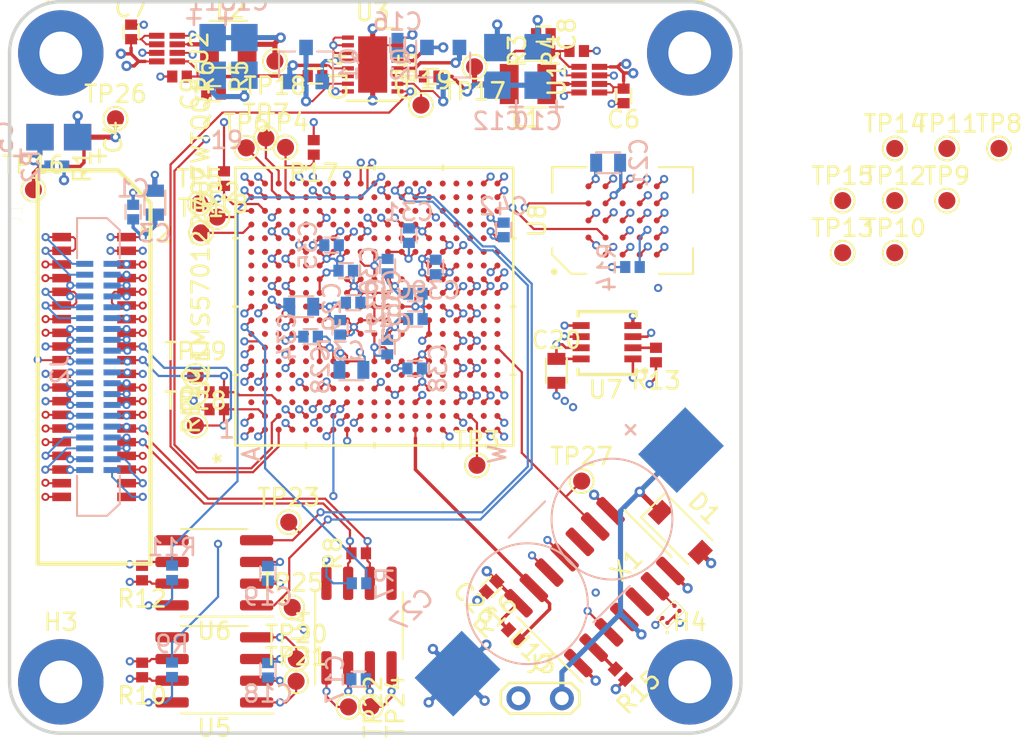
<source format=kicad_pcb>
(kicad_pcb (version 20171130) (host pcbnew "(5.1.10)-1")
  (layers (0 F.Cu signal) (1 In1_GND.Cu power hide) (2 In2.Cu signal) (3 In3.Cu signal) (4 In4_GND.Cu power hide) (31 B.Cu signal) (34 B.Paste user) (35 F.Paste user) (36 B.SilkS user hide) (37 F.SilkS user hide) (38 B.Mask user) (39 F.Mask user) (44 Edge.Cuts user))
  (net 0 "")
  (net 1 OBC_3V3)
  (net 2 GND)
  (net 3 "Net-(C4-Pad2)")
  (net 4 "Net-(C8-Pad2)")
  (net 5 "Net-(C9-Pad2)")
  (net 6 "Net-(C14-Pad2)")
  (net 7 "Net-(C15-Pad2)")
  (net 8 OBC_RTC_Vbackup)
  (net 9 /TMS570_uC/OBC_I2C_SDA)
  (net 10 /TMS570_uC/OBC_I2C_SCL)
  (net 11 /Connectors/ADS_nRST)
  (net 12 /CAN_XCVR_PL/CAN_H_PL)
  (net 13 /CAN_XCVR_PL/CAN_L_PL)
  (net 14 /CAN_XCVR_R/CAN_H_PL)
  (net 15 /CAN_XCVR_R/CAN_L_PL)
  (net 16 /Connectors/CAN_H_PA)
  (net 17 /Connectors/CAN_L_PA)
  (net 18 /Connectors/GPS_STS)
  (net 19 /Connectors/GPS_P1PPS)
  (net 20 /Connectors/GPS_RXD0)
  (net 21 PAYLOAD_3V3)
  (net 22 PAYLOAD_5V)
  (net 23 "Net-(R7-Pad2)")
  (net 24 /CAN_XCVR_PL/CAN_PL_Rs)
  (net 25 "Net-(R9-Pad2)")
  (net 26 /CAN_XCVR_R/CAN_PL_Rs)
  (net 27 /TMS570_uC/CAN_PA_Rs)
  (net 28 "Net-(R11-Pad2)")
  (net 29 /FRAM_1/FRAM_1_CIPO)
  (net 30 "Net-(R13-Pad2)")
  (net 31 "Net-(R14-Pad2)")
  (net 32 /FL_1/FL_1_SO_IO1)
  (net 33 /Supervisor_RTC_FRAM/SPVSR_CIPO)
  (net 34 "Net-(R15-Pad2)")
  (net 35 /Supervisor_RTC_FRAM/SPVSR_ACS)
  (net 36 /TMS570_uC/JTAG_nTRST)
  (net 37 /TMS570_uC/uC_nRST)
  (net 38 /Power/GATE_2)
  (net 39 /Power/GATE_1)
  (net 40 /CAN_XCVR_PL/CAN_PL_D)
  (net 41 /CAN_XCVR_PL/CAN_PL_R)
  (net 42 "Net-(U4-Pad5)")
  (net 43 "Net-(U5-Pad5)")
  (net 44 /CAN_XCVR_R/CAN_PL_R)
  (net 45 /CAN_XCVR_R/CAN_PL_D)
  (net 46 /TMS570_uC/CAN_PA_D)
  (net 47 /TMS570_uC/CAN_PA_R)
  (net 48 "Net-(U6-Pad5)")
  (net 49 "Net-(U11-PadW17)")
  (net 50 "Net-(U11-PadW14)")
  (net 51 "Net-(U11-PadW10)")
  (net 52 "Net-(U11-PadW9)")
  (net 53 "Net-(U11-PadW8)")
  (net 54 /Supervisor_RTC_FRAM/SPVSR_nRST)
  (net 55 "Net-(U11-PadW6)")
  (net 56 "Net-(U11-PadW5)")
  (net 57 "Net-(U11-PadW3)")
  (net 58 "Net-(U11-PadV18)")
  (net 59 "Net-(U11-PadV17)")
  (net 60 "Net-(U11-PadV16)")
  (net 61 "Net-(U11-PadV15)")
  (net 62 "Net-(U11-PadV14)")
  (net 63 "Net-(U11-PadV13)")
  (net 64 "Net-(U11-PadV10)")
  (net 65 "Net-(U11-PadV9)")
  (net 66 "Net-(U11-PadV8)")
  (net 67 "Net-(U11-PadV7)")
  (net 68 "Net-(U11-PadV6)")
  (net 69 "Net-(U11-PadV5)")
  (net 70 "Net-(U11-PadV2)")
  (net 71 "Net-(U11-PadU19)")
  (net 72 "Net-(U11-PadU18)")
  (net 73 "Net-(U11-PadU17)")
  (net 74 "Net-(U11-PadU16)")
  (net 75 "Net-(U11-PadU15)")
  (net 76 "Net-(U11-PadU14)")
  (net 77 "Net-(U11-PadU13)")
  (net 78 /TMS570_uC/JTAG_TEST)
  (net 79 "Net-(U11-PadU1)")
  (net 80 "Net-(U11-PadT19)")
  (net 81 "Net-(U11-PadT18)")
  (net 82 "Net-(U11-PadT17)")
  (net 83 "Net-(U11-PadT16)")
  (net 84 "Net-(U11-PadT15)")
  (net 85 "Net-(U11-PadT12)")
  (net 86 "Net-(U11-PadT1)")
  (net 87 "Net-(U11-PadR19)")
  (net 88 "Net-(U11-PadR18)")
  (net 89 "Net-(U11-PadR17)")
  (net 90 "Net-(U11-PadR16)")
  (net 91 "Net-(U11-PadR9)")
  (net 92 "Net-(U11-PadR2)")
  (net 93 "Net-(U11-PadP19)")
  (net 94 "Net-(U11-PadP18)")
  (net 95 "Net-(U11-PadP3)")
  (net 96 "Net-(U11-PadP2)")
  (net 97 "Net-(U11-PadP1)")
  (net 98 "Net-(U11-PadN19)")
  (net 99 /FRAM_1/FRAM_1_nCS)
  (net 100 "Net-(U11-PadN2)")
  (net 101 "Net-(U11-PadM17)")
  (net 102 "Net-(U11-PadM3)")
  (net 103 "Net-(U11-PadM2)")
  (net 104 "Net-(U11-PadM1)")
  (net 105 "Net-(U11-PadL17)")
  (net 106 "Net-(U11-PadL2)")
  (net 107 "Net-(U11-PadL1)")
  (net 108 "Net-(U11-PadK18)")
  (net 109 "Net-(U11-PadK17)")
  (net 110 "Net-(U11-PadK2)")
  (net 111 /TMS570_uC/uC_OSC_IN)
  (net 112 /Supervisor_RTC_FRAM/SPVSR_COPI)
  (net 113 "Net-(U11-PadJ17)")
  (net 114 "Net-(U11-PadJ5)")
  (net 115 "Net-(U11-PadJ4)")
  (net 116 "Net-(U11-PadJ3)")
  (net 117 /Supervisor_RTC_FRAM/SPVSR_CNT)
  (net 118 "Net-(U11-PadJ1)")
  (net 119 /Supervisor_RTC_FRAM/SPVSR_CLK)
  (net 120 "Net-(U11-PadH18)")
  (net 121 "Net-(U11-PadH17)")
  (net 122 "Net-(U11-PadH16)")
  (net 123 "Net-(U11-PadH5)")
  (net 124 "Net-(U11-PadH4)")
  (net 125 /FL_1/FL_1_nHOLD_IO3)
  (net 126 "Net-(U11-PadG19)")
  (net 127 "Net-(U11-PadG17)")
  (net 128 "Net-(U11-PadG16)")
  (net 129 /FL_1/FL_1_nCS2)
  (net 130 "Net-(U11-PadG2)")
  (net 131 /FL_1/FL_1_SI_IO0)
  (net 132 /FL_1/FL_1_CLK)
  (net 133 /FL_1/FL_1_nCS1)
  (net 134 /FL_1/FL_1_nRESET)
  (net 135 "Net-(U11-PadF1)")
  (net 136 /Supervisor_RTC_FRAM/SPVSR_nCS)
  (net 137 "Net-(U11-PadE18)")
  (net 138 "Net-(U11-PadE17)")
  (net 139 "Net-(U11-PadE16)")
  (net 140 "Net-(U11-PadE12)")
  (net 141 "Net-(U11-PadE3)")
  (net 142 /FRAM_1/FRAM_1_CLK)
  (net 143 "Net-(U11-PadE1)")
  (net 144 "Net-(U11-PadD19)")
  (net 145 "Net-(U11-PadD3)")
  (net 146 /FRAM_1/FRAM_1_COPI)
  (net 147 /TMS570_uC/JTAG_TMS)
  (net 148 /TMS570_uC/JTAG_TDO)
  (net 149 /TMS570_uC/JTAG_TCK)
  (net 150 "Net-(U11-PadB16)")
  (net 151 "Net-(U11-PadB15)")
  (net 152 "Net-(U11-PadB14)")
  (net 153 "Net-(U11-PadB13)")
  (net 154 "Net-(U11-PadB12)")
  (net 155 "Net-(U11-PadB11)")
  (net 156 "Net-(U11-PadB9)")
  (net 157 "Net-(U11-PadB8)")
  (net 158 "Net-(U11-PadB6)")
  (net 159 "Net-(U11-PadB4)")
  (net 160 "Net-(U11-PadB3)")
  (net 161 /TMS570_uC/JTAG_TDI)
  (net 162 /TMS570_uC/JTAG_RTCK)
  (net 163 "Net-(U11-PadA15)")
  (net 164 "Net-(U11-PadA14)")
  (net 165 "Net-(U11-PadA13)")
  (net 166 "Net-(U11-PadA12)")
  (net 167 "Net-(U11-PadA11)")
  (net 168 "Net-(U11-PadA8)")
  (net 169 "Net-(U11-PadA4)")
  (net 170 "Net-(U11-PadA3)")
  (net 171 /Connectors/GPS_nRST)
  (net 172 OBC_1V25_P)
  (net 173 OBC_1V25)
  (net 174 "Net-(L1-Pad1)")
  (net 175 "Net-(L2-Pad1)")
  (net 176 /Power/OBC_1V25_P_PG)
  (net 177 /Power/OBC_1V25_R_PG)
  (net 178 OBC_1V25_R)
  (net 179 "Net-(U10-Pad10)")
  (net 180 "Net-(U10-Pad6)")
  (net 181 "Net-(U10-Pad5)")
  (net 182 "Net-(U11-PadC4)")
  (net 183 "Net-(U11-PadC5)")
  (net 184 "Net-(U11-PadC6)")
  (net 185 "Net-(U11-PadC7)")
  (net 186 "Net-(U11-PadC8)")
  (net 187 "Net-(U11-PadC9)")
  (net 188 "Net-(U11-PadC10)")
  (net 189 "Net-(U11-PadD4)")
  (net 190 "Net-(U11-PadD5)")
  (net 191 "Net-(U11-PadD16)")
  (net 192 "Net-(U11-PadD17)")
  (net 193 "Net-(U11-PadE5)")
  (net 194 "Net-(U11-PadE6)")
  (net 195 "Net-(U11-PadE7)")
  (net 196 "Net-(U11-PadE8)")
  (net 197 "Net-(U11-PadE9)")
  (net 198 "Net-(U11-PadE10)")
  (net 199 "Net-(U11-PadE11)")
  (net 200 "Net-(U11-PadE13)")
  (net 201 "Net-(U11-PadF5)")
  (net 202 "Net-(U11-PadG5)")
  (net 203 "Net-(U11-PadK3)")
  (net 204 "Net-(U11-PadK5)")
  (net 205 "Net-(U11-PadK15)")
  (net 206 "Net-(U11-PadL3)")
  (net 207 "Net-(U11-PadL5)")
  (net 208 "Net-(U11-PadL15)")
  (net 209 "Net-(U11-PadM5)")
  (net 210 "Net-(U11-PadM15)")
  (net 211 "Net-(U11-PadN5)")
  (net 212 "Net-(U11-PadN15)")
  (net 213 "Net-(U11-PadN17)")
  (net 214 "Net-(U11-PadP5)")
  (net 215 "Net-(U11-PadR3)")
  (net 216 "Net-(U11-PadR4)")
  (net 217 "Net-(U11-PadR5)")
  (net 218 "Net-(U11-PadR6)")
  (net 219 "Net-(U11-PadR7)")
  (net 220 "Net-(U11-PadR8)")
  (net 221 /Connectors/GPS_TXD0)
  (net 222 "Net-(U8-PadC4)")
  (module TFT_GQFN:CY15B108QI (layer F.Cu) (at 125.375 92.4 180)
    (fp_text reference U7 (at 1.6 -1.8) (layer F.SilkS))
    (fp_text value CY15B108QI)
    (pad 8 smd rect (at 3.03 0 180) (size 1 0.4) (layers F.Cu F.Paste F.Mask) (net 1 OBC_3V3))
    (pad 7 smd rect (at 3.03 0.65 180) (size 1 0.4) (layers F.Cu F.Paste F.Mask) (net 1 OBC_3V3))
    (pad 6 smd rect (at 3.03 1.3 180) (size 1 0.4) (layers F.Cu F.Paste F.Mask) (net 142 /FRAM_1/FRAM_1_CLK))
    (pad 5 smd rect (at 3.03 1.95 180) (size 1 0.4) (layers F.Cu F.Paste F.Mask) (net 146 /FRAM_1/FRAM_1_COPI))
    (pad 4 smd rect (at 0 1.95 180) (size 1 0.4) (layers F.Cu F.Paste F.Mask) (net 2 GND))
    (pad 3 smd rect (at 0 1.3 180) (size 1 0.4) (layers F.Cu F.Paste F.Mask) (net 1 OBC_3V3))
    (pad 2 smd rect (at 0 0.65 180) (size 1 0.4) (layers F.Cu F.Paste F.Mask) (net 30 "Net-(R13-Pad2)"))
    (pad 1 smd rect (at 0 0 180) (size 1 0.4) (layers F.Cu F.Paste F.Mask) (net 99 /FRAM_1/FRAM_1_nCS))
  )
  (module TFT_BGA:BGA-24_5x5_6.0x8.0mm (layer F.Cu) (at 124.775 84.3 90)
    (fp_text reference U8 (at 0 -5 90) (layer F.SilkS))
    (fp_text value S70FL01GS)
    (pad E5 smd circle (at 2 2 90) (size 0.35 0.35) (layers F.Cu F.Paste F.Mask) (net 2 GND))
    (pad D5 smd circle (at 2 1 90) (size 0.35 0.35) (layers F.Cu F.Paste F.Mask) (net 2 GND))
    (pad C5 smd circle (at 2 0 90) (size 0.35 0.35) (layers F.Cu F.Paste F.Mask) (net 2 GND))
    (pad B5 smd circle (at 2 -1 90) (size 0.35 0.35) (layers F.Cu F.Paste F.Mask) (net 2 GND))
    (pad A5 smd circle (at 2 -2 90) (size 0.35 0.35) (layers F.Cu F.Paste F.Mask) (net 2 GND))
    (pad E4 smd circle (at 1 2 90) (size 0.35 0.35) (layers F.Cu F.Paste F.Mask) (net 2 GND))
    (pad D4 smd circle (at 1 1 90) (size 0.35 0.35) (layers F.Cu F.Paste F.Mask) (net 125 /FL_1/FL_1_nHOLD_IO3))
    (pad C4 smd circle (at 1 0 90) (size 0.35 0.35) (layers F.Cu F.Paste F.Mask) (net 222 "Net-(U8-PadC4)"))
    (pad B4 smd circle (at 1 -1 90) (size 0.35 0.35) (layers F.Cu F.Paste F.Mask) (net 1 OBC_3V3))
    (pad A4 smd circle (at 1 -2 90) (size 0.35 0.35) (layers F.Cu F.Paste F.Mask) (net 134 /FL_1/FL_1_nRESET))
    (pad E3 smd circle (at 0 2 90) (size 0.35 0.35) (layers F.Cu F.Paste F.Mask) (net 2 GND))
    (pad D3 smd circle (at 0 1 90) (size 0.35 0.35) (layers F.Cu F.Paste F.Mask) (net 131 /FL_1/FL_1_SI_IO0))
    (pad C3 smd circle (at 0 0 90) (size 0.35 0.35) (layers F.Cu F.Paste F.Mask) (net 2 GND))
    (pad B3 smd circle (at 0 -1 90) (size 0.35 0.35) (layers F.Cu F.Paste F.Mask) (net 2 GND))
    (pad A3 smd circle (at 0 -2 90) (size 0.35 0.35) (layers F.Cu F.Paste F.Mask) (net 129 /FL_1/FL_1_nCS2))
    (pad E2 smd circle (at -1 2 90) (size 0.35 0.35) (layers F.Cu F.Paste F.Mask) (net 2 GND))
    (pad D2 smd circle (at -1 1 90) (size 0.35 0.35) (layers F.Cu F.Paste F.Mask) (net 31 "Net-(R14-Pad2)"))
    (pad C2 smd circle (at -1 0 90) (size 0.35 0.35) (layers F.Cu F.Paste F.Mask) (net 133 /FL_1/FL_1_nCS1))
    (pad B2 smd circle (at -1 -1 90) (size 0.35 0.35) (layers F.Cu F.Paste F.Mask) (net 132 /FL_1/FL_1_CLK))
    (pad A2 smd circle (at -1 -2 90) (size 0.35 0.35) (layers F.Cu F.Paste F.Mask) (net 2 GND))
    (pad E1 smd circle (at -2 2 90) (size 0.35 0.35) (layers F.Cu F.Paste F.Mask) (net 2 GND))
    (pad D1 smd circle (at -2 1 90) (size 0.35 0.35) (layers F.Cu F.Paste F.Mask) (net 2 GND))
    (pad C1 smd circle (at -2 0 90) (size 0.35 0.35) (layers F.Cu F.Paste F.Mask) (net 2 GND))
    (pad B1 smd circle (at -2 -1 90) (size 0.35 0.35) (layers F.Cu F.Paste F.Mask) (net 2 GND))
  )
  (module TFT_BGA:ZWT337 (layer F.Cu) (at 110.24792 89.33844 90)
    (fp_text reference U11 (at -3.81 -10.16 90) (layer F.SilkS))
    (fp_text value TMS5701227CZWTQQ1 (at 5.08 -10.16 90) (layer F.SilkS))
    (fp_text user * (at -8.89 -8.89 90) (layer F.SilkS))
    (fp_text user A (at -8.635001 -7.199999 90) (layer F.SilkS))
    (fp_text user A (at -8.635001 -7.199999 90) (layer B.SilkS))
    (fp_text user W (at -8.635001 7.199999 90) (layer F.SilkS))
    (fp_text user W (at -8.635001 7.199999 90) (layer B.SilkS))
    (fp_text user 1 (at -7.199999 -8.635) (layer F.SilkS))
    (fp_text user 1 (at -7.199999 -8.635) (layer B.SilkS))
    (fp_text user 19 (at 9.739999 -8.635) (layer F.SilkS))
    (fp_text user 19 (at 9.739999 -8.635) (layer B.SilkS))
    (pad A1 smd circle (at -7.199999 -7.199999 90) (size 0.35 0.35) (layers F.Cu F.Paste F.Mask) (net 2 GND))
    (pad A2 smd circle (at -6.399999 -7.199999 90) (size 0.35 0.35) (layers F.Cu F.Paste F.Mask) (net 2 GND))
    (pad A3 smd circle (at -5.6 -7.199999 90) (size 0.35 0.35) (layers F.Cu F.Paste F.Mask) (net 170 "Net-(U11-PadA3)"))
    (pad A4 smd circle (at -4.8 -7.199999 90) (size 0.35 0.35) (layers F.Cu F.Paste F.Mask) (net 169 "Net-(U11-PadA4)"))
    (pad A5 smd circle (at -4 -7.199999 90) (size 0.35 0.35) (layers F.Cu F.Paste F.Mask) (net 18 /Connectors/GPS_STS))
    (pad A6 smd circle (at -3.2 -7.199999 90) (size 0.35 0.35) (layers F.Cu F.Paste F.Mask) (net 19 /Connectors/GPS_P1PPS))
    (pad A7 smd circle (at -2.4 -7.199999 90) (size 0.35 0.35) (layers F.Cu F.Paste F.Mask) (net 221 /Connectors/GPS_TXD0))
    (pad A8 smd circle (at -1.6 -7.199999 90) (size 0.35 0.35) (layers F.Cu F.Paste F.Mask) (net 168 "Net-(U11-PadA8)"))
    (pad A9 smd circle (at -0.8 -7.199999 90) (size 0.35 0.35) (layers F.Cu F.Paste F.Mask) (net 24 /CAN_XCVR_PL/CAN_PL_Rs))
    (pad A10 smd circle (at 0 -7.199999 90) (size 0.35 0.35) (layers F.Cu F.Paste F.Mask) (net 40 /CAN_XCVR_PL/CAN_PL_D))
    (pad A11 smd circle (at 0.8 -7.199999 90) (size 0.35 0.35) (layers F.Cu F.Paste F.Mask) (net 167 "Net-(U11-PadA11)"))
    (pad A12 smd circle (at 1.6 -7.199999 90) (size 0.35 0.35) (layers F.Cu F.Paste F.Mask) (net 166 "Net-(U11-PadA12)"))
    (pad A13 smd circle (at 2.4 -7.199999 90) (size 0.35 0.35) (layers F.Cu F.Paste F.Mask) (net 165 "Net-(U11-PadA13)"))
    (pad A14 smd circle (at 3.199999 -7.199999 90) (size 0.35 0.35) (layers F.Cu F.Paste F.Mask) (net 164 "Net-(U11-PadA14)"))
    (pad A15 smd circle (at 3.999999 -7.199999 90) (size 0.35 0.35) (layers F.Cu F.Paste F.Mask) (net 163 "Net-(U11-PadA15)"))
    (pad A16 smd circle (at 4.799999 -7.199999 90) (size 0.35 0.35) (layers F.Cu F.Paste F.Mask) (net 162 /TMS570_uC/JTAG_RTCK))
    (pad A17 smd circle (at 5.599999 -7.199999 90) (size 0.35 0.35) (layers F.Cu F.Paste F.Mask) (net 161 /TMS570_uC/JTAG_TDI))
    (pad A18 smd circle (at 6.399999 -7.199999 90) (size 0.35 0.35) (layers F.Cu F.Paste F.Mask) (net 2 GND))
    (pad A19 smd circle (at 7.199999 -7.199999 90) (size 0.35 0.35) (layers F.Cu F.Paste F.Mask) (net 2 GND))
    (pad B1 smd circle (at -7.199999 -6.399999 90) (size 0.35 0.35) (layers F.Cu F.Paste F.Mask) (net 2 GND))
    (pad B2 smd circle (at -6.399999 -6.399999 90) (size 0.35 0.35) (layers F.Cu F.Paste F.Mask) (net 9 /TMS570_uC/OBC_I2C_SDA))
    (pad B3 smd circle (at -5.6 -6.399999 90) (size 0.35 0.35) (layers F.Cu F.Paste F.Mask) (net 160 "Net-(U11-PadB3)"))
    (pad B4 smd circle (at -4.8 -6.399999 90) (size 0.35 0.35) (layers F.Cu F.Paste F.Mask) (net 159 "Net-(U11-PadB4)"))
    (pad B5 smd circle (at -4 -6.399999 90) (size 0.35 0.35) (layers F.Cu F.Paste F.Mask) (net 171 /Connectors/GPS_nRST))
    (pad B6 smd circle (at -3.2 -6.399999 90) (size 0.35 0.35) (layers F.Cu F.Paste F.Mask) (net 158 "Net-(U11-PadB6)"))
    (pad B7 smd circle (at -2.4 -6.399999 90) (size 0.35 0.35) (layers F.Cu F.Paste F.Mask) (net 20 /Connectors/GPS_RXD0))
    (pad B8 smd circle (at -1.6 -6.399999 90) (size 0.35 0.35) (layers F.Cu F.Paste F.Mask) (net 157 "Net-(U11-PadB8)"))
    (pad B9 smd circle (at -0.8 -6.399999 90) (size 0.35 0.35) (layers F.Cu F.Paste F.Mask) (net 156 "Net-(U11-PadB9)"))
    (pad B10 smd circle (at 0 -6.399999 90) (size 0.35 0.35) (layers F.Cu F.Paste F.Mask) (net 41 /CAN_XCVR_PL/CAN_PL_R))
    (pad B11 smd circle (at 0.8 -6.399999 90) (size 0.35 0.35) (layers F.Cu F.Paste F.Mask) (net 155 "Net-(U11-PadB11)"))
    (pad B12 smd circle (at 1.6 -6.399999 90) (size 0.35 0.35) (layers F.Cu F.Paste F.Mask) (net 154 "Net-(U11-PadB12)"))
    (pad B13 smd circle (at 2.4 -6.399999 90) (size 0.35 0.35) (layers F.Cu F.Paste F.Mask) (net 153 "Net-(U11-PadB13)"))
    (pad B14 smd circle (at 3.199999 -6.399999 90) (size 0.35 0.35) (layers F.Cu F.Paste F.Mask) (net 152 "Net-(U11-PadB14)"))
    (pad B15 smd circle (at 3.999999 -6.399999 90) (size 0.35 0.35) (layers F.Cu F.Paste F.Mask) (net 151 "Net-(U11-PadB15)"))
    (pad B16 smd circle (at 4.799999 -6.399999 90) (size 0.35 0.35) (layers F.Cu F.Paste F.Mask) (net 150 "Net-(U11-PadB16)"))
    (pad B17 smd circle (at 5.599999 -6.399999 90) (size 0.35 0.35) (layers F.Cu F.Paste F.Mask) (net 37 /TMS570_uC/uC_nRST))
    (pad B18 smd circle (at 6.399999 -6.399999 90) (size 0.35 0.35) (layers F.Cu F.Paste F.Mask) (net 149 /TMS570_uC/JTAG_TCK))
    (pad B19 smd circle (at 7.199999 -6.399999 90) (size 0.35 0.35) (layers F.Cu F.Paste F.Mask) (net 2 GND))
    (pad C1 smd circle (at -7.199999 -5.6 90) (size 0.35 0.35) (layers F.Cu F.Paste F.Mask) (net 176 /Power/OBC_1V25_P_PG))
    (pad C2 smd circle (at -6.399999 -5.6 90) (size 0.35 0.35) (layers F.Cu F.Paste F.Mask) (net 177 /Power/OBC_1V25_R_PG))
    (pad C3 smd circle (at -5.6 -5.6 90) (size 0.35 0.35) (layers F.Cu F.Paste F.Mask) (net 10 /TMS570_uC/OBC_I2C_SCL))
    (pad C4 smd circle (at -4.8 -5.6 90) (size 0.35 0.35) (layers F.Cu F.Paste F.Mask) (net 182 "Net-(U11-PadC4)"))
    (pad C5 smd circle (at -4 -5.6 90) (size 0.35 0.35) (layers F.Cu F.Paste F.Mask) (net 183 "Net-(U11-PadC5)"))
    (pad C6 smd circle (at -3.2 -5.6 90) (size 0.35 0.35) (layers F.Cu F.Paste F.Mask) (net 184 "Net-(U11-PadC6)"))
    (pad C7 smd circle (at -2.4 -5.6 90) (size 0.35 0.35) (layers F.Cu F.Paste F.Mask) (net 185 "Net-(U11-PadC7)"))
    (pad C8 smd circle (at -1.6 -5.6 90) (size 0.35 0.35) (layers F.Cu F.Paste F.Mask) (net 186 "Net-(U11-PadC8)"))
    (pad C9 smd circle (at -0.8 -5.6 90) (size 0.35 0.35) (layers F.Cu F.Paste F.Mask) (net 187 "Net-(U11-PadC9)"))
    (pad C10 smd circle (at 0 -5.6 90) (size 0.35 0.35) (layers F.Cu F.Paste F.Mask) (net 188 "Net-(U11-PadC10)"))
    (pad C11 smd circle (at 0.8 -5.6 90) (size 0.35 0.35) (layers F.Cu F.Paste F.Mask) (net 2 GND))
    (pad C12 smd circle (at 1.6 -5.6 90) (size 0.35 0.35) (layers F.Cu F.Paste F.Mask) (net 2 GND))
    (pad C13 smd circle (at 2.4 -5.6 90) (size 0.35 0.35) (layers F.Cu F.Paste F.Mask) (net 2 GND))
    (pad C14 smd circle (at 3.199999 -5.6 90) (size 0.35 0.35) (layers F.Cu F.Paste F.Mask) (net 2 GND))
    (pad C15 smd circle (at 3.999999 -5.6 90) (size 0.35 0.35) (layers F.Cu F.Paste F.Mask) (net 2 GND))
    (pad C16 smd circle (at 4.799999 -5.6 90) (size 0.35 0.35) (layers F.Cu F.Paste F.Mask) (net 2 GND))
    (pad C17 smd circle (at 5.599999 -5.6 90) (size 0.35 0.35) (layers F.Cu F.Paste F.Mask) (net 2 GND))
    (pad C18 smd circle (at 6.399999 -5.6 90) (size 0.35 0.35) (layers F.Cu F.Paste F.Mask) (net 148 /TMS570_uC/JTAG_TDO))
    (pad C19 smd circle (at 7.199999 -5.6 90) (size 0.35 0.35) (layers F.Cu F.Paste F.Mask) (net 147 /TMS570_uC/JTAG_TMS))
    (pad D1 smd circle (at -7.199999 -4.8 90) (size 0.35 0.35) (layers F.Cu F.Paste F.Mask) (net 146 /FRAM_1/FRAM_1_COPI))
    (pad D2 smd circle (at -6.399999 -4.8 90) (size 0.35 0.35) (layers F.Cu F.Paste F.Mask) (net 29 /FRAM_1/FRAM_1_CIPO))
    (pad D3 smd circle (at -5.6 -4.8 90) (size 0.35 0.35) (layers F.Cu F.Paste F.Mask) (net 145 "Net-(U11-PadD3)"))
    (pad D4 smd circle (at -4.8 -4.8 90) (size 0.35 0.35) (layers F.Cu F.Paste F.Mask) (net 189 "Net-(U11-PadD4)"))
    (pad D5 smd circle (at -4 -4.8 90) (size 0.35 0.35) (layers F.Cu F.Paste F.Mask) (net 190 "Net-(U11-PadD5)"))
    (pad D6 smd circle (at -3.2 -4.8 90) (size 0.35 0.35) (layers F.Cu F.Paste F.Mask) (net 2 GND))
    (pad D7 smd circle (at -2.4 -4.8 90) (size 0.35 0.35) (layers F.Cu F.Paste F.Mask) (net 2 GND))
    (pad D8 smd circle (at -1.6 -4.8 90) (size 0.35 0.35) (layers F.Cu F.Paste F.Mask) (net 2 GND))
    (pad D9 smd circle (at -0.8 -4.8 90) (size 0.35 0.35) (layers F.Cu F.Paste F.Mask) (net 2 GND))
    (pad D10 smd circle (at 0 -4.8 90) (size 0.35 0.35) (layers F.Cu F.Paste F.Mask) (net 2 GND))
    (pad D11 smd circle (at 0.8 -4.8 90) (size 0.35 0.35) (layers F.Cu F.Paste F.Mask) (net 2 GND))
    (pad D12 smd circle (at 1.6 -4.8 90) (size 0.35 0.35) (layers F.Cu F.Paste F.Mask) (net 2 GND))
    (pad D13 smd circle (at 2.4 -4.8 90) (size 0.35 0.35) (layers F.Cu F.Paste F.Mask) (net 2 GND))
    (pad D14 smd circle (at 3.199999 -4.8 90) (size 0.35 0.35) (layers F.Cu F.Paste F.Mask) (net 2 GND))
    (pad D15 smd circle (at 3.999999 -4.8 90) (size 0.35 0.35) (layers F.Cu F.Paste F.Mask) (net 2 GND))
    (pad D16 smd circle (at 4.799999 -4.8 90) (size 0.35 0.35) (layers F.Cu F.Paste F.Mask) (net 191 "Net-(U11-PadD16)"))
    (pad D17 smd circle (at 5.599999 -4.8 90) (size 0.35 0.35) (layers F.Cu F.Paste F.Mask) (net 192 "Net-(U11-PadD17)"))
    (pad D18 smd circle (at 6.399999 -4.8 90) (size 0.35 0.35) (layers F.Cu F.Paste F.Mask) (net 36 /TMS570_uC/JTAG_nTRST))
    (pad D19 smd circle (at 7.199999 -4.8 90) (size 0.35 0.35) (layers F.Cu F.Paste F.Mask) (net 144 "Net-(U11-PadD19)"))
    (pad E1 smd circle (at -7.199999 -4 90) (size 0.35 0.35) (layers F.Cu F.Paste F.Mask) (net 143 "Net-(U11-PadE1)"))
    (pad E2 smd circle (at -6.399999 -4 90) (size 0.35 0.35) (layers F.Cu F.Paste F.Mask) (net 142 /FRAM_1/FRAM_1_CLK))
    (pad E3 smd circle (at -5.6 -4 90) (size 0.35 0.35) (layers F.Cu F.Paste F.Mask) (net 141 "Net-(U11-PadE3)"))
    (pad E4 smd circle (at -4.8 -4 90) (size 0.35 0.35) (layers F.Cu F.Paste F.Mask) (net 2 GND))
    (pad E5 smd circle (at -4 -4 90) (size 0.35 0.35) (layers F.Cu F.Paste F.Mask) (net 193 "Net-(U11-PadE5)"))
    (pad E6 smd circle (at -3.2 -4 90) (size 0.35 0.35) (layers F.Cu F.Paste F.Mask) (net 194 "Net-(U11-PadE6)"))
    (pad E7 smd circle (at -2.4 -4 90) (size 0.35 0.35) (layers F.Cu F.Paste F.Mask) (net 195 "Net-(U11-PadE7)"))
    (pad E8 smd circle (at -1.6 -4 90) (size 0.35 0.35) (layers F.Cu F.Paste F.Mask) (net 196 "Net-(U11-PadE8)"))
    (pad E9 smd circle (at -0.8 -4 90) (size 0.35 0.35) (layers F.Cu F.Paste F.Mask) (net 197 "Net-(U11-PadE9)"))
    (pad E10 smd circle (at 0 -4 90) (size 0.35 0.35) (layers F.Cu F.Paste F.Mask) (net 198 "Net-(U11-PadE10)"))
    (pad E11 smd circle (at 0.8 -4 90) (size 0.35 0.35) (layers F.Cu F.Paste F.Mask) (net 199 "Net-(U11-PadE11)"))
    (pad E12 smd circle (at 1.6 -4 90) (size 0.35 0.35) (layers F.Cu F.Paste F.Mask) (net 140 "Net-(U11-PadE12)"))
    (pad E13 smd circle (at 2.4 -4 90) (size 0.35 0.35) (layers F.Cu F.Paste F.Mask) (net 200 "Net-(U11-PadE13)"))
    (pad E14 smd circle (at 3.199999 -4 90) (size 0.35 0.35) (layers F.Cu F.Paste F.Mask) (net 2 GND))
    (pad E15 smd circle (at 3.999999 -4 90) (size 0.35 0.35) (layers F.Cu F.Paste F.Mask) (net 2 GND))
    (pad E16 smd circle (at 4.799999 -4 90) (size 0.35 0.35) (layers F.Cu F.Paste F.Mask) (net 139 "Net-(U11-PadE16)"))
    (pad E17 smd circle (at 5.599999 -4 90) (size 0.35 0.35) (layers F.Cu F.Paste F.Mask) (net 138 "Net-(U11-PadE17)"))
    (pad E18 smd circle (at 6.399999 -4 90) (size 0.35 0.35) (layers F.Cu F.Paste F.Mask) (net 137 "Net-(U11-PadE18)"))
    (pad E19 smd circle (at 7.199999 -4 90) (size 0.35 0.35) (layers F.Cu F.Paste F.Mask) (net 136 /Supervisor_RTC_FRAM/SPVSR_nCS))
    (pad F1 smd circle (at -7.199999 -3.2 90) (size 0.35 0.35) (layers F.Cu F.Paste F.Mask) (net 135 "Net-(U11-PadF1)"))
    (pad F2 smd circle (at -6.399999 -3.2 90) (size 0.35 0.35) (layers F.Cu F.Paste F.Mask) (net 134 /FL_1/FL_1_nRESET))
    (pad F3 smd circle (at -5.6 -3.2 90) (size 0.35 0.35) (layers F.Cu F.Paste F.Mask) (net 133 /FL_1/FL_1_nCS1))
    (pad F4 smd circle (at -4.8 -3.2 90) (size 0.35 0.35) (layers F.Cu F.Paste F.Mask) (net 2 GND))
    (pad F5 smd circle (at -4 -3.2 90) (size 0.35 0.35) (layers F.Cu F.Paste F.Mask) (net 201 "Net-(U11-PadF5)"))
    (pad F6 smd circle (at -3.2 -3.2 90) (size 0.35 0.35) (layers F.Cu F.Paste F.Mask) (net 1 OBC_3V3))
    (pad F7 smd circle (at -2.4 -3.2 90) (size 0.35 0.35) (layers F.Cu F.Paste F.Mask) (net 1 OBC_3V3))
    (pad F8 smd circle (at -1.6 -3.2 90) (size 0.35 0.35) (layers F.Cu F.Paste F.Mask) (net 1 OBC_3V3))
    (pad F9 smd circle (at -0.8 -3.2 90) (size 0.35 0.35) (layers F.Cu F.Paste F.Mask) (net 173 OBC_1V25))
    (pad F10 smd circle (at 0 -3.2 90) (size 0.35 0.35) (layers F.Cu F.Paste F.Mask) (net 173 OBC_1V25))
    (pad F11 smd circle (at 0.8 -3.2 90) (size 0.35 0.35) (layers F.Cu F.Paste F.Mask) (net 1 OBC_3V3))
    (pad F12 smd circle (at 1.6 -3.2 90) (size 0.35 0.35) (layers F.Cu F.Paste F.Mask) (net 1 OBC_3V3))
    (pad F13 smd circle (at 2.4 -3.2 90) (size 0.35 0.35) (layers F.Cu F.Paste F.Mask) (net 1 OBC_3V3))
    (pad F14 smd circle (at 3.199999 -3.2 90) (size 0.35 0.35) (layers F.Cu F.Paste F.Mask) (net 1 OBC_3V3))
    (pad F15 smd circle (at 3.999999 -3.2 90) (size 0.35 0.35) (layers F.Cu F.Paste F.Mask) (net 2 GND))
    (pad F16 smd circle (at 4.799999 -3.2 90) (size 0.35 0.35) (layers F.Cu F.Paste F.Mask) (net 2 GND))
    (pad F17 smd circle (at 5.599999 -3.2 90) (size 0.35 0.35) (layers F.Cu F.Paste F.Mask) (net 2 GND))
    (pad F18 smd circle (at 6.399999 -3.2 90) (size 0.35 0.35) (layers F.Cu F.Paste F.Mask) (net 132 /FL_1/FL_1_CLK))
    (pad F19 smd circle (at 7.199999 -3.2 90) (size 0.35 0.35) (layers F.Cu F.Paste F.Mask) (net 131 /FL_1/FL_1_SI_IO0))
    (pad G1 smd circle (at -7.199999 -2.4 90) (size 0.35 0.35) (layers F.Cu F.Paste F.Mask) (net 26 /CAN_XCVR_R/CAN_PL_Rs))
    (pad G2 smd circle (at -6.399999 -2.4 90) (size 0.35 0.35) (layers F.Cu F.Paste F.Mask) (net 130 "Net-(U11-PadG2)"))
    (pad G3 smd circle (at -5.6 -2.4 90) (size 0.35 0.35) (layers F.Cu F.Paste F.Mask) (net 129 /FL_1/FL_1_nCS2))
    (pad G4 smd circle (at -4.8 -2.4 90) (size 0.35 0.35) (layers F.Cu F.Paste F.Mask) (net 2 GND))
    (pad G5 smd circle (at -4 -2.4 90) (size 0.35 0.35) (layers F.Cu F.Paste F.Mask) (net 202 "Net-(U11-PadG5)"))
    (pad G6 smd circle (at -3.2 -2.4 90) (size 0.35 0.35) (layers F.Cu F.Paste F.Mask) (net 1 OBC_3V3))
    (pad G14 smd circle (at 3.199999 -2.4 90) (size 0.35 0.35) (layers F.Cu F.Paste F.Mask) (net 1 OBC_3V3))
    (pad G15 smd circle (at 3.999999 -2.4 90) (size 0.35 0.35) (layers F.Cu F.Paste F.Mask) (net 2 GND))
    (pad G16 smd circle (at 4.799999 -2.4 90) (size 0.35 0.35) (layers F.Cu F.Paste F.Mask) (net 128 "Net-(U11-PadG16)"))
    (pad G17 smd circle (at 5.599999 -2.4 90) (size 0.35 0.35) (layers F.Cu F.Paste F.Mask) (net 127 "Net-(U11-PadG17)"))
    (pad G18 smd circle (at 6.399999 -2.4 90) (size 0.35 0.35) (layers F.Cu F.Paste F.Mask) (net 32 /FL_1/FL_1_SO_IO1))
    (pad G19 smd circle (at 7.199999 -2.4 90) (size 0.35 0.35) (layers F.Cu F.Paste F.Mask) (net 126 "Net-(U11-PadG19)"))
    (pad H1 smd circle (at -7.199999 -1.6 90) (size 0.35 0.35) (layers F.Cu F.Paste F.Mask) (net 44 /CAN_XCVR_R/CAN_PL_R))
    (pad H2 smd circle (at -6.399999 -1.6 90) (size 0.35 0.35) (layers F.Cu F.Paste F.Mask) (net 45 /CAN_XCVR_R/CAN_PL_D))
    (pad H3 smd circle (at -5.6 -1.6 90) (size 0.35 0.35) (layers F.Cu F.Paste F.Mask) (net 125 /FL_1/FL_1_nHOLD_IO3))
    (pad H4 smd circle (at -4.8 -1.6 90) (size 0.35 0.35) (layers F.Cu F.Paste F.Mask) (net 124 "Net-(U11-PadH4)"))
    (pad H5 smd circle (at -4 -1.6 90) (size 0.35 0.35) (layers F.Cu F.Paste F.Mask) (net 123 "Net-(U11-PadH5)"))
    (pad H6 smd circle (at -3.2 -1.6 90) (size 0.35 0.35) (layers F.Cu F.Paste F.Mask) (net 1 OBC_3V3))
    (pad H8 smd circle (at -1.6 -1.6 90) (size 0.35 0.35) (layers F.Cu F.Paste F.Mask) (net 2 GND))
    (pad H9 smd circle (at -0.8 -1.6 90) (size 0.35 0.35) (layers F.Cu F.Paste F.Mask) (net 2 GND))
    (pad H10 smd circle (at 0 -1.6 90) (size 0.35 0.35) (layers F.Cu F.Paste F.Mask) (net 173 OBC_1V25))
    (pad H11 smd circle (at 0.8 -1.6 90) (size 0.35 0.35) (layers F.Cu F.Paste F.Mask) (net 2 GND))
    (pad H12 smd circle (at 1.6 -1.6 90) (size 0.35 0.35) (layers F.Cu F.Paste F.Mask) (net 2 GND))
    (pad H14 smd circle (at 3.199999 -1.6 90) (size 0.35 0.35) (layers F.Cu F.Paste F.Mask) (net 1 OBC_3V3))
    (pad H15 smd circle (at 3.999999 -1.6 90) (size 0.35 0.35) (layers F.Cu F.Paste F.Mask) (net 2 GND))
    (pad H16 smd circle (at 4.799999 -1.6 90) (size 0.35 0.35) (layers F.Cu F.Paste F.Mask) (net 122 "Net-(U11-PadH16)"))
    (pad H17 smd circle (at 5.599999 -1.6 90) (size 0.35 0.35) (layers F.Cu F.Paste F.Mask) (net 121 "Net-(U11-PadH17)"))
    (pad H18 smd circle (at 6.399999 -1.6 90) (size 0.35 0.35) (layers F.Cu F.Paste F.Mask) (net 120 "Net-(U11-PadH18)"))
    (pad H19 smd circle (at 7.199999 -1.6 90) (size 0.35 0.35) (layers F.Cu F.Paste F.Mask) (net 119 /Supervisor_RTC_FRAM/SPVSR_CLK))
    (pad J1 smd circle (at -7.199999 -0.8 90) (size 0.35 0.35) (layers F.Cu F.Paste F.Mask) (net 118 "Net-(U11-PadJ1)"))
    (pad J2 smd circle (at -6.399999 -0.8 90) (size 0.35 0.35) (layers F.Cu F.Paste F.Mask) (net 117 /Supervisor_RTC_FRAM/SPVSR_CNT))
    (pad J3 smd circle (at -5.6 -0.8 90) (size 0.35 0.35) (layers F.Cu F.Paste F.Mask) (net 116 "Net-(U11-PadJ3)"))
    (pad J4 smd circle (at -4.8 -0.8 90) (size 0.35 0.35) (layers F.Cu F.Paste F.Mask) (net 115 "Net-(U11-PadJ4)"))
    (pad J5 smd circle (at -4 -0.8 90) (size 0.35 0.35) (layers F.Cu F.Paste F.Mask) (net 114 "Net-(U11-PadJ5)"))
    (pad J6 smd circle (at -3.2 -0.8 90) (size 0.35 0.35) (layers F.Cu F.Paste F.Mask) (net 1 OBC_3V3))
    (pad J8 smd circle (at -1.6 -0.8 90) (size 0.35 0.35) (layers F.Cu F.Paste F.Mask) (net 2 GND))
    (pad J9 smd circle (at -0.8 -0.8 90) (size 0.35 0.35) (layers F.Cu F.Paste F.Mask) (net 2 GND))
    (pad J10 smd circle (at 0 -0.8 90) (size 0.35 0.35) (layers F.Cu F.Paste F.Mask) (net 2 GND))
    (pad J11 smd circle (at 0.8 -0.8 90) (size 0.35 0.35) (layers F.Cu F.Paste F.Mask) (net 2 GND))
    (pad J12 smd circle (at 1.6 -0.8 90) (size 0.35 0.35) (layers F.Cu F.Paste F.Mask) (net 2 GND))
    (pad J14 smd circle (at 3.199999 -0.8 90) (size 0.35 0.35) (layers F.Cu F.Paste F.Mask) (net 173 OBC_1V25))
    (pad J15 smd circle (at 3.999999 -0.8 90) (size 0.35 0.35) (layers F.Cu F.Paste F.Mask) (net 2 GND))
    (pad J16 smd circle (at 4.799999 -0.8 90) (size 0.35 0.35) (layers F.Cu F.Paste F.Mask) (net 2 GND))
    (pad J17 smd circle (at 5.599999 -0.8 90) (size 0.35 0.35) (layers F.Cu F.Paste F.Mask) (net 113 "Net-(U11-PadJ17)"))
    (pad J18 smd circle (at 6.399999 -0.8 90) (size 0.35 0.35) (layers F.Cu F.Paste F.Mask) (net 33 /Supervisor_RTC_FRAM/SPVSR_CIPO))
    (pad J19 smd circle (at 7.199999 -0.8 90) (size 0.35 0.35) (layers F.Cu F.Paste F.Mask) (net 112 /Supervisor_RTC_FRAM/SPVSR_COPI))
    (pad K1 smd circle (at -7.199999 0 90) (size 0.35 0.35) (layers F.Cu F.Paste F.Mask) (net 111 /TMS570_uC/uC_OSC_IN))
    (pad K2 smd circle (at -6.399999 0 90) (size 0.35 0.35) (layers F.Cu F.Paste F.Mask) (net 110 "Net-(U11-PadK2)"))
    (pad K3 smd circle (at -5.6 0 90) (size 0.35 0.35) (layers F.Cu F.Paste F.Mask) (net 203 "Net-(U11-PadK3)"))
    (pad K4 smd circle (at -4.8 0 90) (size 0.35 0.35) (layers F.Cu F.Paste F.Mask) (net 2 GND))
    (pad K5 smd circle (at -4 0 90) (size 0.35 0.35) (layers F.Cu F.Paste F.Mask) (net 204 "Net-(U11-PadK5)"))
    (pad K6 smd circle (at -3.2 0 90) (size 0.35 0.35) (layers F.Cu F.Paste F.Mask) (net 173 OBC_1V25))
    (pad K8 smd circle (at -1.6 0 90) (size 0.35 0.35) (layers F.Cu F.Paste F.Mask) (net 173 OBC_1V25))
    (pad K9 smd circle (at -0.8 0 90) (size 0.35 0.35) (layers F.Cu F.Paste F.Mask) (net 2 GND))
    (pad K10 smd circle (at 0 0 90) (size 0.35 0.35) (layers F.Cu F.Paste F.Mask) (net 2 GND))
    (pad K11 smd circle (at 0.8 0 90) (size 0.35 0.35) (layers F.Cu F.Paste F.Mask) (net 2 GND))
    (pad K12 smd circle (at 1.6 0 90) (size 0.35 0.35) (layers F.Cu F.Paste F.Mask) (net 173 OBC_1V25))
    (pad K14 smd circle (at 3.199999 0 90) (size 0.35 0.35) (layers F.Cu F.Paste F.Mask) (net 173 OBC_1V25))
    (pad K15 smd circle (at 3.999999 0 90) (size 0.35 0.35) (layers F.Cu F.Paste F.Mask) (net 205 "Net-(U11-PadK15)"))
    (pad K16 smd circle (at 4.799999 0 90) (size 0.35 0.35) (layers F.Cu F.Paste F.Mask) (net 2 GND))
    (pad K17 smd circle (at 5.599999 0 90) (size 0.35 0.35) (layers F.Cu F.Paste F.Mask) (net 109 "Net-(U11-PadK17)"))
    (pad K18 smd circle (at 6.399999 0 90) (size 0.35 0.35) (layers F.Cu F.Paste F.Mask) (net 108 "Net-(U11-PadK18)"))
    (pad K19 smd circle (at 7.199999 0 90) (size 0.35 0.35) (layers F.Cu F.Paste F.Mask) (net 27 /TMS570_uC/CAN_PA_Rs))
    (pad L1 smd circle (at -7.199999 0.8 90) (size 0.35 0.35) (layers F.Cu F.Paste F.Mask) (net 107 "Net-(U11-PadL1)"))
    (pad L2 smd circle (at -6.399999 0.8 90) (size 0.35 0.35) (layers F.Cu F.Paste F.Mask) (net 106 "Net-(U11-PadL2)"))
    (pad L3 smd circle (at -5.6 0.8 90) (size 0.35 0.35) (layers F.Cu F.Paste F.Mask) (net 206 "Net-(U11-PadL3)"))
    (pad L4 smd circle (at -4.8 0.8 90) (size 0.35 0.35) (layers F.Cu F.Paste F.Mask) (net 2 GND))
    (pad L5 smd circle (at -4 0.8 90) (size 0.35 0.35) (layers F.Cu F.Paste F.Mask) (net 207 "Net-(U11-PadL5)"))
    (pad L6 smd circle (at -3.2 0.8 90) (size 0.35 0.35) (layers F.Cu F.Paste F.Mask) (net 173 OBC_1V25))
    (pad L8 smd circle (at -1.6 0.8 90) (size 0.35 0.35) (layers F.Cu F.Paste F.Mask) (net 2 GND))
    (pad L9 smd circle (at -0.8 0.8 90) (size 0.35 0.35) (layers F.Cu F.Paste F.Mask) (net 2 GND))
    (pad L10 smd circle (at 0 0.8 90) (size 0.35 0.35) (layers F.Cu F.Paste F.Mask) (net 2 GND))
    (pad L11 smd circle (at 0.8 0.8 90) (size 0.35 0.35) (layers F.Cu F.Paste F.Mask) (net 2 GND))
    (pad L12 smd circle (at 1.6 0.8 90) (size 0.35 0.35) (layers F.Cu F.Paste F.Mask) (net 2 GND))
    (pad L14 smd circle (at 3.199999 0.8 90) (size 0.35 0.35) (layers F.Cu F.Paste F.Mask) (net 1 OBC_3V3))
    (pad L15 smd circle (at 3.999999 0.8 90) (size 0.35 0.35) (layers F.Cu F.Paste F.Mask) (net 208 "Net-(U11-PadL15)"))
    (pad L16 smd circle (at 4.799999 0.8 90) (size 0.35 0.35) (layers F.Cu F.Paste F.Mask) (net 2 GND))
    (pad L17 smd circle (at 5.599999 0.8 90) (size 0.35 0.35) (layers F.Cu F.Paste F.Mask) (net 105 "Net-(U11-PadL17)"))
    (pad L18 smd circle (at 6.399999 0.8 90) (size 0.35 0.35) (layers F.Cu F.Paste F.Mask) (net 2 GND))
    (pad L19 smd circle (at 7.199999 0.8 90) (size 0.35 0.35) (layers F.Cu F.Paste F.Mask) (net 2 GND))
    (pad M1 smd circle (at -7.199999 1.6 90) (size 0.35 0.35) (layers F.Cu F.Paste F.Mask) (net 104 "Net-(U11-PadM1)"))
    (pad M2 smd circle (at -6.399999 1.6 90) (size 0.35 0.35) (layers F.Cu F.Paste F.Mask) (net 103 "Net-(U11-PadM2)"))
    (pad M3 smd circle (at -5.6 1.6 90) (size 0.35 0.35) (layers F.Cu F.Paste F.Mask) (net 102 "Net-(U11-PadM3)"))
    (pad M4 smd circle (at -4.8 1.6 90) (size 0.35 0.35) (layers F.Cu F.Paste F.Mask) (net 2 GND))
    (pad M5 smd circle (at -4 1.6 90) (size 0.35 0.35) (layers F.Cu F.Paste F.Mask) (net 209 "Net-(U11-PadM5)"))
    (pad M6 smd circle (at -3.2 1.6 90) (size 0.35 0.35) (layers F.Cu F.Paste F.Mask) (net 1 OBC_3V3))
    (pad M8 smd circle (at -1.6 1.6 90) (size 0.35 0.35) (layers F.Cu F.Paste F.Mask) (net 2 GND))
    (pad M9 smd circle (at -0.8 1.6 90) (size 0.35 0.35) (layers F.Cu F.Paste F.Mask) (net 2 GND))
    (pad M10 smd circle (at 0 1.6 90) (size 0.35 0.35) (layers F.Cu F.Paste F.Mask) (net 173 OBC_1V25))
    (pad M11 smd circle (at 0.8 1.6 90) (size 0.35 0.35) (layers F.Cu F.Paste F.Mask) (net 2 GND))
    (pad M12 smd circle (at 1.6 1.6 90) (size 0.35 0.35) (layers F.Cu F.Paste F.Mask) (net 2 GND))
    (pad M14 smd circle (at 3.199999 1.6 90) (size 0.35 0.35) (layers F.Cu F.Paste F.Mask) (net 1 OBC_3V3))
    (pad M15 smd circle (at 3.999999 1.6 90) (size 0.35 0.35) (layers F.Cu F.Paste F.Mask) (net 210 "Net-(U11-PadM15)"))
    (pad M16 smd circle (at 4.799999 1.6 90) (size 0.35 0.35) (layers F.Cu F.Paste F.Mask) (net 2 GND))
    (pad M17 smd circle (at 5.599999 1.6 90) (size 0.35 0.35) (layers F.Cu F.Paste F.Mask) (net 101 "Net-(U11-PadM17)"))
    (pad M18 smd circle (at 6.399999 1.6 90) (size 0.35 0.35) (layers F.Cu F.Paste F.Mask) (net 46 /TMS570_uC/CAN_PA_D))
    (pad M19 smd circle (at 7.199999 1.6 90) (size 0.35 0.35) (layers F.Cu F.Paste F.Mask) (net 47 /TMS570_uC/CAN_PA_R))
    (pad N1 smd circle (at -7.199999 2.4 90) (size 0.35 0.35) (layers F.Cu F.Paste F.Mask) (net 35 /Supervisor_RTC_FRAM/SPVSR_ACS))
    (pad N2 smd circle (at -6.399999 2.4 90) (size 0.35 0.35) (layers F.Cu F.Paste F.Mask) (net 100 "Net-(U11-PadN2)"))
    (pad N3 smd circle (at -5.6 2.4 90) (size 0.35 0.35) (layers F.Cu F.Paste F.Mask) (net 99 /FRAM_1/FRAM_1_nCS))
    (pad N4 smd circle (at -4.8 2.4 90) (size 0.35 0.35) (layers F.Cu F.Paste F.Mask) (net 2 GND))
    (pad N5 smd circle (at -4 2.4 90) (size 0.35 0.35) (layers F.Cu F.Paste F.Mask) (net 211 "Net-(U11-PadN5)"))
    (pad N6 smd circle (at -3.2 2.4 90) (size 0.35 0.35) (layers F.Cu F.Paste F.Mask) (net 1 OBC_3V3))
    (pad N14 smd circle (at 3.199999 2.4 90) (size 0.35 0.35) (layers F.Cu F.Paste F.Mask) (net 1 OBC_3V3))
    (pad N15 smd circle (at 3.999999 2.4 90) (size 0.35 0.35) (layers F.Cu F.Paste F.Mask) (net 212 "Net-(U11-PadN15)"))
    (pad N16 smd circle (at 4.799999 2.4 90) (size 0.35 0.35) (layers F.Cu F.Paste F.Mask) (net 2 GND))
    (pad N17 smd circle (at 5.599999 2.4 90) (size 0.35 0.35) (layers F.Cu F.Paste F.Mask) (net 213 "Net-(U11-PadN17)"))
    (pad N18 smd circle (at 6.399999 2.4 90) (size 0.35 0.35) (layers F.Cu F.Paste F.Mask) (net 2 GND))
    (pad N19 smd circle (at 7.199999 2.4 90) (size 0.35 0.35) (layers F.Cu F.Paste F.Mask) (net 98 "Net-(U11-PadN19)"))
    (pad P1 smd circle (at -7.199999 3.199999 90) (size 0.35 0.35) (layers F.Cu F.Paste F.Mask) (net 97 "Net-(U11-PadP1)"))
    (pad P2 smd circle (at -6.399999 3.199999 90) (size 0.35 0.35) (layers F.Cu F.Paste F.Mask) (net 96 "Net-(U11-PadP2)"))
    (pad P3 smd circle (at -5.6 3.199999 90) (size 0.35 0.35) (layers F.Cu F.Paste F.Mask) (net 95 "Net-(U11-PadP3)"))
    (pad P4 smd circle (at -4.8 3.199999 90) (size 0.35 0.35) (layers F.Cu F.Paste F.Mask) (net 2 GND))
    (pad P5 smd circle (at -4 3.199999 90) (size 0.35 0.35) (layers F.Cu F.Paste F.Mask) (net 214 "Net-(U11-PadP5)"))
    (pad P6 smd circle (at -3.2 3.199999 90) (size 0.35 0.35) (layers F.Cu F.Paste F.Mask) (net 1 OBC_3V3))
    (pad P7 smd circle (at -2.4 3.199999 90) (size 0.35 0.35) (layers F.Cu F.Paste F.Mask) (net 1 OBC_3V3))
    (pad P8 smd circle (at -1.6 3.199999 90) (size 0.35 0.35) (layers F.Cu F.Paste F.Mask) (net 1 OBC_3V3))
    (pad P9 smd circle (at -0.8 3.199999 90) (size 0.35 0.35) (layers F.Cu F.Paste F.Mask) (net 1 OBC_3V3))
    (pad P10 smd circle (at 0 3.199999 90) (size 0.35 0.35) (layers F.Cu F.Paste F.Mask) (net 173 OBC_1V25))
    (pad P11 smd circle (at 0.8 3.199999 90) (size 0.35 0.35) (layers F.Cu F.Paste F.Mask) (net 173 OBC_1V25))
    (pad P12 smd circle (at 1.6 3.199999 90) (size 0.35 0.35) (layers F.Cu F.Paste F.Mask) (net 1 OBC_3V3))
    (pad P13 smd circle (at 2.4 3.199999 90) (size 0.35 0.35) (layers F.Cu F.Paste F.Mask) (net 1 OBC_3V3))
    (pad P14 smd circle (at 3.199999 3.199999 90) (size 0.35 0.35) (layers F.Cu F.Paste F.Mask) (net 1 OBC_3V3))
    (pad P15 smd circle (at 3.999999 3.199999 90) (size 0.35 0.35) (layers F.Cu F.Paste F.Mask) (net 2 GND))
    (pad P16 smd circle (at 4.799999 3.199999 90) (size 0.35 0.35) (layers F.Cu F.Paste F.Mask) (net 2 GND))
    (pad P17 smd circle (at 5.599999 3.199999 90) (size 0.35 0.35) (layers F.Cu F.Paste F.Mask) (net 2 GND))
    (pad P18 smd circle (at 6.399999 3.199999 90) (size 0.35 0.35) (layers F.Cu F.Paste F.Mask) (net 94 "Net-(U11-PadP18)"))
    (pad P19 smd circle (at 7.199999 3.199999 90) (size 0.35 0.35) (layers F.Cu F.Paste F.Mask) (net 93 "Net-(U11-PadP19)"))
    (pad R1 smd circle (at -7.199999 3.999999 90) (size 0.35 0.35) (layers F.Cu F.Paste F.Mask) (net 2 GND))
    (pad R2 smd circle (at -6.399999 3.999999 90) (size 0.35 0.35) (layers F.Cu F.Paste F.Mask) (net 92 "Net-(U11-PadR2)"))
    (pad R3 smd circle (at -5.6 3.999999 90) (size 0.35 0.35) (layers F.Cu F.Paste F.Mask) (net 215 "Net-(U11-PadR3)"))
    (pad R4 smd circle (at -4.8 3.999999 90) (size 0.35 0.35) (layers F.Cu F.Paste F.Mask) (net 216 "Net-(U11-PadR4)"))
    (pad R5 smd circle (at -4 3.999999 90) (size 0.35 0.35) (layers F.Cu F.Paste F.Mask) (net 217 "Net-(U11-PadR5)"))
    (pad R6 smd circle (at -3.2 3.999999 90) (size 0.35 0.35) (layers F.Cu F.Paste F.Mask) (net 218 "Net-(U11-PadR6)"))
    (pad R7 smd circle (at -2.4 3.999999 90) (size 0.35 0.35) (layers F.Cu F.Paste F.Mask) (net 219 "Net-(U11-PadR7)"))
    (pad R8 smd circle (at -1.6 3.999999 90) (size 0.35 0.35) (layers F.Cu F.Paste F.Mask) (net 220 "Net-(U11-PadR8)"))
    (pad R9 smd circle (at -0.8 3.999999 90) (size 0.35 0.35) (layers F.Cu F.Paste F.Mask) (net 91 "Net-(U11-PadR9)"))
    (pad R10 smd circle (at 0 3.999999 90) (size 0.35 0.35) (layers F.Cu F.Paste F.Mask) (net 2 GND))
    (pad R11 smd circle (at 0.8 3.999999 90) (size 0.35 0.35) (layers F.Cu F.Paste F.Mask) (net 2 GND))
    (pad R12 smd circle (at 1.6 3.999999 90) (size 0.35 0.35) (layers F.Cu F.Paste F.Mask) (net 2 GND))
    (pad R13 smd circle (at 2.4 3.999999 90) (size 0.35 0.35) (layers F.Cu F.Paste F.Mask) (net 2 GND))
    (pad R14 smd circle (at 3.199999 3.999999 90) (size 0.35 0.35) (layers F.Cu F.Paste F.Mask) (net 2 GND))
    (pad R15 smd circle (at 3.999999 3.999999 90) (size 0.35 0.35) (layers F.Cu F.Paste F.Mask) (net 2 GND))
    (pad R16 smd circle (at 4.799999 3.999999 90) (size 0.35 0.35) (layers F.Cu F.Paste F.Mask) (net 90 "Net-(U11-PadR16)"))
    (pad R17 smd circle (at 5.599999 3.999999 90) (size 0.35 0.35) (layers F.Cu F.Paste F.Mask) (net 89 "Net-(U11-PadR17)"))
    (pad R18 smd circle (at 6.399999 3.999999 90) (size 0.35 0.35) (layers F.Cu F.Paste F.Mask) (net 88 "Net-(U11-PadR18)"))
    (pad R19 smd circle (at 7.199999 3.999999 90) (size 0.35 0.35) (layers F.Cu F.Paste F.Mask) (net 87 "Net-(U11-PadR19)"))
    (pad T1 smd circle (at -7.199999 4.799999 90) (size 0.35 0.35) (layers F.Cu F.Paste F.Mask) (net 86 "Net-(U11-PadT1)"))
    (pad T2 smd circle (at -6.399999 4.799999 90) (size 0.35 0.35) (layers F.Cu F.Paste F.Mask) (net 2 GND))
    (pad T3 smd circle (at -5.6 4.799999 90) (size 0.35 0.35) (layers F.Cu F.Paste F.Mask) (net 2 GND))
    (pad T4 smd circle (at -4.8 4.799999 90) (size 0.35 0.35) (layers F.Cu F.Paste F.Mask) (net 2 GND))
    (pad T5 smd circle (at -4 4.799999 90) (size 0.35 0.35) (layers F.Cu F.Paste F.Mask) (net 2 GND))
    (pad T6 smd circle (at -3.2 4.799999 90) (size 0.35 0.35) (layers F.Cu F.Paste F.Mask) (net 2 GND))
    (pad T7 smd circle (at -2.4 4.799999 90) (size 0.35 0.35) (layers F.Cu F.Paste F.Mask) (net 2 GND))
    (pad T8 smd circle (at -1.6 4.799999 90) (size 0.35 0.35) (layers F.Cu F.Paste F.Mask) (net 2 GND))
    (pad T9 smd circle (at -0.8 4.799999 90) (size 0.35 0.35) (layers F.Cu F.Paste F.Mask) (net 2 GND))
    (pad T10 smd circle (at 0 4.799999 90) (size 0.35 0.35) (layers F.Cu F.Paste F.Mask) (net 2 GND))
    (pad T11 smd circle (at 0.8 4.799999 90) (size 0.35 0.35) (layers F.Cu F.Paste F.Mask) (net 2 GND))
    (pad T12 smd circle (at 1.6 4.799999 90) (size 0.35 0.35) (layers F.Cu F.Paste F.Mask) (net 85 "Net-(U11-PadT12)"))
    (pad T13 smd circle (at 2.4 4.799999 90) (size 0.35 0.35) (layers F.Cu F.Paste F.Mask) (net 2 GND))
    (pad T14 smd circle (at 3.199999 4.799999 90) (size 0.35 0.35) (layers F.Cu F.Paste F.Mask) (net 2 GND))
    (pad T15 smd circle (at 3.999999 4.799999 90) (size 0.35 0.35) (layers F.Cu F.Paste F.Mask) (net 84 "Net-(U11-PadT15)"))
    (pad T16 smd circle (at 4.799999 4.799999 90) (size 0.35 0.35) (layers F.Cu F.Paste F.Mask) (net 83 "Net-(U11-PadT16)"))
    (pad T17 smd circle (at 5.599999 4.799999 90) (size 0.35 0.35) (layers F.Cu F.Paste F.Mask) (net 82 "Net-(U11-PadT17)"))
    (pad T18 smd circle (at 6.399999 4.799999 90) (size 0.35 0.35) (layers F.Cu F.Paste F.Mask) (net 81 "Net-(U11-PadT18)"))
    (pad T19 smd circle (at 7.199999 4.799999 90) (size 0.35 0.35) (layers F.Cu F.Paste F.Mask) (net 80 "Net-(U11-PadT19)"))
    (pad U1 smd circle (at -7.199999 5.599999 90) (size 0.35 0.35) (layers F.Cu F.Paste F.Mask) (net 79 "Net-(U11-PadU1)"))
    (pad U2 smd circle (at -6.399999 5.599999 90) (size 0.35 0.35) (layers F.Cu F.Paste F.Mask) (net 78 /TMS570_uC/JTAG_TEST))
    (pad U3 smd circle (at -5.6 5.599999 90) (size 0.35 0.35) (layers F.Cu F.Paste F.Mask) (net 2 GND))
    (pad U4 smd circle (at -4.8 5.599999 90) (size 0.35 0.35) (layers F.Cu F.Paste F.Mask) (net 2 GND))
    (pad U5 smd circle (at -4 5.599999 90) (size 0.35 0.35) (layers F.Cu F.Paste F.Mask) (net 2 GND))
    (pad U6 smd circle (at -3.2 5.599999 90) (size 0.35 0.35) (layers F.Cu F.Paste F.Mask) (net 2 GND))
    (pad U7 smd circle (at -2.4 5.599999 90) (size 0.35 0.35) (layers F.Cu F.Paste F.Mask) (net 2 GND))
    (pad U8 smd circle (at -1.6 5.599999 90) (size 0.35 0.35) (layers F.Cu F.Paste F.Mask) (net 2 GND))
    (pad U9 smd circle (at -0.8 5.599999 90) (size 0.35 0.35) (layers F.Cu F.Paste F.Mask) (net 2 GND))
    (pad U10 smd circle (at 0 5.599999 90) (size 0.35 0.35) (layers F.Cu F.Paste F.Mask) (net 2 GND))
    (pad U11 smd circle (at 0.8 5.599999 90) (size 0.35 0.35) (layers F.Cu F.Paste F.Mask) (net 2 GND))
    (pad U12 smd circle (at 1.6 5.599999 90) (size 0.35 0.35) (layers F.Cu F.Paste F.Mask) (net 2 GND))
    (pad U13 smd circle (at 2.4 5.599999 90) (size 0.35 0.35) (layers F.Cu F.Paste F.Mask) (net 77 "Net-(U11-PadU13)"))
    (pad U14 smd circle (at 3.199999 5.599999 90) (size 0.35 0.35) (layers F.Cu F.Paste F.Mask) (net 76 "Net-(U11-PadU14)"))
    (pad U15 smd circle (at 3.999999 5.599999 90) (size 0.35 0.35) (layers F.Cu F.Paste F.Mask) (net 75 "Net-(U11-PadU15)"))
    (pad U16 smd circle (at 4.799999 5.599999 90) (size 0.35 0.35) (layers F.Cu F.Paste F.Mask) (net 74 "Net-(U11-PadU16)"))
    (pad U17 smd circle (at 5.599999 5.599999 90) (size 0.35 0.35) (layers F.Cu F.Paste F.Mask) (net 73 "Net-(U11-PadU17)"))
    (pad U18 smd circle (at 6.399999 5.599999 90) (size 0.35 0.35) (layers F.Cu F.Paste F.Mask) (net 72 "Net-(U11-PadU18)"))
    (pad U19 smd circle (at 7.199999 5.599999 90) (size 0.35 0.35) (layers F.Cu F.Paste F.Mask) (net 71 "Net-(U11-PadU19)"))
    (pad V1 smd circle (at -7.199999 6.399999 90) (size 0.35 0.35) (layers F.Cu F.Paste F.Mask) (net 2 GND))
    (pad V2 smd circle (at -6.399999 6.399999 90) (size 0.35 0.35) (layers F.Cu F.Paste F.Mask) (net 70 "Net-(U11-PadV2)"))
    (pad V3 smd circle (at -5.6 6.399999 90) (size 0.35 0.35) (layers F.Cu F.Paste F.Mask) (net 2 GND))
    (pad V4 smd circle (at -4.8 6.399999 90) (size 0.35 0.35) (layers F.Cu F.Paste F.Mask) (net 2 GND))
    (pad V5 smd circle (at -4 6.399999 90) (size 0.35 0.35) (layers F.Cu F.Paste F.Mask) (net 69 "Net-(U11-PadV5)"))
    (pad V6 smd circle (at -3.2 6.399999 90) (size 0.35 0.35) (layers F.Cu F.Paste F.Mask) (net 68 "Net-(U11-PadV6)"))
    (pad V7 smd circle (at -2.4 6.399999 90) (size 0.35 0.35) (layers F.Cu F.Paste F.Mask) (net 67 "Net-(U11-PadV7)"))
    (pad V8 smd circle (at -1.6 6.399999 90) (size 0.35 0.35) (layers F.Cu F.Paste F.Mask) (net 66 "Net-(U11-PadV8)"))
    (pad V9 smd circle (at -0.8 6.399999 90) (size 0.35 0.35) (layers F.Cu F.Paste F.Mask) (net 65 "Net-(U11-PadV9)"))
    (pad V10 smd circle (at 0 6.399999 90) (size 0.35 0.35) (layers F.Cu F.Paste F.Mask) (net 64 "Net-(U11-PadV10)"))
    (pad V11 smd circle (at 0.8 6.399999 90) (size 0.35 0.35) (layers F.Cu F.Paste F.Mask) (net 2 GND))
    (pad V12 smd circle (at 1.6 6.399999 90) (size 0.35 0.35) (layers F.Cu F.Paste F.Mask) (net 2 GND))
    (pad V13 smd circle (at 2.4 6.399999 90) (size 0.35 0.35) (layers F.Cu F.Paste F.Mask) (net 63 "Net-(U11-PadV13)"))
    (pad V14 smd circle (at 3.199999 6.399999 90) (size 0.35 0.35) (layers F.Cu F.Paste F.Mask) (net 62 "Net-(U11-PadV14)"))
    (pad V15 smd circle (at 3.999999 6.399999 90) (size 0.35 0.35) (layers F.Cu F.Paste F.Mask) (net 61 "Net-(U11-PadV15)"))
    (pad V16 smd circle (at 4.799999 6.399999 90) (size 0.35 0.35) (layers F.Cu F.Paste F.Mask) (net 60 "Net-(U11-PadV16)"))
    (pad V17 smd circle (at 5.599999 6.399999 90) (size 0.35 0.35) (layers F.Cu F.Paste F.Mask) (net 59 "Net-(U11-PadV17)"))
    (pad V18 smd circle (at 6.399999 6.399999 90) (size 0.35 0.35) (layers F.Cu F.Paste F.Mask) (net 58 "Net-(U11-PadV18)"))
    (pad V19 smd circle (at 7.199999 6.399999 90) (size 0.35 0.35) (layers F.Cu F.Paste F.Mask) (net 2 GND))
    (pad W1 smd circle (at -7.199999 7.199999 90) (size 0.35 0.35) (layers F.Cu F.Paste F.Mask) (net 2 GND))
    (pad W2 smd circle (at -6.399999 7.199999 90) (size 0.35 0.35) (layers F.Cu F.Paste F.Mask) (net 2 GND))
    (pad W3 smd circle (at -5.6 7.199999 90) (size 0.35 0.35) (layers F.Cu F.Paste F.Mask) (net 57 "Net-(U11-PadW3)"))
    (pad W4 smd circle (at -4.8 7.199999 90) (size 0.35 0.35) (layers F.Cu F.Paste F.Mask) (net 2 GND))
    (pad W5 smd circle (at -4 7.199999 90) (size 0.35 0.35) (layers F.Cu F.Paste F.Mask) (net 56 "Net-(U11-PadW5)"))
    (pad W6 smd circle (at -3.2 7.199999 90) (size 0.35 0.35) (layers F.Cu F.Paste F.Mask) (net 55 "Net-(U11-PadW6)"))
    (pad W7 smd circle (at -2.4 7.199999 90) (size 0.35 0.35) (layers F.Cu F.Paste F.Mask) (net 54 /Supervisor_RTC_FRAM/SPVSR_nRST))
    (pad W8 smd circle (at -1.6 7.199999 90) (size 0.35 0.35) (layers F.Cu F.Paste F.Mask) (net 53 "Net-(U11-PadW8)"))
    (pad W9 smd circle (at -0.8 7.199999 90) (size 0.35 0.35) (layers F.Cu F.Paste F.Mask) (net 52 "Net-(U11-PadW9)"))
    (pad W10 smd circle (at 0 7.199999 90) (size 0.35 0.35) (layers F.Cu F.Paste F.Mask) (net 51 "Net-(U11-PadW10)"))
    (pad W11 smd circle (at 0.8 7.199999 90) (size 0.35 0.35) (layers F.Cu F.Paste F.Mask) (net 2 GND))
    (pad W12 smd circle (at 1.6 7.199999 90) (size 0.35 0.35) (layers F.Cu F.Paste F.Mask) (net 2 GND))
    (pad W13 smd circle (at 2.4 7.199999 90) (size 0.35 0.35) (layers F.Cu F.Paste F.Mask) (net 2 GND))
    (pad W14 smd circle (at 3.199999 7.199999 90) (size 0.35 0.35) (layers F.Cu F.Paste F.Mask) (net 50 "Net-(U11-PadW14)"))
    (pad W15 smd circle (at 3.999999 7.199999 90) (size 0.35 0.35) (layers F.Cu F.Paste F.Mask) (net 1 OBC_3V3))
    (pad W16 smd circle (at 4.799999 7.199999 90) (size 0.35 0.35) (layers F.Cu F.Paste F.Mask) (net 2 GND))
    (pad W17 smd circle (at 5.599999 7.199999 90) (size 0.35 0.35) (layers F.Cu F.Paste F.Mask) (net 49 "Net-(U11-PadW17)"))
    (pad W18 smd circle (at 6.399999 7.199999 90) (size 0.35 0.35) (layers F.Cu F.Paste F.Mask) (net 2 GND))
    (pad W19 smd circle (at 7.199999 7.199999 90) (size 0.35 0.35) (layers F.Cu F.Paste F.Mask) (net 2 GND))
  )
  (module TFT_BGA:ASTMTXK_OSC (layer F.Cu) (at 127.6 107.35 45)
    (fp_text reference X1 (at 0.2032 -3.8608 45) (layer F.SilkS))
    (fp_text value ASTMTXK-32.768KHZ)
    (pad 4 smd circle (at -0.5 -0.205 45) (size 0.25 0.25) (layers F.Cu F.Paste F.Mask) (net 1 OBC_3V3))
    (pad 3 smd circle (at 0.5 -0.205 45) (size 0.25 0.25) (layers F.Cu F.Paste F.Mask) (net 180 "Net-(U10-Pad6)"))
    (pad 2 smd circle (at 0.5 0.205 45) (size 0.25 0.25) (layers F.Cu F.Paste F.Mask) (net 2 GND))
    (pad 1 smd circle (at -0.5 0.205 45) (size 0.25 0.25) (layers F.Cu F.Paste F.Mask) (net 2 GND))
  )
  (module Package_SO:SOIC-14_3.9x8.7mm_P1.27mm (layer F.Cu) (at 123.124911 105.753859 135)
    (fp_text reference U10 (at 0 -5.28 135) (layer F.SilkS))
    (fp_text value FM33256B)
    (pad 14 smd roundrect (at 2.475 -3.81 135) (size 1.95 0.6) (layers F.Cu F.Paste F.Mask) (net 1 OBC_3V3))
    (pad 13 smd roundrect (at 2.475 -2.54 135) (size 1.95 0.6) (layers F.Cu F.Paste F.Mask) (net 35 /Supervisor_RTC_FRAM/SPVSR_ACS))
    (pad 12 smd roundrect (at 2.475 -1.27 135) (size 1.95 0.6) (layers F.Cu F.Paste F.Mask) (net 119 /Supervisor_RTC_FRAM/SPVSR_CLK))
    (pad 11 smd roundrect (at 2.475 0 135) (size 1.95 0.6) (layers F.Cu F.Paste F.Mask) (net 112 /Supervisor_RTC_FRAM/SPVSR_COPI))
    (pad 10 smd roundrect (at 2.475 1.27 135) (size 1.95 0.6) (layers F.Cu F.Paste F.Mask) (net 179 "Net-(U10-Pad10)"))
    (pad 9 smd roundrect (at 2.475 2.54 135) (size 1.95 0.6) (layers F.Cu F.Paste F.Mask) (net 54 /Supervisor_RTC_FRAM/SPVSR_nRST))
    (pad 8 smd roundrect (at 2.475 3.81 135) (size 1.95 0.6) (layers F.Cu F.Paste F.Mask) (net 2 GND))
    (pad 7 smd roundrect (at -2.475 3.81 135) (size 1.95 0.6) (layers F.Cu F.Paste F.Mask) (net 2 GND))
    (pad 6 smd roundrect (at -2.475 2.54 135) (size 1.95 0.6) (layers F.Cu F.Paste F.Mask) (net 180 "Net-(U10-Pad6)"))
    (pad 5 smd roundrect (at -2.475 1.27 135) (size 1.95 0.6) (layers F.Cu F.Paste F.Mask) (net 181 "Net-(U10-Pad5)"))
    (pad 4 smd roundrect (at -2.475 0 135) (size 1.95 0.6) (layers F.Cu F.Paste F.Mask) (net 8 OBC_RTC_Vbackup))
    (pad 3 smd roundrect (at -2.475 -1.27 135) (size 1.95 0.6) (layers F.Cu F.Paste F.Mask) (net 117 /Supervisor_RTC_FRAM/SPVSR_CNT))
    (pad 2 smd roundrect (at -2.475 -2.54 135) (size 1.95 0.6) (layers F.Cu F.Paste F.Mask) (net 34 "Net-(R15-Pad2)"))
    (pad 1 smd roundrect (at -2.475 -3.81 135) (size 1.95 0.6) (layers F.Cu F.Paste F.Mask) (net 136 /Supervisor_RTC_FRAM/SPVSR_nCS))
  )
  (module TFT_C_passive_SMD:MAL219691152E3_short (layer B.Cu) (at 121.65 104.275 225)
    (fp_text reference C27 (at 8.5 4.5 45) (layer B.SilkS) (effects (justify mirror)))
    (fp_text value 4F-2V8-14x7mm_supercap)
    (fp_text user + (at -8 3 45) (layer B.SilkS) (effects (justify mirror)))
    (pad 2 smd rect (at 9.25 0 225) (size 3.9 3.2) (layers B.Cu B.Paste B.Mask) (net 2 GND))
    (pad 1 smd rect (at -9.25 0 225) (size 3.9 3.2) (layers B.Cu B.Paste B.Mask) (net 8 OBC_RTC_Vbackup))
  )
  (module TFT_connectors:ERM8-020-XX.X-X-DV (layer F.Cu) (at 93.85 92.875 270)
    (fp_text reference J1 (at -8.955 4.572 270) (layer F.SilkS) (effects (font (size 0.8 0.8) (thickness 0.015))))
    (fp_text value ERM8-020-X)
    (pad None np_thru_hole circle (at 9.4 1.5 270) (size 1.45 1.45) (drill 1.45) (layers *.Cu *.Mask))
    (pad None np_thru_hole circle (at -9.4 1.5 270) (size 1.45 1.45) (drill 1.45) (layers *.Cu *.Mask))
    (pad 21 smd rect (at 7.6 1.9 270) (size 0.5 1.1) (layers F.Cu F.Paste F.Mask) (net 2 GND))
    (pad 20 smd rect (at 7.6 -1.9 270) (size 0.5 1.1) (layers F.Cu F.Paste F.Mask) (net 15 /CAN_XCVR_R/CAN_L_PL))
    (pad 22 smd rect (at 6.8 1.9 270) (size 0.5 1.1) (layers F.Cu F.Paste F.Mask) (net 2 GND))
    (pad 19 smd rect (at 6.8 -1.9 270) (size 0.5 1.1) (layers F.Cu F.Paste F.Mask) (net 14 /CAN_XCVR_R/CAN_H_PL))
    (pad 23 smd rect (at 6 1.9 270) (size 0.5 1.1) (layers F.Cu F.Paste F.Mask) (net 17 /Connectors/CAN_L_PA))
    (pad 18 smd rect (at 6 -1.9 270) (size 0.5 1.1) (layers F.Cu F.Paste F.Mask) (net 2 GND))
    (pad 24 smd rect (at 5.2 1.9 270) (size 0.5 1.1) (layers F.Cu F.Paste F.Mask) (net 16 /Connectors/CAN_H_PA))
    (pad 17 smd rect (at 5.2 -1.9 270) (size 0.5 1.1) (layers F.Cu F.Paste F.Mask) (net 2 GND))
    (pad 25 smd rect (at 4.4 1.9 270) (size 0.5 1.1) (layers F.Cu F.Paste F.Mask) (net 2 GND))
    (pad 16 smd rect (at 4.4 -1.9 270) (size 0.5 1.1) (layers F.Cu F.Paste F.Mask) (net 12 /CAN_XCVR_PL/CAN_H_PL))
    (pad 26 smd rect (at 3.6 1.9 270) (size 0.5 1.1) (layers F.Cu F.Paste F.Mask) (net 2 GND))
    (pad 15 smd rect (at 3.6 -1.9 270) (size 0.5 1.1) (layers F.Cu F.Paste F.Mask) (net 13 /CAN_XCVR_PL/CAN_L_PL))
    (pad 27 smd rect (at 2.8 1.9 270) (size 0.5 1.1) (layers F.Cu F.Paste F.Mask) (net 2 GND))
    (pad 14 smd rect (at 2.8 -1.9 270) (size 0.5 1.1) (layers F.Cu F.Paste F.Mask) (net 2 GND))
    (pad 28 smd rect (at 2 1.9 270) (size 0.5 1.1) (layers F.Cu F.Paste F.Mask) (net 18 /Connectors/GPS_STS))
    (pad 13 smd rect (at 2 -1.9 270) (size 0.5 1.1) (layers F.Cu F.Paste F.Mask) (net 2 GND))
    (pad 29 smd rect (at 1.2 1.9 270) (size 0.5 1.1) (layers F.Cu F.Paste F.Mask) (net 19 /Connectors/GPS_P1PPS))
    (pad 12 smd rect (at 1.2 -1.9 270) (size 0.5 1.1) (layers F.Cu F.Paste F.Mask) (net 2 GND))
    (pad 30 smd rect (at 0.4 1.9 270) (size 0.5 1.1) (layers F.Cu F.Paste F.Mask) (net 171 /Connectors/GPS_nRST))
    (pad 11 smd rect (at 0.4 -1.9 270) (size 0.5 1.1) (layers F.Cu F.Paste F.Mask) (net 11 /Connectors/ADS_nRST))
    (pad 31 smd rect (at -0.4 1.9 270) (size 0.5 1.1) (layers F.Cu F.Paste F.Mask) (net 20 /Connectors/GPS_RXD0))
    (pad 10 smd rect (at -0.4 -1.9 270) (size 0.5 1.1) (layers F.Cu F.Paste F.Mask) (net 10 /TMS570_uC/OBC_I2C_SCL))
    (pad 32 smd rect (at -1.2 1.9 270) (size 0.5 1.1) (layers F.Cu F.Paste F.Mask) (net 221 /Connectors/GPS_TXD0))
    (pad 9 smd rect (at -1.2 -1.9 270) (size 0.5 1.1) (layers F.Cu F.Paste F.Mask) (net 9 /TMS570_uC/OBC_I2C_SDA))
    (pad 33 smd rect (at -2 1.9 270) (size 0.5 1.1) (layers F.Cu F.Paste F.Mask) (net 2 GND))
    (pad 8 smd rect (at -2 -1.9 270) (size 0.5 1.1) (layers F.Cu F.Paste F.Mask) (net 2 GND))
    (pad 34 smd rect (at -2.8 1.9 270) (size 0.5 1.1) (layers F.Cu F.Paste F.Mask) (net 2 GND))
    (pad 7 smd rect (at -2.8 -1.9 270) (size 0.5 1.1) (layers F.Cu F.Paste F.Mask) (net 2 GND))
    (pad 35 smd rect (at -3.6 1.9 270) (size 0.5 1.1) (layers F.Cu F.Paste F.Mask) (net 21 PAYLOAD_3V3))
    (pad 6 smd rect (at -3.6 -1.9 270) (size 0.5 1.1) (layers F.Cu F.Paste F.Mask) (net 2 GND))
    (pad 36 smd rect (at -4.4 1.9 270) (size 0.5 1.1) (layers F.Cu F.Paste F.Mask) (net 21 PAYLOAD_3V3))
    (pad 5 smd rect (at -4.4 -1.9 270) (size 0.5 1.1) (layers F.Cu F.Paste F.Mask) (net 2 GND))
    (pad 37 smd rect (at -5.2 1.9 270) (size 0.5 1.1) (layers F.Cu F.Paste F.Mask) (net 2 GND))
    (pad 4 smd rect (at -5.2 -1.9 270) (size 0.5 1.1) (layers F.Cu F.Paste F.Mask) (net 2 GND))
    (pad 38 smd rect (at -6 1.9 270) (size 0.5 1.1) (layers F.Cu F.Paste F.Mask) (net 2 GND))
    (pad 3 smd rect (at -6 -1.9 270) (size 0.5 1.1) (layers F.Cu F.Paste F.Mask) (net 2 GND))
    (pad 39 smd rect (at -6.8 1.9 270) (size 0.5 1.1) (layers F.Cu F.Paste F.Mask) (net 22 PAYLOAD_5V))
    (pad 2 smd rect (at -6.8 -1.9 270) (size 0.5 1.1) (layers F.Cu F.Paste F.Mask) (net 1 OBC_3V3))
    (pad 40 smd rect (at -7.6 1.9 270) (size 0.5 1.1) (layers F.Cu F.Paste F.Mask) (net 22 PAYLOAD_5V))
    (pad 1 smd rect (at -7.6 -1.9 270) (size 0.5 1.1) (layers F.Cu F.Paste F.Mask) (net 1 OBC_3V3))
  )
  (module TFT_C_passive_SMD:1206_CAP_TANT (layer F.Cu) (at 91.7811 79.4258 270)
    (fp_text reference C4 (at 0 -3.2 90) (layer F.SilkS))
    (fp_text value 10u-10V-1206-10%-TANT)
    (fp_text user + (at 1.1 -2.3 90) (layer F.SilkS))
    (pad 2 smd rect (at 0 1.1 270) (size 1.55 1.6) (layers F.Cu F.Paste F.Mask) (net 3 "Net-(C4-Pad2)"))
    (pad 1 smd rect (at 0 -1.1 270) (size 1.55 1.6) (layers F.Cu F.Paste F.Mask) (net 1 OBC_3V3))
  )
  (module TFT_R_passive_SMD:0402_RES (layer F.Cu) (at 101.025 94.35 90)
    (fp_text reference R20 (at 0 -1.5 90) (layer F.SilkS))
    (fp_text value 4K7-50V-0402-1%)
    (pad 2 smd rect (at 0 0.425 90) (size 0.7 0.6) (layers F.Cu F.Paste F.Mask) (net 10 /TMS570_uC/OBC_I2C_SCL))
    (pad 1 smd rect (at 0 -0.425 90) (size 0.7 0.6) (layers F.Cu F.Paste F.Mask) (net 1 OBC_3V3))
  )
  (module TFT_R_passive_SMD:0402_RES (layer F.Cu) (at 101.025 95.35 90)
    (fp_text reference R19 (at 0 -1.5 90) (layer F.SilkS))
    (fp_text value 4K7-50V-0402-1%)
    (pad 2 smd rect (at 0 0.425 90) (size 0.7 0.6) (layers F.Cu F.Paste F.Mask) (net 9 /TMS570_uC/OBC_I2C_SDA))
    (pad 1 smd rect (at 0 -0.425 90) (size 0.7 0.6) (layers F.Cu F.Paste F.Mask) (net 1 OBC_3V3))
  )
  (module TFT_R_passive_SMD:0402_RES (layer F.Cu) (at 101.45 81.85 180)
    (fp_text reference R18 (at 0 -1.5) (layer F.SilkS))
    (fp_text value 4K7-50V-0402-1%)
    (pad 2 smd rect (at 0 0.425 180) (size 0.7 0.6) (layers F.Cu F.Paste F.Mask) (net 1 OBC_3V3))
    (pad 1 smd rect (at 0 -0.425 180) (size 0.7 0.6) (layers F.Cu F.Paste F.Mask) (net 37 /TMS570_uC/uC_nRST))
  )
  (module TFT_R_passive_SMD:0402_RES (layer F.Cu) (at 106.7 80.025 180)
    (fp_text reference R17 (at 0 -1.5) (layer F.SilkS))
    (fp_text value 4K7-50V-0402-1%)
    (pad 2 smd rect (at 0 0.425 180) (size 0.7 0.6) (layers F.Cu F.Paste F.Mask) (net 1 OBC_3V3))
    (pad 1 smd rect (at 0 -0.425 180) (size 0.7 0.6) (layers F.Cu F.Paste F.Mask) (net 36 /TMS570_uC/JTAG_nTRST))
  )
  (module TFT_R_passive_SMD:0402_RES (layer F.Cu) (at 118.4 108.55 45)
    (fp_text reference R16 (at 0 -1.5 45) (layer F.SilkS))
    (fp_text value 4K7-50V-0402-1%)
    (pad 2 smd rect (at 0 0.425 45) (size 0.7 0.6) (layers F.Cu F.Paste F.Mask) (net 35 /Supervisor_RTC_FRAM/SPVSR_ACS))
    (pad 1 smd rect (at 0 -0.425 45) (size 0.7 0.6) (layers F.Cu F.Paste F.Mask) (net 1 OBC_3V3))
  )
  (module TFT_R_passive_SMD:0402_RES (layer F.Cu) (at 124.65 110.85 225)
    (fp_text reference R15 (at 0 -1.5 45) (layer F.SilkS))
    (fp_text value 39R0-50V-0402-1%)
    (pad 2 smd rect (at 0 0.425 225) (size 0.7 0.6) (layers F.Cu F.Paste F.Mask) (net 34 "Net-(R15-Pad2)"))
    (pad 1 smd rect (at 0 -0.425 225) (size 0.7 0.6) (layers F.Cu F.Paste F.Mask) (net 33 /Supervisor_RTC_FRAM/SPVSR_CIPO))
  )
  (module TFT_R_passive_SMD:0402_RES (layer B.Cu) (at 125.35 87.025 270)
    (fp_text reference R14 (at 0 1.5 270) (layer B.SilkS) (effects (justify mirror)))
    (fp_text value 39R0-50V-0402-1%)
    (pad 2 smd rect (at 0 -0.425 270) (size 0.7 0.6) (layers B.Cu B.Paste B.Mask) (net 31 "Net-(R14-Pad2)"))
    (pad 1 smd rect (at 0 0.425 270) (size 0.7 0.6) (layers B.Cu B.Paste B.Mask) (net 32 /FL_1/FL_1_SO_IO1))
  )
  (module TFT_R_passive_SMD:0402_RES (layer F.Cu) (at 126.725 92.175 180)
    (fp_text reference R13 (at 0 -1.5) (layer F.SilkS))
    (fp_text value 39R0-50V-0402-1%)
    (pad 2 smd rect (at 0 0.425 180) (size 0.7 0.6) (layers F.Cu F.Paste F.Mask) (net 30 "Net-(R13-Pad2)"))
    (pad 1 smd rect (at 0 -0.425 180) (size 0.7 0.6) (layers F.Cu F.Paste F.Mask) (net 29 /FRAM_1/FRAM_1_CIPO))
  )
  (module TFT_R_passive_SMD:0402_RES (layer F.Cu) (at 96.6532 104.93048 180)
    (fp_text reference R12 (at 0 -1.5) (layer F.SilkS))
    (fp_text value 120R-50V-0402-1%)
    (pad 2 smd rect (at 0 0.425 180) (size 0.7 0.6) (layers F.Cu F.Paste F.Mask) (net 17 /Connectors/CAN_L_PA))
    (pad 1 smd rect (at 0 -0.425 180) (size 0.7 0.6) (layers F.Cu F.Paste F.Mask) (net 16 /Connectors/CAN_H_PA))
  )
  (module TFT_R_passive_SMD:0402_RES (layer B.Cu) (at 98.41088 104.91924 180)
    (fp_text reference R11 (at 0 1.5) (layer B.SilkS) (effects (justify mirror)))
    (fp_text value 10K-50V-0402-1%)
    (pad 2 smd rect (at 0 -0.425 180) (size 0.7 0.6) (layers B.Cu B.Paste B.Mask) (net 28 "Net-(R11-Pad2)"))
    (pad 1 smd rect (at 0 0.425 180) (size 0.7 0.6) (layers B.Cu B.Paste B.Mask) (net 27 /TMS570_uC/CAN_PA_Rs))
  )
  (module TFT_R_passive_SMD:0402_RES (layer F.Cu) (at 96.65942 110.60376 180)
    (fp_text reference R10 (at 0 -1.5) (layer F.SilkS))
    (fp_text value 120R-50V-0402-1%)
    (pad 2 smd rect (at 0 0.425 180) (size 0.7 0.6) (layers F.Cu F.Paste F.Mask) (net 15 /CAN_XCVR_R/CAN_L_PL))
    (pad 1 smd rect (at 0 -0.425 180) (size 0.7 0.6) (layers F.Cu F.Paste F.Mask) (net 14 /CAN_XCVR_R/CAN_H_PL))
  )
  (module TFT_R_passive_SMD:0402_RES (layer B.Cu) (at 98.40694 110.5936 180)
    (fp_text reference R9 (at 0 1.5) (layer B.SilkS) (effects (justify mirror)))
    (fp_text value 10K-50V-0402-1%)
    (pad 2 smd rect (at 0 -0.425 180) (size 0.7 0.6) (layers B.Cu B.Paste B.Mask) (net 25 "Net-(R9-Pad2)"))
    (pad 1 smd rect (at 0 0.425 180) (size 0.7 0.6) (layers B.Cu B.Paste B.Mask) (net 26 /CAN_XCVR_R/CAN_PL_Rs))
  )
  (module TFT_R_passive_SMD:0402_RES (layer F.Cu) (at 109.33088 103.77678 90)
    (fp_text reference R8 (at 0 -1.5 90) (layer F.SilkS))
    (fp_text value 120R-50V-0402-1%)
    (pad 2 smd rect (at 0 0.425 90) (size 0.7 0.6) (layers F.Cu F.Paste F.Mask) (net 13 /CAN_XCVR_PL/CAN_L_PL))
    (pad 1 smd rect (at 0 -0.425 90) (size 0.7 0.6) (layers F.Cu F.Paste F.Mask) (net 12 /CAN_XCVR_PL/CAN_H_PL))
  )
  (module TFT_R_passive_SMD:0402_RES (layer B.Cu) (at 109.3512 105.52938 90)
    (fp_text reference R7 (at 0 1.5 90) (layer B.SilkS) (effects (justify mirror)))
    (fp_text value 10K-50V-0402-1%)
    (pad 2 smd rect (at 0 -0.425 90) (size 0.7 0.6) (layers B.Cu B.Paste B.Mask) (net 23 "Net-(R7-Pad2)"))
    (pad 1 smd rect (at 0 0.425 90) (size 0.7 0.6) (layers B.Cu B.Paste B.Mask) (net 24 /CAN_XCVR_PL/CAN_PL_Rs))
  )
  (module TFT_R_passive_SMD:0402_RES (layer F.Cu) (at 98.84584 75.87692 270)
    (fp_text reference R6 (at 0 -1.5 90) (layer F.SilkS))
    (fp_text value 15K-50V-0402-1%)
    (pad 2 smd rect (at 0 0.425 270) (size 0.7 0.6) (layers F.Cu F.Paste F.Mask) (net 2 GND))
    (pad 1 smd rect (at 0 -0.425 270) (size 0.7 0.6) (layers F.Cu F.Paste F.Mask) (net 5 "Net-(C9-Pad2)"))
  )
  (module TFT_R_passive_SMD:0402_RES (layer F.Cu) (at 100.83548 75.87692 270)
    (fp_text reference R5 (at 0 -1.5 90) (layer F.SilkS))
    (fp_text value 16K2-50V-0402-1%)
    (pad 2 smd rect (at 0 0.425 270) (size 0.7 0.6) (layers F.Cu F.Paste F.Mask) (net 5 "Net-(C9-Pad2)"))
    (pad 1 smd rect (at 0 -0.425 270) (size 0.7 0.6) (layers F.Cu F.Paste F.Mask) (net 178 OBC_1V25_R))
  )
  (module TFT_R_passive_SMD:0402_RES (layer F.Cu) (at 122.08738 74.38594 90)
    (fp_text reference R4 (at 0 -1.5 90) (layer F.SilkS))
    (fp_text value 15K-50V-0402-1%)
    (pad 2 smd rect (at 0 0.425 90) (size 0.7 0.6) (layers F.Cu F.Paste F.Mask) (net 2 GND))
    (pad 1 smd rect (at 0 -0.425 90) (size 0.7 0.6) (layers F.Cu F.Paste F.Mask) (net 4 "Net-(C8-Pad2)"))
  )
  (module TFT_R_passive_SMD:0402_RES (layer F.Cu) (at 120.10618 74.38594 90)
    (fp_text reference R3 (at 0 -1.5 90) (layer F.SilkS))
    (fp_text value 16K2-50V-0402-1%)
    (pad 2 smd rect (at 0 0.425 90) (size 0.7 0.6) (layers F.Cu F.Paste F.Mask) (net 4 "Net-(C8-Pad2)"))
    (pad 1 smd rect (at 0 -0.425 90) (size 0.7 0.6) (layers F.Cu F.Paste F.Mask) (net 172 OBC_1V25_P))
  )
  (module TFT_R_passive_SMD:0402_RES (layer B.Cu) (at 91.666601 81.1403 270)
    (fp_text reference R2 (at 0 1.5 90) (layer B.SilkS) (effects (justify mirror)))
    (fp_text value 100K-50V-0402-1%)
    (pad 2 smd rect (at 0 -0.425 270) (size 0.7 0.6) (layers B.Cu B.Paste B.Mask) (net 2 GND))
    (pad 1 smd rect (at 0 0.425 270) (size 0.7 0.6) (layers B.Cu B.Paste B.Mask) (net 3 "Net-(C4-Pad2)"))
  )
  (module TFT_R_passive_SMD:0402_RES (layer F.Cu) (at 91.6666 81.1403 270)
    (fp_text reference R1 (at 0 -1.5 90) (layer F.SilkS))
    (fp_text value 100K-50V-0402-1%)
    (pad 2 smd rect (at 0 0.425 270) (size 0.7 0.6) (layers F.Cu F.Paste F.Mask) (net 3 "Net-(C4-Pad2)"))
    (pad 1 smd rect (at 0 -0.425 270) (size 0.7 0.6) (layers F.Cu F.Paste F.Mask) (net 1 OBC_3V3))
  )
  (module TFT_C_passive_SMD:0402_CAP (layer B.Cu) (at 117.81692 84.878341 180)
    (fp_text reference C42 (at 0 1.4) (layer B.SilkS) (effects (justify mirror)))
    (fp_text value 100n-10V-0402-5%-CER)
    (pad 2 smd rect (at 0 0.45 180) (size 0.7 0.6) (layers B.Cu B.Paste B.Mask) (net 2 GND))
    (pad 1 smd rect (at 0 -0.4 180) (size 0.7 0.6) (layers B.Cu B.Paste B.Mask) (net 1 OBC_3V3))
  )
  (module TFT_C_passive_SMD:0402_CAP (layer B.Cu) (at 110.99956 91.7364 180)
    (fp_text reference C41 (at 0 1.4) (layer B.SilkS) (effects (justify mirror)))
    (fp_text value 100n-10V-0402-5%-CER)
    (pad 2 smd rect (at 0 0.45 180) (size 0.7 0.6) (layers B.Cu B.Paste B.Mask) (net 2 GND))
    (pad 1 smd rect (at 0 -0.4 180) (size 0.7 0.6) (layers B.Cu B.Paste B.Mask) (net 173 OBC_1V25))
  )
  (module TFT_C_passive_SMD:0402_CAP (layer B.Cu) (at 111.019879 86.94844)
    (fp_text reference C40 (at 0 1.4) (layer B.SilkS) (effects (justify mirror)))
    (fp_text value 100n-10V-0402-5%-CER)
    (pad 2 smd rect (at 0 0.45) (size 0.7 0.6) (layers B.Cu B.Paste B.Mask) (net 2 GND))
    (pad 1 smd rect (at 0 -0.4) (size 0.7 0.6) (layers B.Cu B.Paste B.Mask) (net 173 OBC_1V25))
  )
  (module TFT_C_passive_SMD:0402_CAP (layer B.Cu) (at 113.8342 86.9993)
    (fp_text reference C39 (at 0 1.4) (layer B.SilkS) (effects (justify mirror)))
    (fp_text value 100n-10V-0402-5%-CER)
    (pad 2 smd rect (at 0 0.45) (size 0.7 0.6) (layers B.Cu B.Paste B.Mask) (net 2 GND))
    (pad 1 smd rect (at 0 -0.4) (size 0.7 0.6) (layers B.Cu B.Paste B.Mask) (net 1 OBC_3V3))
  )
  (module TFT_C_passive_SMD:0402_CAP (layer B.Cu) (at 112.58192 92.96068 90)
    (fp_text reference C38 (at 0 1.4 90) (layer B.SilkS) (effects (justify mirror)))
    (fp_text value 100n-10V-0402-5%-CER)
    (pad 2 smd rect (at 0 0.45 90) (size 0.7 0.6) (layers B.Cu B.Paste B.Mask) (net 2 GND))
    (pad 1 smd rect (at 0 -0.4 90) (size 0.7 0.6) (layers B.Cu B.Paste B.Mask) (net 1 OBC_3V3))
  )
  (module TFT_C_passive_SMD:0402_CAP (layer B.Cu) (at 108.24112 90.52984)
    (fp_text reference C37 (at 0 1.4) (layer B.SilkS) (effects (justify mirror)))
    (fp_text value 100n-10V-0402-5%-CER)
    (pad 2 smd rect (at 0 0.45) (size 0.7 0.6) (layers B.Cu B.Paste B.Mask) (net 2 GND))
    (pad 1 smd rect (at 0 -0.4) (size 0.7 0.6) (layers B.Cu B.Paste B.Mask) (net 173 OBC_1V25))
  )
  (module TFT_C_passive_SMD:0402_CAP (layer B.Cu) (at 112.6684 88.5868 270)
    (fp_text reference C36 (at 0 1.4 90) (layer B.SilkS) (effects (justify mirror)))
    (fp_text value 100n-10V-0402-5%-CER)
    (pad 2 smd rect (at 0 0.45 270) (size 0.7 0.6) (layers B.Cu B.Paste B.Mask) (net 2 GND))
    (pad 1 smd rect (at 0 -0.4 270) (size 0.7 0.6) (layers B.Cu B.Paste B.Mask) (net 173 OBC_1V25))
  )
  (module TFT_C_passive_SMD:0402_CAP (layer B.Cu) (at 107.7662 85.74708 270)
    (fp_text reference C35 (at 0 1.4 90) (layer B.SilkS) (effects (justify mirror)))
    (fp_text value 100n-10V-0402-5%-CER)
    (pad 2 smd rect (at 0 0.45 270) (size 0.7 0.6) (layers B.Cu B.Paste B.Mask) (net 2 GND))
    (pad 1 smd rect (at 0 -0.4 270) (size 0.7 0.6) (layers B.Cu B.Paste B.Mask) (net 1 OBC_3V3))
  )
  (module TFT_C_passive_SMD:0402_CAP (layer B.Cu) (at 106.541801 91.1014 270)
    (fp_text reference C34 (at 0 1.4 90) (layer B.SilkS) (effects (justify mirror)))
    (fp_text value 100n-10V-0402-5%-CER)
    (pad 2 smd rect (at 0 0.45 270) (size 0.7 0.6) (layers B.Cu B.Paste B.Mask) (net 2 GND))
    (pad 1 smd rect (at 0 -0.4 270) (size 0.7 0.6) (layers B.Cu B.Paste B.Mask) (net 1 OBC_3V3))
  )
  (module TFT_C_passive_SMD:0402_CAP (layer B.Cu) (at 112.67336 90.06508 270)
    (fp_text reference C33 (at 0 1.4 90) (layer B.SilkS) (effects (justify mirror)))
    (fp_text value 100n-10V-0402-5%-CER)
    (pad 2 smd rect (at 0 0.45 270) (size 0.7 0.6) (layers B.Cu B.Paste B.Mask) (net 2 GND))
    (pad 1 smd rect (at 0 -0.4 270) (size 0.7 0.6) (layers B.Cu B.Paste B.Mask) (net 173 OBC_1V25))
  )
  (module TFT_C_passive_SMD:0402_CAP (layer B.Cu) (at 108.98032 89.11004 90)
    (fp_text reference C32 (at 0 1.4 90) (layer B.SilkS) (effects (justify mirror)))
    (fp_text value 100n-10V-0402-5%-CER)
    (pad 2 smd rect (at 0 0.45 90) (size 0.7 0.6) (layers B.Cu B.Paste B.Mask) (net 2 GND))
    (pad 1 smd rect (at 0 -0.4 90) (size 0.7 0.6) (layers B.Cu B.Paste B.Mask) (net 173 OBC_1V25))
  )
  (module TFT_C_passive_SMD:0402_CAP (layer B.Cu) (at 112.26956 85.21108 180)
    (fp_text reference C31 (at 0 1.4) (layer B.SilkS) (effects (justify mirror)))
    (fp_text value 100n-10V-0402-5%-CER)
    (pad 2 smd rect (at 0 0.45 180) (size 0.7 0.6) (layers B.Cu B.Paste B.Mask) (net 2 GND))
    (pad 1 smd rect (at 0 -0.4 180) (size 0.7 0.6) (layers B.Cu B.Paste B.Mask) (net 1 OBC_3V3))
  )
  (module TFT_C_passive_SMD:0402_CAP (layer B.Cu) (at 108.54852 87.2406 90)
    (fp_text reference C30 (at 0 1.4 90) (layer B.SilkS) (effects (justify mirror)))
    (fp_text value 100n-10V-0402-5%-CER)
    (pad 2 smd rect (at 0 0.45 90) (size 0.7 0.6) (layers B.Cu B.Paste B.Mask) (net 2 GND))
    (pad 1 smd rect (at 0 -0.4 90) (size 0.7 0.6) (layers B.Cu B.Paste B.Mask) (net 1 OBC_3V3))
  )
  (module TFT_C_passive_SMD:0603_CAP (layer B.Cu) (at 105.96752 89.3488 90)
    (fp_text reference C29 (at 0 1.8 90) (layer B.SilkS) (effects (justify mirror)))
    (fp_text value 1u-10V-0603-10%-CER)
    (pad 2 smd rect (at 0 -0.7 90) (size 1.05 0.7) (layers B.Cu B.Paste B.Mask) (net 2 GND))
    (pad 1 smd rect (at 0 0.7 90) (size 1.05 0.7) (layers B.Cu B.Paste B.Mask) (net 173 OBC_1V25))
  )
  (module TFT_C_passive_SMD:0603_CAP (layer B.Cu) (at 108.90376 93.04196 270)
    (fp_text reference C28 (at 0 1.8 90) (layer B.SilkS) (effects (justify mirror)))
    (fp_text value 1u-10V-0603-10%-CER)
    (pad 2 smd rect (at 0 -0.7 270) (size 1.05 0.7) (layers B.Cu B.Paste B.Mask) (net 2 GND))
    (pad 1 smd rect (at 0 0.7 270) (size 1.05 0.7) (layers B.Cu B.Paste B.Mask) (net 1 OBC_3V3))
  )
  (module TFT_C_passive_SMD:0402_CAP (layer F.Cu) (at 117.125 105.7 135)
    (fp_text reference C26 (at 0 -1.399999 135) (layer F.SilkS))
    (fp_text value 100n-10V-0402-5%-CER)
    (pad 2 smd rect (at 0 -0.45 135) (size 0.7 0.6) (layers F.Cu F.Paste F.Mask) (net 2 GND))
    (pad 1 smd rect (at 0 0.4 135) (size 0.7 0.6) (layers F.Cu F.Paste F.Mask) (net 1 OBC_3V3))
  )
  (module TFT_C_passive_SMD:0603_CAP (layer B.Cu) (at 123.925 80.925 90)
    (fp_text reference C21 (at 0 1.8 90) (layer B.SilkS) (effects (justify mirror)))
    (fp_text value 100n-10V-0402-5%-CER)
    (pad 2 smd rect (at 0 -0.7 90) (size 1.05 0.7) (layers B.Cu B.Paste B.Mask) (net 2 GND))
    (pad 1 smd rect (at 0 0.7 90) (size 1.05 0.7) (layers B.Cu B.Paste B.Mask) (net 1 OBC_3V3))
  )
  (module TFT_C_passive_SMD:0603_CAP (layer F.Cu) (at 120.9 93.1)
    (fp_text reference C20 (at 0 -1.8) (layer F.SilkS))
    (fp_text value 100n-10V-0402-5%-CER)
    (pad 2 smd rect (at 0 0.7) (size 1.05 0.7) (layers F.Cu F.Paste F.Mask) (net 2 GND))
    (pad 1 smd rect (at 0 -0.7) (size 1.05 0.7) (layers F.Cu F.Paste F.Mask) (net 1 OBC_3V3))
  )
  (module TFT_C_passive_SMD:0402_CAP (layer B.Cu) (at 104.0192 104.92232)
    (fp_text reference C19 (at 0 1.4) (layer B.SilkS) (effects (justify mirror)))
    (fp_text value 100n-10V-0402-5%-CER)
    (pad 2 smd rect (at 0 0.45) (size 0.7 0.6) (layers B.Cu B.Paste B.Mask) (net 2 GND))
    (pad 1 smd rect (at 0 -0.4) (size 0.7 0.6) (layers B.Cu B.Paste B.Mask) (net 1 OBC_3V3))
  )
  (module TFT_C_passive_SMD:0402_CAP (layer B.Cu) (at 104.02542 110.59668)
    (fp_text reference C18 (at 0 1.4) (layer B.SilkS) (effects (justify mirror)))
    (fp_text value 100n-10V-0402-5%-CER)
    (pad 2 smd rect (at 0 0.45) (size 0.7 0.6) (layers B.Cu B.Paste B.Mask) (net 2 GND))
    (pad 1 smd rect (at 0 -0.4) (size 0.7 0.6) (layers B.Cu B.Paste B.Mask) (net 1 OBC_3V3))
  )
  (module TFT_C_passive_SMD:0402_CAP (layer B.Cu) (at 109.34812 111.1377 270)
    (fp_text reference C17 (at 0 1.4 90) (layer B.SilkS) (effects (justify mirror)))
    (fp_text value 100n-10V-0402-5%-CER)
    (pad 2 smd rect (at 0 0.45 270) (size 0.7 0.6) (layers B.Cu B.Paste B.Mask) (net 2 GND))
    (pad 1 smd rect (at 0 -0.4 270) (size 0.7 0.6) (layers B.Cu B.Paste B.Mask) (net 1 OBC_3V3))
  )
  (module TFT_C_passive_SMD:0402_CAP (layer B.Cu) (at 111.6 74.075 180)
    (fp_text reference C16 (at 0 1.4) (layer B.SilkS) (effects (justify mirror)))
    (fp_text value 100n-10V-0402-5%-CER)
    (pad 2 smd rect (at 0 0.45 180) (size 0.7 0.6) (layers B.Cu B.Paste B.Mask) (net 2 GND))
    (pad 1 smd rect (at 0 -0.4 180) (size 0.7 0.6) (layers B.Cu B.Paste B.Mask) (net 1 OBC_3V3))
  )
  (module TFT_C_passive_SMD:0402_CAP (layer F.Cu) (at 113.6 75.875 90)
    (fp_text reference C15 (at 0 -1.4 90) (layer F.SilkS))
    (fp_text value 56n-16V-0402-10%-CER)
    (pad 2 smd rect (at 0 -0.45 90) (size 0.7 0.6) (layers F.Cu F.Paste F.Mask) (net 7 "Net-(C15-Pad2)"))
    (pad 1 smd rect (at 0 0.4 90) (size 0.7 0.6) (layers F.Cu F.Paste F.Mask) (net 172 OBC_1V25_P))
  )
  (module TFT_C_passive_SMD:0402_CAP (layer F.Cu) (at 106.75 75.85 270)
    (fp_text reference C14 (at 0 -1.4 90) (layer F.SilkS))
    (fp_text value 56n-16V-0402-10%-CER)
    (pad 2 smd rect (at 0 -0.45 270) (size 0.7 0.6) (layers F.Cu F.Paste F.Mask) (net 6 "Net-(C14-Pad2)"))
    (pad 1 smd rect (at 0 0.4 270) (size 0.7 0.6) (layers F.Cu F.Paste F.Mask) (net 178 OBC_1V25_R))
  )
  (module TFT_C_passive_SMD:1206_CAP_TANT (layer B.Cu) (at 102.6406 74.70108 180)
    (fp_text reference C13 (at 0 3.2) (layer B.SilkS) (effects (justify mirror)))
    (fp_text value 10u-10V-0603-10%-CER)
    (fp_text user + (at 1.1 2.3) (layer B.SilkS) (effects (justify mirror)))
    (pad 2 smd rect (at 0 -1.1 180) (size 1.55 1.6) (layers B.Cu B.Paste B.Mask) (net 2 GND))
    (pad 1 smd rect (at 0 1.1 180) (size 1.55 1.6) (layers B.Cu B.Paste B.Mask) (net 178 OBC_1V25_R))
  )
  (module TFT_C_passive_SMD:1206_CAP_TANT (layer B.Cu) (at 117.44372 75.28436)
    (fp_text reference C12 (at 0 3.2) (layer B.SilkS) (effects (justify mirror)))
    (fp_text value 10u-10V-0603-10%-CER)
    (fp_text user + (at 1.1 2.3) (layer B.SilkS) (effects (justify mirror)))
    (pad 2 smd rect (at 0 -1.1) (size 1.55 1.6) (layers B.Cu B.Paste B.Mask) (net 2 GND))
    (pad 1 smd rect (at 0 1.1) (size 1.55 1.6) (layers B.Cu B.Paste B.Mask) (net 172 OBC_1V25_P))
  )
  (module TFT_C_passive_SMD:1206_CAP_TANT (layer B.Cu) (at 100.7864 74.70108 180)
    (fp_text reference C11 (at 0 3.2) (layer B.SilkS) (effects (justify mirror)))
    (fp_text value 10u-10V-0603-10%-CER)
    (fp_text user + (at 1.1 2.3) (layer B.SilkS) (effects (justify mirror)))
    (pad 2 smd rect (at 0 -1.1 180) (size 1.55 1.6) (layers B.Cu B.Paste B.Mask) (net 2 GND))
    (pad 1 smd rect (at 0 1.1 180) (size 1.55 1.6) (layers B.Cu B.Paste B.Mask) (net 178 OBC_1V25_R))
  )
  (module TFT_C_passive_SMD:1206_CAP_TANT (layer B.Cu) (at 119.80338 75.28764)
    (fp_text reference C10 (at 0 3.2) (layer B.SilkS) (effects (justify mirror)))
    (fp_text value 10u-10V-0603-10%-CER)
    (fp_text user + (at 1.1 2.3) (layer B.SilkS) (effects (justify mirror)))
    (pad 2 smd rect (at 0 -1.1) (size 1.55 1.6) (layers B.Cu B.Paste B.Mask) (net 2 GND))
    (pad 1 smd rect (at 0 1.1) (size 1.55 1.6) (layers B.Cu B.Paste B.Mask) (net 172 OBC_1V25_P))
  )
  (module TFT_C_passive_SMD:0402_CAP (layer F.Cu) (at 100.8626 76.88276 90)
    (fp_text reference C9 (at 0 -1.4 90) (layer F.SilkS))
    (fp_text value 10p-50V-0402-0.5p-CER)
    (pad 2 smd rect (at 0 -0.45 90) (size 0.7 0.6) (layers F.Cu F.Paste F.Mask) (net 5 "Net-(C9-Pad2)"))
    (pad 1 smd rect (at 0 0.4 90) (size 0.7 0.6) (layers F.Cu F.Paste F.Mask) (net 178 OBC_1V25_R))
  )
  (module TFT_C_passive_SMD:0402_CAP (layer F.Cu) (at 120.11078 73.39534 270)
    (fp_text reference C8 (at 0 -1.4 90) (layer F.SilkS))
    (fp_text value 10p-50V-0402-0.5p-CER)
    (pad 2 smd rect (at 0 -0.45 270) (size 0.7 0.6) (layers F.Cu F.Paste F.Mask) (net 4 "Net-(C8-Pad2)"))
    (pad 1 smd rect (at 0 0.4 270) (size 0.7 0.6) (layers F.Cu F.Paste F.Mask) (net 172 OBC_1V25_P))
  )
  (module TFT_C_passive_SMD:0402_CAP (layer F.Cu) (at 96.01268 73.29308)
    (fp_text reference C7 (at 0 -1.4) (layer F.SilkS))
    (fp_text value 100n-10V-0402-5%-CER)
    (pad 2 smd rect (at 0 -0.45) (size 0.7 0.6) (layers F.Cu F.Paste F.Mask) (net 2 GND))
    (pad 1 smd rect (at 0 0.4) (size 0.7 0.6) (layers F.Cu F.Paste F.Mask) (net 1 OBC_3V3))
  )
  (module TFT_C_passive_SMD:0402_CAP (layer F.Cu) (at 124.83258 76.98684 180)
    (fp_text reference C6 (at 0 -1.4) (layer F.SilkS))
    (fp_text value 100n-10V-0402-5%-CER)
    (pad 2 smd rect (at 0 -0.45 180) (size 0.7 0.6) (layers F.Cu F.Paste F.Mask) (net 2 GND))
    (pad 1 smd rect (at 0 0.4 180) (size 0.7 0.6) (layers F.Cu F.Paste F.Mask) (net 1 OBC_3V3))
  )
  (module TFT_C_passive_SMD:1206_CAP_TANT (layer B.Cu) (at 91.7829 79.4258 270)
    (fp_text reference C5 (at 0 3.2 90) (layer B.SilkS) (effects (justify mirror)))
    (fp_text value 10u-10V-1206-10%-TANT)
    (fp_text user + (at 1.1 2.3 90) (layer B.SilkS) (effects (justify mirror)))
    (pad 2 smd rect (at 0 -1.1 270) (size 1.55 1.6) (layers B.Cu B.Paste B.Mask) (net 2 GND))
    (pad 1 smd rect (at 0 1.1 270) (size 1.55 1.6) (layers B.Cu B.Paste B.Mask) (net 3 "Net-(C4-Pad2)"))
  )
  (module TFT_C_passive_SMD:0603_CAP (layer B.Cu) (at 97.4025 83.2609)
    (fp_text reference C3 (at 0 1.8) (layer B.SilkS) (effects (justify mirror)))
    (fp_text value 1u-10V-0603-10%-CER)
    (pad 2 smd rect (at 0 -0.7) (size 1.05 0.7) (layers B.Cu B.Paste B.Mask) (net 2 GND))
    (pad 1 smd rect (at 0 0.7) (size 1.05 0.7) (layers B.Cu B.Paste B.Mask) (net 1 OBC_3V3))
  )
  (module TFT_C_passive_SMD:0603_CAP (layer F.Cu) (at 97.4025 83.2609 180)
    (fp_text reference C2 (at 0 -1.8) (layer F.SilkS))
    (fp_text value 1u-10V-0603-10%-CER)
    (pad 2 smd rect (at 0 0.7 180) (size 1.05 0.7) (layers F.Cu F.Paste F.Mask) (net 2 GND))
    (pad 1 smd rect (at 0 -0.7 180) (size 1.05 0.7) (layers F.Cu F.Paste F.Mask) (net 1 OBC_3V3))
  )
  (module TFT_C_passive_SMD:0402_CAP (layer B.Cu) (at 96.1325 83.8327 180)
    (fp_text reference C1 (at 0 1.4) (layer B.SilkS) (effects (justify mirror)))
    (fp_text value 100n-10V-0402-5%-CER)
    (pad 2 smd rect (at 0 0.45 180) (size 0.7 0.6) (layers B.Cu B.Paste B.Mask) (net 2 GND))
    (pad 1 smd rect (at 0 -0.4 180) (size 0.7 0.6) (layers B.Cu B.Paste B.Mask) (net 1 OBC_3V3))
  )
  (module TFT_I_passive_SMD:2.5x2mm_I_SMD (layer F.Cu) (at 101.7008 73.99224)
    (fp_text reference L2 (at 0.127 -2.032) (layer F.SilkS))
    (fp_text value 470nH-4A-20%)
    (pad 2 smd rect (at 1.1 0) (size 1.1 2.35) (layers F.Cu F.Paste F.Mask) (net 178 OBC_1V25_R))
    (pad 1 smd rect (at -1.1 0) (size 1.1 2.35) (layers F.Cu F.Paste F.Mask) (net 175 "Net-(L2-Pad1)"))
  )
  (module TFT_I_passive_SMD:2.5x2mm_I_SMD (layer F.Cu) (at 119.23678 76.31634 180)
    (fp_text reference L1 (at 0.127 -2.032) (layer F.SilkS))
    (fp_text value 470nH-4A-20%)
    (pad 2 smd rect (at 1.1 0 180) (size 1.1 2.35) (layers F.Cu F.Paste F.Mask) (net 172 OBC_1V25_P))
    (pad 1 smd rect (at -1.1 0 180) (size 1.1 2.35) (layers F.Cu F.Paste F.Mask) (net 174 "Net-(L1-Pad1)"))
  )
  (module TFT_SOT:SOT-583 (layer F.Cu) (at 97.51268 73.49308 270)
    (fp_text reference U2 (at 0.75 -2.5 270) (layer F.SilkS))
    (fp_text value TPS62850x-Q1)
    (pad 8 smd rect (at 0 -1.2 270) (size 0.35 0.9) (layers F.Cu F.Paste F.Mask) (net 2 GND))
    (pad 7 smd rect (at 0.5 -1.2 270) (size 0.35 0.9) (layers F.Cu F.Paste F.Mask) (net 175 "Net-(L2-Pad1)"))
    (pad 6 smd rect (at 1 -1.2 270) (size 0.35 0.9) (layers F.Cu F.Paste F.Mask) (net 2 GND))
    (pad 5 smd rect (at 1.5 -1.2 270) (size 0.35 0.9) (layers F.Cu F.Paste F.Mask) (net 5 "Net-(C9-Pad2)"))
    (pad 4 smd rect (at 1.5 0 270) (size 0.35 0.9) (layers F.Cu F.Paste F.Mask) (net 1 OBC_3V3))
    (pad 3 smd rect (at 1 0 270) (size 0.35 0.9) (layers F.Cu F.Paste F.Mask) (net 2 GND))
    (pad 2 smd rect (at 0.5 0 270) (size 0.35 0.9) (layers F.Cu F.Paste F.Mask) (net 1 OBC_3V3))
    (pad 1 smd rect (at 0 0 270) (size 0.35 0.9) (layers F.Cu F.Paste F.Mask) (net 1 OBC_3V3))
  )
  (module TFT_SOT:SOT-583 (layer F.Cu) (at 123.42288 76.81164 90)
    (fp_text reference U1 (at 0.75 -2.5 270) (layer F.SilkS))
    (fp_text value TPS62850x-Q1)
    (pad 8 smd rect (at 0 -1.2 90) (size 0.35 0.9) (layers F.Cu F.Paste F.Mask) (net 2 GND))
    (pad 7 smd rect (at 0.5 -1.2 90) (size 0.35 0.9) (layers F.Cu F.Paste F.Mask) (net 174 "Net-(L1-Pad1)"))
    (pad 6 smd rect (at 1 -1.2 90) (size 0.35 0.9) (layers F.Cu F.Paste F.Mask) (net 2 GND))
    (pad 5 smd rect (at 1.5 -1.2 90) (size 0.35 0.9) (layers F.Cu F.Paste F.Mask) (net 4 "Net-(C8-Pad2)"))
    (pad 4 smd rect (at 1.5 0 90) (size 0.35 0.9) (layers F.Cu F.Paste F.Mask) (net 1 OBC_3V3))
    (pad 3 smd rect (at 1 0 90) (size 0.35 0.9) (layers F.Cu F.Paste F.Mask) (net 2 GND))
    (pad 2 smd rect (at 0.5 0 90) (size 0.35 0.9) (layers F.Cu F.Paste F.Mask) (net 1 OBC_3V3))
    (pad 1 smd rect (at 0 0 90) (size 0.35 0.9) (layers F.Cu F.Paste F.Mask) (net 1 OBC_3V3))
  )
  (module TFT_TestPoints:TP_RDPad_D1.0mm (layer F.Cu) (at 99.775 93.4)
    (fp_text reference TP29 (at 0 -1.448) (layer F.SilkS))
    (fp_text value TEST-POINT)
    (pad 1 smd circle (at 0 0) (size 1 1) (layers F.Cu F.Mask) (net 10 /TMS570_uC/OBC_I2C_SCL))
  )
  (module TFT_TestPoints:TP_RDPad_D1.0mm (layer F.Cu) (at 99.775 96.3)
    (fp_text reference TP28 (at 0 -1.448) (layer F.SilkS))
    (fp_text value TEST-POINT)
    (pad 1 smd circle (at 0 0) (size 1 1) (layers F.Cu F.Mask) (net 9 /TMS570_uC/OBC_I2C_SDA))
  )
  (module TFT_TestPoints:TP_RDPad_D1.0mm (layer F.Cu) (at 122.375 99.55)
    (fp_text reference TP27 (at 0 -1.448) (layer F.SilkS))
    (fp_text value TEST-POINT)
    (pad 1 smd circle (at 0 0) (size 1 1) (layers F.Cu F.Mask) (net 54 /Supervisor_RTC_FRAM/SPVSR_nRST))
  )
  (module TFT_TestPoints:TP_RDPad_D1.0mm (layer F.Cu) (at 95.1 78.35)
    (fp_text reference TP26 (at 0 -1.448) (layer F.SilkS))
    (fp_text value TEST-POINT)
    (pad 1 smd circle (at 0 0) (size 1 1) (layers F.Cu F.Mask) (net 1 OBC_3V3))
  )
  (module TFT_TestPoints:TP_RDPad_D1.0mm (layer F.Cu) (at 105.4416 106.9467)
    (fp_text reference TP25 (at 0 -1.448) (layer F.SilkS))
    (fp_text value TEST-POINT)
    (pad 1 smd circle (at 0 0) (size 1 1) (layers F.Cu F.Mask) (net 46 /TMS570_uC/CAN_PA_D))
  )
  (module TFT_TestPoints:TP_RDPad_D1.0mm (layer F.Cu) (at 110.039 112.7506 270)
    (fp_text reference TP24 (at 0 -1.448 90) (layer F.SilkS))
    (fp_text value TEST-POINT)
    (pad 1 smd circle (at 0 0 270) (size 1 1) (layers F.Cu F.Mask) (net 41 /CAN_XCVR_PL/CAN_PL_R))
  )
  (module TFT_TestPoints:TP_RDPad_D1.0mm (layer F.Cu) (at 105.2384 101.9556)
    (fp_text reference TP23 (at 0 -1.448) (layer F.SilkS))
    (fp_text value TEST-POINT)
    (pad 1 smd circle (at 0 0) (size 1 1) (layers F.Cu F.Mask) (net 47 /TMS570_uC/CAN_PA_R))
  )
  (module TFT_TestPoints:TP_RDPad_D1.0mm (layer F.Cu) (at 108.7309 112.7633 270)
    (fp_text reference TP22 (at 0 -1.448 90) (layer F.SilkS))
    (fp_text value TEST-POINT)
    (pad 1 smd circle (at 0 0 270) (size 1 1) (layers F.Cu F.Mask) (net 40 /CAN_XCVR_PL/CAN_PL_D))
  )
  (module TFT_TestPoints:TP_RDPad_D1.0mm (layer F.Cu) (at 105.6688 111.2647)
    (fp_text reference TP21 (at 0 -1.448) (layer F.SilkS))
    (fp_text value TEST-POINT)
    (pad 1 smd circle (at 0 0) (size 1 1) (layers F.Cu F.Mask) (net 45 /CAN_XCVR_R/CAN_PL_D))
  )
  (module TFT_TestPoints:TP_RDPad_D1.0mm (layer F.Cu) (at 105.6815 109.9566)
    (fp_text reference TP20 (at 0 -1.448) (layer F.SilkS))
    (fp_text value TEST-POINT)
    (pad 1 smd circle (at 0 0) (size 1 1) (layers F.Cu F.Mask) (net 44 /CAN_XCVR_R/CAN_PL_R))
  )
  (module TFT_TestPoints:TP_RDPad_D1.0mm (layer F.Cu) (at 112.975 77.55)
    (fp_text reference TP19 (at 0 -1.448) (layer F.SilkS))
    (fp_text value TEST-POINT)
    (pad 1 smd circle (at 0 0) (size 1 1) (layers F.Cu F.Mask) (net 173 OBC_1V25))
  )
  (module TFT_TestPoints:TP_RDPad_D1.0mm (layer F.Cu) (at 104.42876 74.97776 180)
    (fp_text reference TP18 (at 0 -1.448) (layer F.SilkS))
    (fp_text value TEST-POINT)
    (pad 1 smd circle (at 0 0 180) (size 1 1) (layers F.Cu F.Mask) (net 178 OBC_1V25_R))
  )
  (module TFT_TestPoints:TP_RDPad_D1.0mm (layer F.Cu) (at 116.10768 75.3105 180)
    (fp_text reference TP17 (at 0 -1.448) (layer F.SilkS))
    (fp_text value TEST-POINT)
    (pad 1 smd circle (at 0 0 180) (size 1 1) (layers F.Cu F.Mask) (net 172 OBC_1V25_P))
  )
  (module TFT_TestPoints:TP_RDPad_D1.0mm (layer F.Cu) (at 90.3 82.5)
    (fp_text reference TP16 (at 0 -1.448) (layer F.SilkS))
    (fp_text value TEST-POINT)
    (pad 1 smd circle (at 0 0) (size 1 1) (layers F.Cu F.Mask) (net 3 "Net-(C4-Pad2)"))
  )
  (module TFT_TestPoints:TP_RDPad_D1.0mm (layer F.Cu) (at 137.6483 83.1382)
    (fp_text reference TP15 (at 0 -1.448) (layer F.SilkS))
    (fp_text value TEST-POINT)
    (pad 1 smd circle (at 0 0) (size 1 1) (layers F.Cu F.Mask) (net 2 GND))
  )
  (module TFT_TestPoints:TP_RDPad_D1.0mm (layer F.Cu) (at 140.6983 80.0882)
    (fp_text reference TP14 (at 0 -1.448) (layer F.SilkS))
    (fp_text value TEST-POINT)
    (pad 1 smd circle (at 0 0) (size 1 1) (layers F.Cu F.Mask) (net 2 GND))
  )
  (module TFT_TestPoints:TP_RDPad_D1.0mm (layer F.Cu) (at 137.6483 86.1882)
    (fp_text reference TP13 (at 0 -1.448) (layer F.SilkS))
    (fp_text value TEST-POINT)
    (pad 1 smd circle (at 0 0) (size 1 1) (layers F.Cu F.Mask) (net 2 GND))
  )
  (module TFT_TestPoints:TP_RDPad_D1.0mm (layer F.Cu) (at 140.6983 83.1382)
    (fp_text reference TP12 (at 0 -1.448) (layer F.SilkS))
    (fp_text value TEST-POINT)
    (pad 1 smd circle (at 0 0) (size 1 1) (layers F.Cu F.Mask) (net 2 GND))
  )
  (module TFT_TestPoints:TP_RDPad_D1.0mm (layer F.Cu) (at 143.7483 80.0882)
    (fp_text reference TP11 (at 0 -1.448) (layer F.SilkS))
    (fp_text value TEST-POINT)
    (pad 1 smd circle (at 0 0) (size 1 1) (layers F.Cu F.Mask) (net 2 GND))
  )
  (module TFT_TestPoints:TP_RDPad_D1.0mm (layer F.Cu) (at 140.6983 86.1882)
    (fp_text reference TP10 (at 0 -1.448) (layer F.SilkS))
    (fp_text value TEST-POINT)
    (pad 1 smd circle (at 0 0) (size 1 1) (layers F.Cu F.Mask) (net 2 GND))
  )
  (module TFT_TestPoints:TP_RDPad_D1.0mm (layer F.Cu) (at 143.7483 83.1382)
    (fp_text reference TP9 (at 0 -1.448) (layer F.SilkS))
    (fp_text value TEST-POINT)
    (pad 1 smd circle (at 0 0) (size 1 1) (layers F.Cu F.Mask) (net 2 GND))
  )
  (module TFT_TestPoints:TP_RDPad_D1.0mm (layer F.Cu) (at 146.7983 80.0882)
    (fp_text reference TP8 (at 0 -1.448) (layer F.SilkS))
    (fp_text value TEST-POINT)
    (pad 1 smd circle (at 0 0) (size 1 1) (layers F.Cu F.Mask) (net 2 GND))
  )
  (module TFT_TestPoints:TP_RDPad_D1.0mm (layer F.Cu) (at 103.9 79.475)
    (fp_text reference TP7 (at 0 -1.448) (layer F.SilkS))
    (fp_text value TEST-POINT)
    (pad 1 smd circle (at 0 0) (size 1 1) (layers F.Cu F.Mask) (net 147 /TMS570_uC/JTAG_TMS))
  )
  (module TFT_TestPoints:TP_RDPad_D1.0mm (layer F.Cu) (at 102.75 80.05)
    (fp_text reference TP6 (at 0 -1.448) (layer F.SilkS))
    (fp_text value TEST-POINT)
    (pad 1 smd circle (at 0 0) (size 1 1) (layers F.Cu F.Mask) (net 148 /TMS570_uC/JTAG_TDO))
  )
  (module TFT_TestPoints:TP_RDPad_D1.0mm (layer F.Cu) (at 100.025 83.3)
    (fp_text reference TP5 (at 0 -1.448) (layer F.SilkS))
    (fp_text value TEST-POINT)
    (pad 1 smd circle (at 0 0) (size 1 1) (layers F.Cu F.Mask) (net 149 /TMS570_uC/JTAG_TCK))
  )
  (module TFT_TestPoints:TP_RDPad_D1.0mm (layer F.Cu) (at 105.05 80.025)
    (fp_text reference TP4 (at 0 -1.448) (layer F.SilkS))
    (fp_text value TEST-POINT)
    (pad 1 smd circle (at 0 0) (size 1 1) (layers F.Cu F.Mask) (net 36 /TMS570_uC/JTAG_nTRST))
  )
  (module TFT_TestPoints:TP_RDPad_D1.0mm (layer F.Cu) (at 116.25 98.625)
    (fp_text reference TP3 (at 0 -1.448) (layer F.SilkS))
    (fp_text value TEST-POINT)
    (pad 1 smd circle (at 0 0) (size 1 1) (layers F.Cu F.Mask) (net 78 /TMS570_uC/JTAG_TEST))
  )
  (module TFT_TestPoints:TP_RDPad_D1.0mm (layer F.Cu) (at 101.05 84.1)
    (fp_text reference TP2 (at 0 -1.448) (layer F.SilkS))
    (fp_text value TEST-POINT)
    (pad 1 smd circle (at 0 0) (size 1 1) (layers F.Cu F.Mask) (net 161 /TMS570_uC/JTAG_TDI))
  )
  (module TFT_TestPoints:TP_RDPad_D1.0mm (layer F.Cu) (at 100.1 85.025)
    (fp_text reference TP1 (at 0 -1.448) (layer F.SilkS))
    (fp_text value TEST-POINT)
    (pad 1 smd circle (at 0 0) (size 1 1) (layers F.Cu F.Mask) (net 162 /TMS570_uC/JTAG_RTCK))
  )
  (module TFT_TestPoints:TP_2Pads_Pitch2.54mm_Drill0.8mm (layer F.Cu) (at 118.68 112.26)
    (fp_text reference J3 (at 1.3 -2) (layer F.SilkS))
    (fp_text value Conn_01x02_Female)
    (pad 1 thru_hole circle (at 0 0) (size 1.4 1.4) (drill 0.8) (layers *.Cu *.Mask) (net 2 GND))
    (pad 2 thru_hole circle (at 2.54 0) (size 1.4 1.4) (drill 0.8) (layers *.Cu *.Mask) (net 8 OBC_RTC_Vbackup))
  )
  (module TFT_connectors:ERF6-020-XX.X-X-DV-A-XX-K (layer B.Cu) (at 94.1 92.872 270)
    (fp_text reference J2 (at 0.1742 2.25 270) (layer B.SilkS) (effects (justify mirror)))
    (fp_text value ERF6-020-X)
    (pad "" np_thru_hole circle (at 7.435 0 270) (size 0.95 0.95) (drill 0.95) (layers *.Cu *.Mask))
    (pad "" np_thru_hole circle (at -7.435 0.47 270) (size 0.95 0.95) (drill 0.95) (layers *.Cu *.Mask))
    (pad 18 smd rect (at 4.7625 -0.8 270) (size 0.35 1) (layers B.Cu B.Paste B.Mask) (net 2 GND))
    (pad 20 smd rect (at 6.0325 -0.8 270) (size 0.35 1) (layers B.Cu B.Paste B.Mask) (net 15 /CAN_XCVR_R/CAN_L_PL))
    (pad 1 smd rect (at -6.0325 -0.8 270) (size 0.35 1) (layers B.Cu B.Paste B.Mask) (net 2 GND))
    (pad 14 smd rect (at 2.2225 -0.8 270) (size 0.35 1) (layers B.Cu B.Paste B.Mask) (net 2 GND))
    (pad 4 smd rect (at -4.1275 -0.8 270) (size 0.35 1) (layers B.Cu B.Paste B.Mask) (net 2 GND))
    (pad 17 smd rect (at 4.1275 -0.8 270) (size 0.35 1) (layers B.Cu B.Paste B.Mask) (net 2 GND))
    (pad 6 smd rect (at -2.8575 -0.8 270) (size 0.35 1) (layers B.Cu B.Paste B.Mask) (net 2 GND))
    (pad 19 smd rect (at 5.3975 -0.8 270) (size 0.35 1) (layers B.Cu B.Paste B.Mask) (net 14 /CAN_XCVR_R/CAN_H_PL))
    (pad 13 smd rect (at 1.5875 -0.8 270) (size 0.35 1) (layers B.Cu B.Paste B.Mask) (net 2 GND))
    (pad 7 smd rect (at -2.2225 -0.8 270) (size 0.35 1) (layers B.Cu B.Paste B.Mask) (net 2 GND))
    (pad 2 smd rect (at -5.3975 -0.8 270) (size 0.35 1) (layers B.Cu B.Paste B.Mask) (net 2 GND))
    (pad 8 smd rect (at -1.5875 -0.8 270) (size 0.35 1) (layers B.Cu B.Paste B.Mask) (net 2 GND))
    (pad 15 smd rect (at 2.8575 -0.8 270) (size 0.35 1) (layers B.Cu B.Paste B.Mask) (net 2 GND))
    (pad 5 smd rect (at -3.4925 -0.8 270) (size 0.35 1) (layers B.Cu B.Paste B.Mask) (net 2 GND))
    (pad 16 smd rect (at 3.4925 -0.8 270) (size 0.35 1) (layers B.Cu B.Paste B.Mask) (net 2 GND))
    (pad 12 smd rect (at 0.9525 -0.8 270) (size 0.35 1) (layers B.Cu B.Paste B.Mask) (net 2 GND))
    (pad 3 smd rect (at -4.7625 -0.8 270) (size 0.35 1) (layers B.Cu B.Paste B.Mask) (net 2 GND))
    (pad 9 smd rect (at -0.9525 -0.8 270) (size 0.35 1) (layers B.Cu B.Paste B.Mask) (net 2 GND))
    (pad 10 smd rect (at -0.3175 -0.8 270) (size 0.35 1) (layers B.Cu B.Paste B.Mask) (net 2 GND))
    (pad 11 smd rect (at 0.3175 -0.8 270) (size 0.35 1) (layers B.Cu B.Paste B.Mask) (net 2 GND))
    (pad 27 smd rect (at 2.2225 0.8 270) (size 0.35 1) (layers B.Cu B.Paste B.Mask) (net 2 GND))
    (pad 25 smd rect (at 3.4925 0.8 270) (size 0.35 1) (layers B.Cu B.Paste B.Mask) (net 2 GND))
    (pad 24 smd rect (at 4.1275 0.8 270) (size 0.35 1) (layers B.Cu B.Paste B.Mask) (net 16 /Connectors/CAN_H_PA))
    (pad 29 smd rect (at 0.9525 0.8 270) (size 0.35 1) (layers B.Cu B.Paste B.Mask) (net 2 GND))
    (pad 23 smd rect (at 4.7625 0.8 270) (size 0.35 1) (layers B.Cu B.Paste B.Mask) (net 17 /Connectors/CAN_L_PA))
    (pad 26 smd rect (at 2.8575 0.8 270) (size 0.35 1) (layers B.Cu B.Paste B.Mask) (net 2 GND))
    (pad 28 smd rect (at 1.5875 0.8 270) (size 0.35 1) (layers B.Cu B.Paste B.Mask) (net 2 GND))
    (pad 22 smd rect (at 5.3975 0.8 270) (size 0.35 1) (layers B.Cu B.Paste B.Mask) (net 2 GND))
    (pad 21 smd rect (at 6.0325 0.8 270) (size 0.35 1) (layers B.Cu B.Paste B.Mask) (net 2 GND))
    (pad 40 smd rect (at -6.0325 0.8 270) (size 0.35 1) (layers B.Cu B.Paste B.Mask) (net 22 PAYLOAD_5V))
    (pad 39 smd rect (at -5.3975 0.8 270) (size 0.35 1) (layers B.Cu B.Paste B.Mask) (net 22 PAYLOAD_5V))
    (pad 38 smd rect (at -4.7625 0.8 270) (size 0.35 1) (layers B.Cu B.Paste B.Mask) (net 2 GND))
    (pad 37 smd rect (at -4.1275 0.8 270) (size 0.35 1) (layers B.Cu B.Paste B.Mask) (net 2 GND))
    (pad 36 smd rect (at -3.4925 0.8 270) (size 0.35 1) (layers B.Cu B.Paste B.Mask) (net 21 PAYLOAD_3V3))
    (pad 35 smd rect (at -2.8575 0.8 270) (size 0.35 1) (layers B.Cu B.Paste B.Mask) (net 21 PAYLOAD_3V3))
    (pad 34 smd rect (at -2.2225 0.8 270) (size 0.35 1) (layers B.Cu B.Paste B.Mask) (net 2 GND))
    (pad 33 smd rect (at -1.5875 0.8 270) (size 0.35 1) (layers B.Cu B.Paste B.Mask) (net 2 GND))
    (pad 32 smd rect (at -0.9525 0.8 270) (size 0.35 1) (layers B.Cu B.Paste B.Mask) (net 2 GND))
    (pad 31 smd rect (at -0.3175 0.8 270) (size 0.35 1) (layers B.Cu B.Paste B.Mask) (net 2 GND))
    (pad 30 smd rect (at 0.3175 0.8 270) (size 0.35 1) (layers B.Cu B.Paste B.Mask) (net 2 GND))
  )
  (module Diode_SMD:D_SOD-123 (layer F.Cu) (at 128.15 102.55 315)
    (fp_text reference D1 (at 0 -2.000001 135) (layer F.SilkS))
    (fp_text value MMSZ5223BT1G)
    (pad 2 smd rect (at 1.65 0 315) (size 0.9 1.2) (layers F.Cu F.Paste F.Mask) (net 2 GND))
    (pad 1 smd rect (at -1.65 0 315) (size 0.9 1.2) (layers F.Cu F.Paste F.Mask) (net 8 OBC_RTC_Vbackup))
  )
  (module MountingHole:MountingHole_2.5mm_Pad (layer F.Cu) (at 128.7 74.5)
    (fp_text reference H1 (at 0 -3.5) (layer F.SilkS))
    (fp_text value MountingHole_Pad)
    (pad 1 thru_hole circle (at 0 0) (size 5 5) (drill 2.5) (layers *.Cu *.Mask) (net 2 GND))
  )
  (module MountingHole:MountingHole_2.5mm_Pad (layer F.Cu) (at 91.9 74.5)
    (fp_text reference H2 (at 0 -3.5) (layer F.SilkS))
    (fp_text value MountingHole_Pad)
    (pad 1 thru_hole circle (at 0 0) (size 5 5) (drill 2.5) (layers *.Cu *.Mask) (net 2 GND))
  )
  (module MountingHole:MountingHole_2.5mm_Pad (layer F.Cu) (at 91.9 111.3)
    (fp_text reference H3 (at 0 -3.5) (layer F.SilkS))
    (fp_text value MountingHole_Pad)
    (pad 1 thru_hole circle (at 0 0) (size 5 5) (drill 2.5) (layers *.Cu *.Mask) (net 2 GND))
  )
  (module MountingHole:MountingHole_2.5mm_Pad (layer F.Cu) (at 128.7 111.3)
    (fp_text reference H4 (at 0 -3.5) (layer F.SilkS))
    (fp_text value MountingHole_Pad)
    (pad 1 thru_hole circle (at 0 0) (size 5 5) (drill 2.5) (layers *.Cu *.Mask) (net 2 GND))
  )
  (module Package_DFN_QFN:DFN-16-1EP_3x4mm_P0.45mm_EP1.7x3.3mm (layer F.Cu) (at 110.15 75.175)
    (fp_text reference U3 (at 0 -3.05) (layer F.SilkS))
    (fp_text value LTC4353)
    (pad 17 smd rect (at 0 0) (size 1.7 3.3) (layers F.Cu F.Mask) (net 2 GND))
    (pad 16 smd rect (at 1.45 -1.575) (size 0.7 0.25) (layers F.Cu F.Paste F.Mask) (net 2 GND))
    (pad 15 smd rect (at 1.45 -1.125) (size 0.7 0.25) (layers F.Cu F.Paste F.Mask) (net 2 GND))
    (pad 14 smd rect (at 1.45 -0.675) (size 0.7 0.25) (layers F.Cu F.Paste F.Mask) (net 1 OBC_3V3))
    (pad 13 smd rect (at 1.45 -0.225) (size 0.7 0.25) (layers F.Cu F.Paste F.Mask) (net 172 OBC_1V25_P))
    (pad 12 smd rect (at 1.45 0.225) (size 0.7 0.25) (layers F.Cu F.Paste F.Mask) (net 39 /Power/GATE_1))
    (pad 11 smd rect (at 1.45 0.675) (size 0.7 0.25) (layers F.Cu F.Paste F.Mask) (net 7 "Net-(C15-Pad2)"))
    (pad 10 smd rect (at 1.45 1.125) (size 0.7 0.25) (layers F.Cu F.Paste F.Mask) (net 173 OBC_1V25))
    (pad 9 smd rect (at 1.45 1.575) (size 0.7 0.25) (layers F.Cu F.Paste F.Mask) (net 176 /Power/OBC_1V25_P_PG))
    (pad 8 smd rect (at -1.45 1.575) (size 0.7 0.25) (layers F.Cu F.Paste F.Mask) (net 177 /Power/OBC_1V25_R_PG))
    (pad 7 smd rect (at -1.45 1.125) (size 0.7 0.25) (layers F.Cu F.Paste F.Mask) (net 173 OBC_1V25))
    (pad 6 smd rect (at -1.45 0.675) (size 0.7 0.25) (layers F.Cu F.Paste F.Mask) (net 6 "Net-(C14-Pad2)"))
    (pad 5 smd rect (at -1.45 0.225) (size 0.7 0.25) (layers F.Cu F.Paste F.Mask) (net 38 /Power/GATE_2))
    (pad 4 smd rect (at -1.45 -0.225) (size 0.7 0.25) (layers F.Cu F.Paste F.Mask) (net 178 OBC_1V25_R))
    (pad 3 smd rect (at -1.45 -0.675) (size 0.7 0.25) (layers F.Cu F.Paste F.Mask) (net 2 GND))
    (pad 2 smd rect (at -1.45 -1.125) (size 0.7 0.25) (layers F.Cu F.Paste F.Mask) (net 2 GND))
    (pad 1 smd rect (at -1.45 -1.575) (size 0.7 0.25) (layers F.Cu F.Paste F.Mask) (net 2 GND))
  )
  (module Package_SO:SOIC-8_3.9x4.9mm_P1.27mm (layer F.Cu) (at 109.34812 108.00438 90)
    (fp_text reference U4 (at 0 -3.4 90) (layer F.SilkS))
    (fp_text value SN65HVD230M-EP)
    (pad 8 smd roundrect (at 2.475 -1.905 90) (size 1.95 0.6) (layers F.Cu F.Paste F.Mask) (net 23 "Net-(R7-Pad2)"))
    (pad 7 smd roundrect (at 2.475 -0.635 90) (size 1.95 0.6) (layers F.Cu F.Paste F.Mask) (net 12 /CAN_XCVR_PL/CAN_H_PL))
    (pad 6 smd roundrect (at 2.475 0.635 90) (size 1.95 0.6) (layers F.Cu F.Paste F.Mask) (net 13 /CAN_XCVR_PL/CAN_L_PL))
    (pad 5 smd roundrect (at 2.475 1.905 90) (size 1.95 0.6) (layers F.Cu F.Paste F.Mask) (net 42 "Net-(U4-Pad5)"))
    (pad 4 smd roundrect (at -2.475 1.905 90) (size 1.95 0.6) (layers F.Cu F.Paste F.Mask) (net 41 /CAN_XCVR_PL/CAN_PL_R))
    (pad 3 smd roundrect (at -2.475 0.635 90) (size 1.95 0.6) (layers F.Cu F.Paste F.Mask) (net 1 OBC_3V3))
    (pad 2 smd roundrect (at -2.475 -0.635 90) (size 1.95 0.6) (layers F.Cu F.Paste F.Mask) (net 2 GND))
    (pad 1 smd roundrect (at -2.475 -1.905 90) (size 1.95 0.6) (layers F.Cu F.Paste F.Mask) (net 40 /CAN_XCVR_PL/CAN_PL_D))
  )
  (module Package_SO:SOIC-8_3.9x4.9mm_P1.27mm (layer F.Cu) (at 100.88598 110.59668 180)
    (fp_text reference U5 (at 0 -3.4) (layer F.SilkS))
    (fp_text value SN65HVD230M-EP)
    (pad 8 smd roundrect (at 2.475 -1.905 180) (size 1.95 0.6) (layers F.Cu F.Paste F.Mask) (net 25 "Net-(R9-Pad2)"))
    (pad 7 smd roundrect (at 2.475 -0.635 180) (size 1.95 0.6) (layers F.Cu F.Paste F.Mask) (net 14 /CAN_XCVR_R/CAN_H_PL))
    (pad 6 smd roundrect (at 2.475 0.635 180) (size 1.95 0.6) (layers F.Cu F.Paste F.Mask) (net 15 /CAN_XCVR_R/CAN_L_PL))
    (pad 5 smd roundrect (at 2.475 1.905 180) (size 1.95 0.6) (layers F.Cu F.Paste F.Mask) (net 43 "Net-(U5-Pad5)"))
    (pad 4 smd roundrect (at -2.475 1.905 180) (size 1.95 0.6) (layers F.Cu F.Paste F.Mask) (net 44 /CAN_XCVR_R/CAN_PL_R))
    (pad 3 smd roundrect (at -2.475 0.635 180) (size 1.95 0.6) (layers F.Cu F.Paste F.Mask) (net 1 OBC_3V3))
    (pad 2 smd roundrect (at -2.475 -0.635 180) (size 1.95 0.6) (layers F.Cu F.Paste F.Mask) (net 2 GND))
    (pad 1 smd roundrect (at -2.475 -1.905 180) (size 1.95 0.6) (layers F.Cu F.Paste F.Mask) (net 45 /CAN_XCVR_R/CAN_PL_D))
  )
  (module Package_SO:SOIC-8_3.9x4.9mm_P1.27mm (layer F.Cu) (at 100.8838 104.91724 180)
    (fp_text reference U6 (at 0 -3.4) (layer F.SilkS))
    (fp_text value SN65HVD230M-EP)
    (pad 8 smd roundrect (at 2.475 -1.905 180) (size 1.95 0.6) (layers F.Cu F.Paste F.Mask) (net 28 "Net-(R11-Pad2)"))
    (pad 7 smd roundrect (at 2.475 -0.635 180) (size 1.95 0.6) (layers F.Cu F.Paste F.Mask) (net 16 /Connectors/CAN_H_PA))
    (pad 6 smd roundrect (at 2.475 0.635 180) (size 1.95 0.6) (layers F.Cu F.Paste F.Mask) (net 17 /Connectors/CAN_L_PA))
    (pad 5 smd roundrect (at 2.475 1.905 180) (size 1.95 0.6) (layers F.Cu F.Paste F.Mask) (net 48 "Net-(U6-Pad5)"))
    (pad 4 smd roundrect (at -2.475 1.905 180) (size 1.95 0.6) (layers F.Cu F.Paste F.Mask) (net 47 /TMS570_uC/CAN_PA_R))
    (pad 3 smd roundrect (at -2.475 0.635 180) (size 1.95 0.6) (layers F.Cu F.Paste F.Mask) (net 1 OBC_3V3))
    (pad 2 smd roundrect (at -2.475 -0.635 180) (size 1.95 0.6) (layers F.Cu F.Paste F.Mask) (net 2 GND))
    (pad 1 smd roundrect (at -2.475 -1.905 180) (size 1.95 0.6) (layers F.Cu F.Paste F.Mask) (net 46 /TMS570_uC/CAN_PA_D))
  )
  (module Package_TO_SOT_SMD:SOT-23 (layer B.Cu) (at 106.25 75.175 90)
    (fp_text reference Q1 (at 0 2.5 270) (layer B.SilkS) (effects (justify mirror)))
    (fp_text value MGSF1N02L)
    (pad 3 smd rect (at 1 0 90) (size 0.9 0.8) (layers B.Cu B.Paste B.Mask) (net 173 OBC_1V25))
    (pad 2 smd rect (at -1 -0.95 90) (size 0.9 0.8) (layers B.Cu B.Paste B.Mask) (net 38 /Power/GATE_2))
    (pad 1 smd rect (at -1 0.95 90) (size 0.9 0.8) (layers B.Cu B.Paste B.Mask) (net 178 OBC_1V25_R))
  )
  (module Package_TO_SOT_SMD:SOT-23 (layer B.Cu) (at 114.275 75.175 270)
    (fp_text reference Q2 (at 0 2.5 90) (layer B.SilkS) (effects (justify mirror)))
    (fp_text value MGSF1N02L)
    (pad 3 smd rect (at 1 0 270) (size 0.9 0.8) (layers B.Cu B.Paste B.Mask) (net 173 OBC_1V25))
    (pad 2 smd rect (at -1 -0.95 270) (size 0.9 0.8) (layers B.Cu B.Paste B.Mask) (net 39 /Power/GATE_1))
    (pad 1 smd rect (at -1 0.95 270) (size 0.9 0.8) (layers B.Cu B.Paste B.Mask) (net 172 OBC_1V25_P))
  )
  (gr_arc (start 91.9 111.3) (end 88.9 111.3) (angle -90) (layer Edge.Cuts) (width 0.2))
  (gr_line (start 88.9 74.5) (end 88.9 111.3) (layer Edge.Cuts) (width 0.2))
  (gr_arc (start 91.9 74.5) (end 91.9 71.5) (angle -90) (layer Edge.Cuts) (width 0.2))
  (gr_line (start 128.7 71.5) (end 91.9 71.5) (layer Edge.Cuts) (width 0.2))
  (gr_arc (start 128.7 74.5) (end 131.7 74.5) (angle -90) (layer Edge.Cuts) (width 0.2))
  (gr_line (start 131.7 111.3) (end 131.7 74.5) (layer Edge.Cuts) (width 0.2))
  (gr_arc (start 128.7 111.3) (end 128.7 114.3) (angle -90) (layer Edge.Cuts) (width 0.2))
  (gr_line (start 91.9 114.3) (end 128.7 114.3) (layer Edge.Cuts) (width 0.2))
  (via (at 107.63152 91.73894) (size 0.48) (drill 0.25) (layers F.Cu B.Cu) (net 1))
  (segment (start 107.63122 91.73864) (end 107.63152 91.73894) (width 0.13) (layer F.Cu) (net 1))
  (segment (start 107.04772 91.73864) (end 107.63122 91.73864) (width 0.13) (layer F.Cu) (net 1))
  (segment (start 107.04772 92.53864) (end 107.04772 91.73864) (width 0.13) (layer F.Cu) (net 1))
  (segment (start 107.04772 90.93864) (end 107.04772 91.73864) (width 0.13) (layer F.Cu) (net 1))
  (segment (start 107.84772 91.95514) (end 107.63152 91.73894) (width 0.13) (layer F.Cu) (net 1))
  (segment (start 107.84772 92.53864) (end 107.84772 91.95514) (width 0.13) (layer F.Cu) (net 1))
  (via (at 107.45372 86.54464) (size 0.48) (drill 0.25) (layers F.Cu B.Cu) (net 1))
  (segment (start 107.047721 86.138641) (end 107.45372 86.54464) (width 0.13) (layer F.Cu) (net 1))
  (segment (start 107.047721 86.138641) (end 107.047721 86.138641) (width 0.13) (layer F.Cu) (net 1))
  (segment (start 107.05972 86.93864) (end 107.45372 86.54464) (width 0.13) (layer F.Cu) (net 1))
  (segment (start 107.04772 86.93864) (end 107.05972 86.93864) (width 0.13) (layer F.Cu) (net 1))
  (segment (start 107.84772 86.150641) (end 107.45372 86.54464) (width 0.13) (layer F.Cu) (net 1))
  (segment (start 107.84772 86.138641) (end 107.84772 86.150641) (width 0.13) (layer F.Cu) (net 1))
  (via (at 113.04172 86.54464) (size 0.48) (drill 0.25) (layers F.Cu B.Cu) (net 1))
  (segment (start 113.447719 86.138641) (end 113.04172 86.54464) (width 0.13) (layer F.Cu) (net 1))
  (segment (start 113.43572 86.93864) (end 113.04172 86.54464) (width 0.13) (layer F.Cu) (net 1))
  (segment (start 113.447719 86.93864) (end 113.43572 86.93864) (width 0.13) (layer F.Cu) (net 1))
  (segment (start 112.647721 86.138641) (end 112.64772 86.15064) (width 0.13) (layer F.Cu) (net 1))
  (via (at 113.04172 87.34474) (size 0.48) (drill 0.25) (layers F.Cu B.Cu) (net 1))
  (segment (start 113.43562 87.73864) (end 113.04172 87.34474) (width 0.13) (layer F.Cu) (net 1))
  (segment (start 113.447719 87.73864) (end 113.43562 87.73864) (width 0.13) (layer F.Cu) (net 1))
  (via (at 113.04172 92.13264) (size 0.48) (drill 0.25) (layers F.Cu B.Cu) (net 1))
  (segment (start 113.447719 92.538639) (end 113.04172 92.13264) (width 0.13) (layer F.Cu) (net 1))
  (segment (start 113.447719 92.53864) (end 113.447719 92.538639) (width 0.13) (layer F.Cu) (net 1))
  (segment (start 113.43572 91.73864) (end 113.04172 92.13264) (width 0.13) (layer F.Cu) (net 1))
  (segment (start 113.447719 91.73864) (end 113.43572 91.73864) (width 0.13) (layer F.Cu) (net 1))
  (segment (start 112.64772 92.52664) (end 113.04172 92.13264) (width 0.13) (layer F.Cu) (net 1))
  (segment (start 112.64772 92.53864) (end 112.64772 92.52664) (width 0.13) (layer F.Cu) (net 1))
  (via (at 108.25128 86.539561) (size 0.48) (drill 0.25) (layers F.Cu B.Cu) (net 1))
  (segment (start 108.647719 86.138641) (end 108.25128 86.53508) (width 0.13) (layer F.Cu) (net 1))
  (segment (start 108.25128 86.53508) (end 108.25128 86.539561) (width 0.13) (layer F.Cu) (net 1))
  (via (at 107.44864 87.3422) (size 0.48) (drill 0.25) (layers F.Cu B.Cu) (net 1))
  (segment (start 107.44416 87.3422) (end 107.44864 87.3422) (width 0.13) (layer F.Cu) (net 1))
  (segment (start 107.04772 87.73864) (end 107.44416 87.3422) (width 0.13) (layer F.Cu) (net 1))
  (segment (start 107.04772 88.53864) (end 107.04772 87.73864) (width 0.13) (layer F.Cu) (net 1))
  (segment (start 109.44772 92.53864) (end 108.64772 92.53864) (width 0.13) (layer F.Cu) (net 1))
  (segment (start 111.04772 86.138641) (end 111.84772 86.138641) (width 0.13) (layer F.Cu) (net 1))
  (segment (start 113.447719 90.13864) (end 113.447719 90.139141) (width 0.13) (layer F.Cu) (net 1))
  (via (at 113.0468 91.340166) (size 0.48) (drill 0.25) (layers F.Cu B.Cu) (net 1))
  (segment (start 113.447719 90.93864) (end 113.0468 91.339559) (width 0.13) (layer F.Cu) (net 1))
  (segment (start 113.0468 91.339559) (end 113.0468 91.340166) (width 0.13) (layer F.Cu) (net 1))
  (segment (start 113.447719 90.13864) (end 113.447719 90.93864) (width 0.13) (layer F.Cu) (net 1))
  (segment (start 113.05436 86.532) (end 113.04172 86.54464) (width 0.13) (layer B.Cu) (net 1))
  (segment (start 113.04172 87.34474) (end 113.04172 86.54464) (width 0.13) (layer B.Cu) (net 1))
  (via (at 117.047919 84.937473) (size 0.48) (drill 0.25) (layers F.Cu B.Cu) (net 1))
  (segment (start 117.04792 84.938441) (end 117.447919 85.338441) (width 0.13) (layer F.Cu) (net 1))
  (segment (start 117.047919 84.937473) (end 117.04792 84.938441) (width 0.13) (layer F.Cu) (net 1))
  (via (at 111.44792 92.939408) (size 0.48) (drill 0.25) (layers F.Cu B.Cu) (net 1))
  (segment (start 111.469191 92.96068) (end 111.44792 92.939408) (width 0.13) (layer B.Cu) (net 1))
  (segment (start 112.10192 92.96068) (end 111.469191 92.96068) (width 0.13) (layer B.Cu) (net 1))
  (segment (start 111.84792 92.539408) (end 111.44792 92.939408) (width 0.13) (layer F.Cu) (net 1))
  (segment (start 111.84792 92.53844) (end 111.84792 92.539408) (width 0.13) (layer F.Cu) (net 1))
  (via (at 112.24416 86.53956) (size 0.48) (drill 0.25) (layers F.Cu B.Cu) (net 1))
  (segment (start 111.84792 86.14332) (end 112.24416 86.53956) (width 0.13) (layer F.Cu) (net 1))
  (segment (start 111.84792 86.138441) (end 111.84792 86.14332) (width 0.13) (layer F.Cu) (net 1))
  (segment (start 112.645279 86.138441) (end 112.24416 86.53956) (width 0.13) (layer F.Cu) (net 1))
  (segment (start 112.64792 86.138442) (end 112.645279 86.138441) (width 0.13) (layer F.Cu) (net 1))
  (segment (start 112.26956 86.51416) (end 112.24416 86.53956) (width 0.13) (layer B.Cu) (net 1))
  (segment (start 112.26956 85.691081) (end 112.26956 86.51416) (width 0.13) (layer B.Cu) (net 1))
  (via (at 108.26652 92.05644) (size 0.48) (drill 0.25) (layers F.Cu B.Cu) (net 1))
  (segment (start 108.48496 92.05644) (end 108.26652 92.05644) (width 0.13) (layer F.Cu) (net 1))
  (segment (start 108.64792 92.2194) (end 108.48496 92.05644) (width 0.13) (layer F.Cu) (net 1))
  (segment (start 108.64792 92.53844) (end 108.64792 92.2194) (width 0.13) (layer F.Cu) (net 1))
  (segment (start 107.94902 92.05644) (end 107.63152 91.73894) (width 0.13) (layer B.Cu) (net 1))
  (segment (start 108.26652 92.05644) (end 107.94902 92.05644) (width 0.13) (layer B.Cu) (net 1))
  (segment (start 108.26652 92.9042) (end 108.26652 92.05644) (width 0.13) (layer B.Cu) (net 1))
  (segment (start 108.12876 93.04196) (end 108.26652 92.9042) (width 0.13) (layer B.Cu) (net 1))
  (segment (start 107.55024 87.2406) (end 107.44864 87.3422) (width 0.13) (layer B.Cu) (net 1))
  (segment (start 108.06852 87.2406) (end 107.55024 87.2406) (width 0.13) (layer B.Cu) (net 1))
  (segment (start 108.06852 86.72232) (end 108.25128 86.539561) (width 0.13) (layer B.Cu) (net 1))
  (segment (start 108.06852 87.2406) (end 108.06852 86.72232) (width 0.13) (layer B.Cu) (net 1))
  (segment (start 107.89084 86.54464) (end 108.06852 86.72232) (width 0.13) (layer B.Cu) (net 1))
  (segment (start 107.45372 86.54464) (end 107.89084 86.54464) (width 0.13) (layer B.Cu) (net 1))
  (segment (start 108.246199 86.53448) (end 108.25128 86.539561) (width 0.13) (layer B.Cu) (net 1))
  (segment (start 108.246199 85.74708) (end 108.246199 86.53448) (width 0.13) (layer B.Cu) (net 1))
  (segment (start 107.63152 91.29444) (end 107.63152 91.73894) (width 0.13) (layer B.Cu) (net 1))
  (segment (start 107.43848 91.1014) (end 107.63152 91.29444) (width 0.13) (layer B.Cu) (net 1))
  (segment (start 107.0218 91.1014) (end 107.43848 91.1014) (width 0.13) (layer B.Cu) (net 1))
  (via (at 96.69384 85.27288) (size 0.48) (drill 0.25) (layers F.Cu B.Cu) (net 1))
  (segment (start 96.69172 85.275) (end 96.69384 85.27288) (width 0.115) (layer F.Cu) (net 1))
  (segment (start 95.75 85.275) (end 96.69172 85.275) (width 0.115) (layer F.Cu) (net 1))
  (via (at 96.69384 86.07552) (size 0.48) (drill 0.25) (layers F.Cu B.Cu) (net 1))
  (segment (start 96.69332 86.075) (end 96.69384 86.07552) (width 0.115) (layer F.Cu) (net 1))
  (segment (start 95.75 86.075) (end 96.69332 86.075) (width 0.115) (layer F.Cu) (net 1))
  (via (at 109.98312 111.8489) (size 0.48) (drill 0.25) (layers F.Cu B.Cu) (net 1))
  (segment (start 109.98312 110.47938) (end 109.98312 111.8489) (width 0.13) (layer F.Cu) (net 1))
  (segment (start 109.82564 111.14018) (end 109.82812 111.1377) (width 0.13) (layer B.Cu) (net 1))
  (segment (start 109.82564 111.69142) (end 109.82564 111.14018) (width 0.13) (layer B.Cu) (net 1))
  (segment (start 109.98312 111.8489) (end 109.82564 111.69142) (width 0.13) (layer B.Cu) (net 1))
  (via (at 104.72532 104.28224) (size 0.48) (drill 0.25) (layers F.Cu B.Cu) (net 1))
  (segment (start 103.3588 104.28224) (end 104.72532 104.28224) (width 0.13) (layer F.Cu) (net 1))
  (segment (start 104.56524 104.44232) (end 104.72532 104.28224) (width 0.13) (layer B.Cu) (net 1))
  (segment (start 104.0192 104.44232) (end 104.56524 104.44232) (width 0.13) (layer B.Cu) (net 1))
  (via (at 104.73154 109.96168) (size 0.48) (drill 0.25) (layers F.Cu B.Cu) (net 1))
  (segment (start 103.36098 109.96168) (end 104.73154 109.96168) (width 0.13) (layer F.Cu) (net 1))
  (segment (start 104.57654 110.11668) (end 104.73154 109.96168) (width 0.13) (layer B.Cu) (net 1))
  (segment (start 104.02542 110.11668) (end 104.57654 110.11668) (width 0.13) (layer B.Cu) (net 1))
  (via (at 94.80916 85.27288) (size 0.48) (drill 0.25) (layers F.Cu B.Cu) (net 1))
  (segment (start 94.81128 85.275) (end 94.80916 85.27288) (width 0.13) (layer F.Cu) (net 1))
  (segment (start 95.75 85.275) (end 94.81128 85.275) (width 0.13) (layer F.Cu) (net 1))
  (via (at 94.80916 86.07552) (size 0.48) (drill 0.25) (layers F.Cu B.Cu) (net 1))
  (segment (start 94.80968 86.075) (end 94.80916 86.07552) (width 0.13) (layer F.Cu) (net 1))
  (segment (start 95.75 86.075) (end 94.80968 86.075) (width 0.13) (layer F.Cu) (net 1))
  (segment (start 97.4025 84.56422) (end 96.69384 85.27288) (width 0.3) (layer B.Cu) (net 1))
  (segment (start 97.4025 84.0359) (end 97.4025 84.56422) (width 0.3) (layer B.Cu) (net 1))
  (segment (start 97.4025 84.56422) (end 96.69384 85.27288) (width 0.3) (layer F.Cu) (net 1))
  (segment (start 97.4025 84.0359) (end 97.4025 84.56422) (width 0.3) (layer F.Cu) (net 1))
  (segment (start 96.1325 84.71154) (end 96.69384 85.27288) (width 0.2) (layer B.Cu) (net 1))
  (segment (start 96.1325 84.3127) (end 96.1325 84.71154) (width 0.2) (layer B.Cu) (net 1))
  (segment (start 93.2561 80.9117) (end 93.2561 79.4258) (width 0.2) (layer F.Cu) (net 1))
  (segment (start 93.0275 81.1403) (end 93.2561 80.9117) (width 0.2) (layer F.Cu) (net 1))
  (segment (start 92.1766 81.1403) (end 93.0275 81.1403) (width 0.2) (layer F.Cu) (net 1))
  (segment (start 123.42288 76.81164) (end 124.15948 76.81164) (width 0.115) (layer F.Cu) (net 1))
  (segment (start 124.15948 76.81164) (end 124.22558 76.74554) (width 0.115) (layer F.Cu) (net 1))
  (segment (start 123.42288 76.31164) (end 124.02778 76.31164) (width 0.115) (layer F.Cu) (net 1))
  (segment (start 124.22558 76.50944) (end 124.22558 76.74554) (width 0.115) (layer F.Cu) (net 1))
  (segment (start 124.02778 76.31164) (end 124.22558 76.50944) (width 0.115) (layer F.Cu) (net 1))
  (segment (start 124.22818 76.50684) (end 124.22558 76.50944) (width 0.115) (layer F.Cu) (net 1))
  (segment (start 124.83258 76.50684) (end 124.22818 76.50684) (width 0.115) (layer F.Cu) (net 1))
  (segment (start 124.83258 76.12838) (end 124.83258 76.50684) (width 0.15) (layer F.Cu) (net 1))
  (segment (start 124.83258 75.66864) (end 124.83258 76.12838) (width 0.2) (layer F.Cu) (net 1))
  (segment (start 124.83258 75.66864) (end 124.47952 75.31558) (width 0.2) (layer F.Cu) (net 1))
  (segment (start 124.47952 75.31558) (end 124.04518 75.31558) (width 0.2) (layer F.Cu) (net 1))
  (segment (start 123.42682 75.31558) (end 123.42288 75.31164) (width 0.15) (layer F.Cu) (net 1))
  (segment (start 124.04518 75.31558) (end 123.42682 75.31558) (width 0.115) (layer F.Cu) (net 1))
  (segment (start 124.47952 75.31558) (end 124.47952 75.31304) (width 0.2) (layer F.Cu) (net 1))
  (via (at 124.98498 75.13778) (size 0.6) (drill 0.3) (layers F.Cu B.Cu) (net 1))
  (segment (start 124.65478 75.13778) (end 124.98498 75.13778) (width 0.2) (layer F.Cu) (net 1))
  (segment (start 124.47952 75.31304) (end 124.65478 75.13778) (width 0.2) (layer F.Cu) (net 1))
  (segment (start 113.834201 86.5993) (end 113.421501 86.5993) (width 0.13) (layer B.Cu) (net 1))
  (segment (start 113.36684 86.54464) (end 113.04172 86.54464) (width 0.13) (layer B.Cu) (net 1))
  (segment (start 113.421501 86.5993) (end 113.36684 86.54464) (width 0.13) (layer B.Cu) (net 1))
  (segment (start 97.51268 73.49308) (end 96.805 73.49308) (width 0.115) (layer F.Cu) (net 1))
  (segment (start 96.605 73.69308) (end 96.01268 73.69308) (width 0.115) (layer F.Cu) (net 1))
  (segment (start 96.805 73.49308) (end 96.605 73.69308) (width 0.115) (layer F.Cu) (net 1))
  (segment (start 96.905 73.99308) (end 96.605 73.69308) (width 0.115) (layer F.Cu) (net 1))
  (segment (start 97.51268 73.99308) (end 96.905 73.99308) (width 0.115) (layer F.Cu) (net 1))
  (segment (start 96.01268 73.69308) (end 96.01268 74.19904) (width 0.115) (layer F.Cu) (net 1))
  (segment (start 96.454398 74.993) (end 96.83924 74.993) (width 0.2) (layer F.Cu) (net 1))
  (segment (start 96.01268 74.551282) (end 96.454398 74.993) (width 0.2) (layer F.Cu) (net 1))
  (segment (start 96.01268 74.19904) (end 96.01268 74.551282) (width 0.2) (layer F.Cu) (net 1))
  (segment (start 97.5126 74.993) (end 97.51268 74.99308) (width 0.115) (layer F.Cu) (net 1))
  (segment (start 96.83924 74.993) (end 97.5126 74.993) (width 0.115) (layer F.Cu) (net 1))
  (segment (start 124.83258 75.66864) (end 125.37868 75.66864) (width 0.2) (layer F.Cu) (net 1))
  (segment (start 125.37868 75.66864) (end 125.39392 75.68388) (width 0.2) (layer F.Cu) (net 1))
  (via (at 125.39392 75.68388) (size 0.6) (drill 0.3) (layers F.Cu B.Cu) (net 1))
  (via (at 95.41684 74.54596) (size 0.6) (drill 0.3) (layers F.Cu B.Cu) (net 1))
  (segment (start 95.422162 74.551282) (end 95.41684 74.54596) (width 0.2) (layer F.Cu) (net 1))
  (segment (start 96.01268 74.551282) (end 95.422162 74.551282) (width 0.2) (layer F.Cu) (net 1))
  (segment (start 96.454398 74.993) (end 96.45316 74.993) (width 0.2) (layer F.Cu) (net 1))
  (via (at 95.74704 75.25716) (size 0.6) (drill 0.3) (layers F.Cu B.Cu) (net 1))
  (segment (start 96.189 75.25716) (end 95.74704 75.25716) (width 0.2) (layer F.Cu) (net 1))
  (segment (start 96.45316 74.993) (end 96.189 75.25716) (width 0.2) (layer F.Cu) (net 1))
  (segment (start 112.197168 74.5) (end 112.411084 74.286084) (width 0.115) (layer F.Cu) (net 1))
  (segment (start 112.222168 74.475) (end 112.411084 74.286084) (width 0.115) (layer B.Cu) (net 1))
  (via (at 112.411084 74.286084) (size 0.6) (drill 0.3) (layers F.Cu B.Cu) (net 1))
  (segment (start 111.6 74.5) (end 112.197168 74.5) (width 0.115) (layer F.Cu) (net 1))
  (segment (start 111.6 74.475) (end 112.222168 74.475) (width 0.115) (layer B.Cu) (net 1))
  (via (at 95.1 79.425) (size 0.6) (drill 0.3) (layers F.Cu B.Cu) (net 1))
  (segment (start 95.0992 79.4258) (end 95.1 79.425) (width 0.3) (layer F.Cu) (net 1))
  (segment (start 92.8811 79.4258) (end 95.0992 79.4258) (width 0.3) (layer F.Cu) (net 1))
  (segment (start 118.680745 106.697847) (end 118.672847 106.697847) (width 0.2) (layer F.Cu) (net 1))
  (segment (start 118.680745 106.690059) (end 117.407843 105.417157) (width 0.2) (layer F.Cu) (net 1))
  (segment (start 118.680745 106.697847) (end 118.680745 106.690059) (width 0.2) (layer F.Cu) (net 1))
  (via (at 116.825 104.825) (size 0.6) (drill 0.3) (layers F.Cu B.Cu) (net 1))
  (segment (start 117.407843 105.407843) (end 116.825 104.825) (width 0.2) (layer F.Cu) (net 1))
  (segment (start 117.407843 105.417157) (end 117.407843 105.407843) (width 0.2) (layer F.Cu) (net 1))
  (segment (start 127.101403 107.558597) (end 126.69 107.97) (width 0.115) (layer F.Cu) (net 1))
  (via (at 126.69 107.97) (size 0.48) (drill 0.25) (layers F.Cu B.Cu) (net 1))
  (segment (start 127.10149 107.558597) (end 127.101403 107.558597) (width 0.1) (layer F.Cu) (net 1))
  (segment (start 118.677153 106.697847) (end 118.680745 106.697847) (width 0.2) (layer F.Cu) (net 1))
  (segment (start 117.75 107.9) (end 117.75 107.625) (width 0.2) (layer F.Cu) (net 1))
  (segment (start 117.75 107.625) (end 118.677153 106.697847) (width 0.2) (layer F.Cu) (net 1))
  (segment (start 118.09948 108.24948) (end 117.75 107.9) (width 0.2) (layer F.Cu) (net 1))
  (segment (start 95.1 79.425) (end 95.1 78.35) (width 0.15) (layer F.Cu) (net 1))
  (via (at 124.249988 82.825) (size 0.48) (drill 0.25) (layers F.Cu B.Cu) (net 1))
  (segment (start 124.249988 82.825012) (end 124.249988 82.825) (width 0.2) (layer B.Cu) (net 1))
  (segment (start 123.775 83.3) (end 124.249988 82.825012) (width 0.13) (layer F.Cu) (net 1))
  (segment (start 124.249988 82.825012) (end 124.249988 82.825) (width 0.13) (layer F.Cu) (net 1))
  (segment (start 124.249988 82.825) (end 124.665001 82.409987) (width 0.2) (layer B.Cu) (net 1))
  (segment (start 124.665001 80.965001) (end 124.625 80.925) (width 0.2) (layer B.Cu) (net 1))
  (segment (start 124.665001 82.409987) (end 124.665001 80.965001) (width 0.2) (layer B.Cu) (net 1))
  (segment (start 117.05 84.939554) (end 117.047919 84.937473) (width 0.13) (layer B.Cu) (net 1))
  (segment (start 117.05 85.25) (end 117.05 84.939554) (width 0.13) (layer B.Cu) (net 1))
  (segment (start 117.15834 85.35834) (end 117.05 85.25) (width 0.13) (layer B.Cu) (net 1))
  (segment (start 117.81692 85.35834) (end 117.15834 85.35834) (width 0.13) (layer B.Cu) (net 1))
  (via (at 106.7 78.55) (size 0.48) (drill 0.25) (layers F.Cu B.Cu) (net 1))
  (segment (start 106.7 79.6) (end 106.7 78.55) (width 0.13) (layer F.Cu) (net 1))
  (via (at 101.45 78.55) (size 0.48) (drill 0.25) (layers F.Cu B.Cu) (net 1))
  (segment (start 101.45 81.425) (end 101.45 78.55) (width 0.13) (layer F.Cu) (net 1))
  (via (at 99.675 94.85) (size 0.48) (drill 0.25) (layers F.Cu B.Cu) (net 1))
  (segment (start 100.175 94.35) (end 99.675 94.85) (width 0.13) (layer F.Cu) (net 1))
  (segment (start 100.6 94.35) (end 100.175 94.35) (width 0.13) (layer F.Cu) (net 1))
  (segment (start 100.175 95.35) (end 99.675 94.85) (width 0.13) (layer F.Cu) (net 1))
  (segment (start 100.6 95.35) (end 100.175 95.35) (width 0.13) (layer F.Cu) (net 1))
  (segment (start 122.345 92.4) (end 120.9 92.4) (width 0.15) (layer F.Cu) (net 1))
  (via (at 120.9 91.55) (size 0.48) (drill 0.25) (layers F.Cu B.Cu) (net 1))
  (segment (start 120.9 92.4) (end 120.9 91.55) (width 0.15) (layer F.Cu) (net 1))
  (segment (start 120.9 91.55) (end 121.25 91.55) (width 0.15) (layer F.Cu) (net 1))
  (segment (start 121.45 91.75) (end 122.345 91.75) (width 0.15) (layer F.Cu) (net 1))
  (segment (start 121.25 91.55) (end 121.45 91.75) (width 0.15) (layer F.Cu) (net 1))
  (via (at 126.445 90.875) (size 0.48) (drill 0.25) (layers F.Cu B.Cu) (net 1))
  (segment (start 126.22 91.1) (end 126.445 90.875) (width 0.15) (layer F.Cu) (net 1))
  (segment (start 125.375 91.1) (end 126.22 91.1) (width 0.15) (layer F.Cu) (net 1))
  (segment (start 106.24772 94.13864) (end 106.24772 94.139607) (width 0.13) (layer F.Cu) (net 2))
  (via (at 109.04884 90.53752) (size 0.48) (drill 0.25) (layers F.Cu B.Cu) (net 2))
  (segment (start 108.64772 90.93864) (end 109.04884 90.53752) (width 0.13) (layer F.Cu) (net 2))
  (segment (start 108.64996 90.13864) (end 109.04884 90.53752) (width 0.13) (layer F.Cu) (net 2))
  (segment (start 108.64772 90.13864) (end 108.64996 90.13864) (width 0.13) (layer F.Cu) (net 2))
  (segment (start 109.44772 90.9364) (end 109.04884 90.53752) (width 0.13) (layer F.Cu) (net 2))
  (segment (start 109.44772 90.93864) (end 109.44772 90.9364) (width 0.13) (layer F.Cu) (net 2))
  (segment (start 109.447719 90.13864) (end 109.04884 90.53752) (width 0.13) (layer F.Cu) (net 2))
  (via (at 109.04884 88.13976) (size 0.48) (drill 0.25) (layers F.Cu B.Cu) (net 2))
  (segment (start 109.447719 88.53864) (end 109.04884 88.13976) (width 0.13) (layer F.Cu) (net 2))
  (segment (start 108.64996 88.53864) (end 109.04884 88.13976) (width 0.13) (layer F.Cu) (net 2))
  (segment (start 108.64772 88.53864) (end 108.64996 88.53864) (width 0.13) (layer F.Cu) (net 2))
  (segment (start 108.64772 87.73864) (end 109.04884 88.13976) (width 0.13) (layer F.Cu) (net 2))
  (segment (start 109.44772 87.74088) (end 109.04884 88.13976) (width 0.13) (layer F.Cu) (net 2))
  (segment (start 109.44772 87.73864) (end 109.44772 87.74088) (width 0.13) (layer F.Cu) (net 2))
  (segment (start 111.84772 87.74372) (end 111.4466 88.144839) (width 0.13) (layer F.Cu) (net 2))
  (via (at 111.4466 88.144839) (size 0.48) (drill 0.25) (layers F.Cu B.Cu) (net 2))
  (segment (start 111.84772 87.73864) (end 111.84772 87.74372) (width 0.13) (layer F.Cu) (net 2))
  (segment (start 111.04772 87.74596) (end 111.4466 88.144839) (width 0.13) (layer F.Cu) (net 2))
  (segment (start 111.04772 87.73864) (end 111.04772 87.74596) (width 0.13) (layer F.Cu) (net 2))
  (segment (start 111.840401 88.53864) (end 111.4466 88.144839) (width 0.13) (layer F.Cu) (net 2))
  (segment (start 111.847721 88.53864) (end 111.840401 88.53864) (width 0.13) (layer F.Cu) (net 2))
  (segment (start 111.4466 88.398841) (end 111.4466 88.144839) (width 0.13) (layer B.Cu) (net 2))
  (segment (start 111.63456 88.5868) (end 111.4466 88.398841) (width 0.13) (layer B.Cu) (net 2))
  (segment (start 112.1884 88.5868) (end 111.63456 88.5868) (width 0.13) (layer B.Cu) (net 2))
  (via (at 105.05596 88.13468) (size 0.48) (drill 0.25) (layers F.Cu B.Cu) (net 2))
  (segment (start 104.64772 88.53864) (end 104.652 88.53864) (width 0.13) (layer F.Cu) (net 2))
  (segment (start 104.64772 87.73864) (end 104.65992 87.73864) (width 0.13) (layer F.Cu) (net 2))
  (segment (start 105.44772 87.74292) (end 105.05596 88.13468) (width 0.13) (layer F.Cu) (net 2))
  (segment (start 105.44772 87.73864) (end 105.44772 87.74292) (width 0.13) (layer F.Cu) (net 2))
  (segment (start 105.44772 88.52644) (end 105.05596 88.13468) (width 0.13) (layer F.Cu) (net 2))
  (segment (start 105.44772 88.53864) (end 105.44772 88.52644) (width 0.13) (layer F.Cu) (net 2))
  (segment (start 113.047335 84.937856) (end 112.64792 84.538441) (width 0.13) (layer F.Cu) (net 2))
  (segment (start 113.047335 84.938824) (end 113.047335 84.937856) (width 0.13) (layer F.Cu) (net 2))
  (segment (start 113.446953 85.338441) (end 113.047335 84.938824) (width 0.13) (layer F.Cu) (net 2))
  (segment (start 113.447919 85.338441) (end 113.446953 85.338441) (width 0.13) (layer F.Cu) (net 2))
  (segment (start 113.447717 84.538441) (end 113.047335 84.938824) (width 0.13) (layer F.Cu) (net 2))
  (segment (start 113.447919 84.538441) (end 113.447717 84.538441) (width 0.13) (layer F.Cu) (net 2))
  (via (at 117.048504 84.13806) (size 0.48) (drill 0.25) (layers F.Cu B.Cu) (net 2))
  (segment (start 117.308784 84.39834) (end 117.048504 84.13806) (width 0.13) (layer B.Cu) (net 2))
  (segment (start 117.81692 84.398339) (end 117.308784 84.39834) (width 0.13) (layer B.Cu) (net 2))
  (segment (start 117.048504 84.139026) (end 117.447919 84.538441) (width 0.13) (layer F.Cu) (net 2))
  (segment (start 117.048504 84.13806) (end 117.048504 84.139026) (width 0.13) (layer F.Cu) (net 2))
  (segment (start 109.44772 89.33864) (end 109.44772 89.34128) (width 0.13) (layer F.Cu) (net 2))
  (segment (start 110.24772 90.13864) (end 110.24508 90.13864) (width 0.13) (layer F.Cu) (net 2))
  (segment (start 111.4466 90.278439) (end 111.4466 90.53752) (width 0.13) (layer B.Cu) (net 2))
  (segment (start 112.19336 90.06508) (end 111.65996 90.06508) (width 0.13) (layer B.Cu) (net 2))
  (segment (start 110.999559 90.72548) (end 111.18752 90.53752) (width 0.13) (layer B.Cu) (net 2))
  (segment (start 111.84548 90.13864) (end 111.4466 90.53752) (width 0.13) (layer F.Cu) (net 2))
  (segment (start 111.847721 90.13864) (end 111.84548 90.13864) (width 0.13) (layer F.Cu) (net 2))
  (segment (start 111.84772 90.93864) (end 111.4466 90.53752) (width 0.13) (layer F.Cu) (net 2))
  (segment (start 111.04772 90.9364) (end 111.4466 90.53752) (width 0.13) (layer F.Cu) (net 2))
  (segment (start 110.99956 91.256401) (end 110.999559 90.72548) (width 0.13) (layer B.Cu) (net 2))
  (segment (start 111.65996 90.06508) (end 111.4466 90.278439) (width 0.13) (layer B.Cu) (net 2))
  (segment (start 111.04772 90.13864) (end 111.4466 90.53752) (width 0.13) (layer F.Cu) (net 2))
  (segment (start 111.04772 90.93864) (end 111.04772 90.9364) (width 0.13) (layer F.Cu) (net 2))
  (via (at 111.4466 90.53752) (size 0.48) (drill 0.25) (layers F.Cu B.Cu) (net 2))
  (segment (start 111.18752 90.53752) (end 111.4466 90.53752) (width 0.13) (layer B.Cu) (net 2))
  (via (at 113.047919 93.737474) (size 0.48) (drill 0.25) (layers F.Cu B.Cu) (net 2))
  (segment (start 113.06192 93.723472) (end 113.047919 93.737474) (width 0.13) (layer B.Cu) (net 2))
  (segment (start 113.06192 92.96068) (end 113.06192 93.723472) (width 0.13) (layer B.Cu) (net 2))
  (segment (start 113.047919 93.738441) (end 112.64792 94.13844) (width 0.13) (layer F.Cu) (net 2))
  (segment (start 113.047919 93.737474) (end 113.047919 93.738441) (width 0.13) (layer F.Cu) (net 2))
  (segment (start 113.447919 94.137473) (end 113.047919 93.737474) (width 0.13) (layer F.Cu) (net 2))
  (segment (start 113.447919 94.13844) (end 113.447919 94.137473) (width 0.13) (layer F.Cu) (net 2))
  (via (at 113.047335 84.937856) (size 0.48) (drill 0.25) (layers F.Cu B.Cu) (net 2))
  (segment (start 112.840559 84.73108) (end 113.047335 84.937856) (width 0.13) (layer B.Cu) (net 2))
  (segment (start 112.26956 84.73108) (end 112.840559 84.73108) (width 0.13) (layer B.Cu) (net 2))
  (segment (start 111.21292 88.14484) (end 111.4466 88.144839) (width 0.13) (layer B.Cu) (net 2))
  (segment (start 111.01988 87.9518) (end 111.21292 88.14484) (width 0.13) (layer B.Cu) (net 2))
  (segment (start 111.019879 87.42844) (end 111.01988 87.9518) (width 0.13) (layer B.Cu) (net 2))
  (segment (start 110.24792 89.33844) (end 110.24792 88.53844) (width 0.13) (layer F.Cu) (net 2))
  (segment (start 110.24792 90.13844) (end 110.24792 89.33844) (width 0.13) (layer F.Cu) (net 2))
  (segment (start 109.44792 89.33844) (end 109.99392 89.33844) (width 0.13) (layer F.Cu) (net 2))
  (segment (start 109.99392 89.33844) (end 110.24792 89.33844) (width 0.13) (layer F.Cu) (net 2))
  (segment (start 111.047921 89.33844) (end 110.24792 89.33844) (width 0.13) (layer F.Cu) (net 2))
  (segment (start 111.04792 88.53844) (end 110.24792 88.53844) (width 0.13) (layer F.Cu) (net 2))
  (segment (start 110.24792 90.13844) (end 111.04792 90.13844) (width 0.13) (layer F.Cu) (net 2))
  (segment (start 109.44792 90.13844) (end 110.24792 90.13844) (width 0.13) (layer F.Cu) (net 2))
  (segment (start 109.44792 88.53844) (end 110.24792 88.53844) (width 0.13) (layer F.Cu) (net 2))
  (segment (start 111.053 88.53844) (end 111.4466 88.144839) (width 0.13) (layer F.Cu) (net 2))
  (segment (start 111.04792 88.53844) (end 111.053 88.53844) (width 0.13) (layer F.Cu) (net 2))
  (segment (start 109.04884 90.86772) (end 109.04884 90.53752) (width 0.13) (layer B.Cu) (net 2))
  (segment (start 108.90672 91.00984) (end 109.04884 90.86772) (width 0.13) (layer B.Cu) (net 2))
  (segment (start 108.24112 91.00984) (end 108.90672 91.00984) (width 0.13) (layer B.Cu) (net 2))
  (segment (start 109.46032 88.551241) (end 109.04884 88.13976) (width 0.13) (layer B.Cu) (net 2))
  (segment (start 109.46032 89.11004) (end 109.46032 88.551241) (width 0.13) (layer B.Cu) (net 2))
  (segment (start 109.02852 88.11944) (end 109.04884 88.13976) (width 0.13) (layer B.Cu) (net 2))
  (segment (start 109.02852 87.2406) (end 109.02852 88.11944) (width 0.13) (layer B.Cu) (net 2))
  (via (at 106.648179 85.739148) (size 0.48) (drill 0.25) (layers F.Cu B.Cu) (net 2))
  (segment (start 106.656111 85.74708) (end 106.648179 85.739148) (width 0.13) (layer B.Cu) (net 2))
  (segment (start 107.2862 85.74708) (end 106.656111 85.74708) (width 0.13) (layer B.Cu) (net 2))
  (segment (start 106.648179 85.739148) (end 106.647213 85.739148) (width 0.13) (layer F.Cu) (net 2))
  (segment (start 106.24792 85.338441) (end 106.247921 85.338889) (width 0.13) (layer F.Cu) (net 2))
  (segment (start 107.04792 85.339407) (end 106.648179 85.739148) (width 0.13) (layer F.Cu) (net 2))
  (segment (start 107.04792 85.338441) (end 107.04792 85.339407) (width 0.13) (layer F.Cu) (net 2))
  (via (at 114.648614 87.338713) (size 0.48) (drill 0.25) (layers F.Cu B.Cu) (net 2))
  (segment (start 114.248886 87.73844) (end 114.648614 87.338713) (width 0.13) (layer F.Cu) (net 2))
  (segment (start 114.247919 87.73844) (end 114.248886 87.73844) (width 0.13) (layer F.Cu) (net 2))
  (segment (start 114.24834 86.93844) (end 114.648614 87.338713) (width 0.13) (layer F.Cu) (net 2))
  (segment (start 114.247919 86.93844) (end 114.24834 86.93844) (width 0.13) (layer F.Cu) (net 2))
  (segment (start 115.047919 86.939408) (end 114.648614 87.338713) (width 0.13) (layer F.Cu) (net 2))
  (segment (start 115.047919 86.93844) (end 115.047919 86.939408) (width 0.13) (layer F.Cu) (net 2))
  (via blind (at 91.00932 90.07348) (size 0.48) (drill 0.25) (layers F.Cu In1_GND.Cu) (net 2))
  (segment (start 91.01084 90.075) (end 91.00932 90.07348) (width 0.115) (layer F.Cu) (net 2))
  (segment (start 91.95 90.075) (end 91.01084 90.075) (width 0.115) (layer F.Cu) (net 2))
  (via blind (at 91.00932 90.87104) (size 0.48) (drill 0.25) (layers F.Cu In1_GND.Cu) (net 2))
  (segment (start 91.01328 90.875) (end 91.00932 90.87104) (width 0.115) (layer F.Cu) (net 2))
  (segment (start 91.95 90.875) (end 91.01328 90.875) (width 0.115) (layer F.Cu) (net 2))
  (via blind (at 91.00932 95.67164) (size 0.48) (drill 0.25) (layers F.Cu In1_GND.Cu) (net 2))
  (segment (start 91.01268 95.675) (end 91.00932 95.67164) (width 0.115) (layer F.Cu) (net 2))
  (segment (start 91.95 95.675) (end 91.01268 95.675) (width 0.115) (layer F.Cu) (net 2))
  (via blind (at 91.00932 96.47428) (size 0.48) (drill 0.25) (layers F.Cu In1_GND.Cu) (net 2))
  (segment (start 91.01004 96.475) (end 91.00932 96.47428) (width 0.115) (layer F.Cu) (net 2))
  (segment (start 91.95 96.475) (end 91.01004 96.475) (width 0.115) (layer F.Cu) (net 2))
  (via blind (at 96.69384 86.87816) (size 0.48) (drill 0.25) (layers F.Cu In1_GND.Cu) (net 2))
  (segment (start 96.69068 86.875) (end 96.69384 86.87816) (width 0.115) (layer F.Cu) (net 2))
  (segment (start 95.75 86.875) (end 96.69068 86.875) (width 0.115) (layer F.Cu) (net 2))
  (via blind (at 96.69384 87.67064) (size 0.48) (drill 0.25) (layers F.Cu In1_GND.Cu) (net 2))
  (segment (start 96.68948 87.675) (end 96.69384 87.67064) (width 0.115) (layer F.Cu) (net 2))
  (segment (start 95.75 87.675) (end 96.68948 87.675) (width 0.115) (layer F.Cu) (net 2))
  (via blind (at 96.69384 90.0684) (size 0.48) (drill 0.25) (layers F.Cu In1_GND.Cu) (net 2))
  (segment (start 96.68724 90.075) (end 96.69384 90.0684) (width 0.115) (layer F.Cu) (net 2))
  (segment (start 95.75 90.075) (end 96.68724 90.075) (width 0.115) (layer F.Cu) (net 2))
  (via blind (at 96.69384 90.87612) (size 0.48) (drill 0.25) (layers F.Cu In1_GND.Cu) (net 2))
  (segment (start 96.69272 90.875) (end 96.69384 90.87612) (width 0.115) (layer F.Cu) (net 2))
  (segment (start 95.75 90.875) (end 96.69272 90.875) (width 0.115) (layer F.Cu) (net 2))
  (via blind (at 96.69384 94.0816) (size 0.48) (drill 0.25) (layers F.Cu In1_GND.Cu) (net 2))
  (segment (start 96.68724 94.075) (end 96.69384 94.0816) (width 0.115) (layer F.Cu) (net 2))
  (segment (start 95.75 94.075) (end 96.68724 94.075) (width 0.115) (layer F.Cu) (net 2))
  (via blind (at 96.69384 94.87408) (size 0.48) (drill 0.25) (layers F.Cu In1_GND.Cu) (net 2))
  (segment (start 96.69292 94.875) (end 96.69384 94.87408) (width 0.115) (layer F.Cu) (net 2))
  (segment (start 95.75 94.875) (end 96.69292 94.875) (width 0.115) (layer F.Cu) (net 2))
  (via blind (at 96.69384 95.67164) (size 0.48) (drill 0.25) (layers F.Cu In1_GND.Cu) (net 2))
  (segment (start 96.69048 95.675) (end 96.69384 95.67164) (width 0.115) (layer F.Cu) (net 2))
  (segment (start 95.75 95.675) (end 96.69048 95.675) (width 0.115) (layer F.Cu) (net 2))
  (via blind (at 96.69384 98.07448) (size 0.48) (drill 0.25) (layers F.Cu In1_GND.Cu) (net 2))
  (segment (start 96.69332 98.075) (end 96.69384 98.07448) (width 0.115) (layer F.Cu) (net 2))
  (segment (start 95.75 98.075) (end 96.69332 98.075) (width 0.115) (layer F.Cu) (net 2))
  (via blind (at 96.69384 98.87712) (size 0.48) (drill 0.25) (layers F.Cu In1_GND.Cu) (net 2))
  (segment (start 96.69172 98.875) (end 96.69384 98.87712) (width 0.115) (layer F.Cu) (net 2))
  (segment (start 95.75 98.875) (end 96.69172 98.875) (width 0.115) (layer F.Cu) (net 2))
  (via blind (at 95.79468 93.1926) (size 0.48) (drill 0.25) (layers In4_GND.Cu B.Cu) (net 2))
  (segment (start 95.79158 93.1895) (end 95.79468 93.1926) (width 0.115) (layer B.Cu) (net 2))
  (segment (start 94.9 93.1895) (end 95.79158 93.1895) (width 0.115) (layer B.Cu) (net 2))
  (via blind (at 95.79468 92.5576) (size 0.48) (drill 0.25) (layers In4_GND.Cu B.Cu) (net 2))
  (segment (start 95.79158 92.5545) (end 95.79468 92.5576) (width 0.115) (layer B.Cu) (net 2))
  (segment (start 94.9 92.5545) (end 95.79158 92.5545) (width 0.115) (layer B.Cu) (net 2))
  (via blind (at 95.79468 91.9226) (size 0.48) (drill 0.25) (layers In4_GND.Cu B.Cu) (net 2))
  (segment (start 95.79158 91.9195) (end 95.79468 91.9226) (width 0.115) (layer B.Cu) (net 2))
  (segment (start 94.9 91.9195) (end 95.79158 91.9195) (width 0.115) (layer B.Cu) (net 2))
  (via (at 116.246439 92.935984) (size 0.48) (drill 0.25) (layers F.Cu B.Cu) (net 2))
  (segment (start 115.847919 93.334505) (end 116.246439 92.935984) (width 0.13) (layer F.Cu) (net 2))
  (segment (start 115.847919 93.33844) (end 115.847919 93.334505) (width 0.13) (layer F.Cu) (net 2))
  (segment (start 115.848895 92.53844) (end 116.246439 92.935984) (width 0.13) (layer F.Cu) (net 2))
  (segment (start 115.847919 92.53844) (end 115.848895 92.53844) (width 0.13) (layer F.Cu) (net 2))
  (via (at 115.44964 92.93528) (size 0.48) (drill 0.25) (layers F.Cu B.Cu) (net 2))
  (segment (start 115.047919 93.337001) (end 115.44964 92.93528) (width 0.13) (layer F.Cu) (net 2))
  (segment (start 115.047919 93.33844) (end 115.047919 93.337001) (width 0.13) (layer F.Cu) (net 2))
  (segment (start 115.0528 92.53844) (end 115.44964 92.93528) (width 0.13) (layer F.Cu) (net 2))
  (segment (start 115.047919 92.53844) (end 115.0528 92.53844) (width 0.13) (layer F.Cu) (net 2))
  (via (at 117.83724 96.94848) (size 0.48) (drill 0.25) (layers F.Cu B.Cu) (net 2))
  (segment (start 117.447919 96.538439) (end 117.83724 96.92776) (width 0.13) (layer F.Cu) (net 2))
  (segment (start 117.83724 96.92776) (end 117.83724 96.94848) (width 0.13) (layer F.Cu) (net 2))
  (via (at 117.04476 96.938322) (size 0.48) (drill 0.25) (layers F.Cu B.Cu) (net 2))
  (segment (start 116.647919 96.538439) (end 117.04476 96.93528) (width 0.13) (layer F.Cu) (net 2))
  (segment (start 117.04476 96.93528) (end 117.04476 96.938322) (width 0.13) (layer F.Cu) (net 2))
  (via (at 117.847402 96.14076) (size 0.48) (drill 0.25) (layers F.Cu B.Cu) (net 2))
  (segment (start 117.447919 95.738439) (end 117.847402 96.137921) (width 0.13) (layer F.Cu) (net 2))
  (segment (start 117.847402 96.137921) (end 117.847402 96.14076) (width 0.13) (layer F.Cu) (net 2))
  (via (at 117.8474 82.53652) (size 0.48) (drill 0.25) (layers F.Cu B.Cu) (net 2))
  (segment (start 117.447919 82.938441) (end 117.8474 82.53896) (width 0.13) (layer F.Cu) (net 2))
  (segment (start 117.8474 82.53896) (end 117.8474 82.53652) (width 0.13) (layer F.Cu) (net 2))
  (segment (start 117.83724 81.74912) (end 117.83724 81.7288) (width 0.13) (layer F.Cu) (net 2))
  (segment (start 117.447919 82.138441) (end 117.83724 81.74912) (width 0.13) (layer F.Cu) (net 2))
  (via (at 117.83724 81.7288) (size 0.48) (drill 0.25) (layers F.Cu B.Cu) (net 2))
  (via (at 117.049838 81.733881) (size 0.48) (drill 0.25) (layers F.Cu B.Cu) (net 2))
  (segment (start 116.647919 82.138441) (end 117.049838 81.736522) (width 0.13) (layer F.Cu) (net 2))
  (segment (start 117.049838 81.736522) (end 117.049838 81.733881) (width 0.13) (layer F.Cu) (net 2))
  (via (at 117.85248 87.33712) (size 0.48) (drill 0.25) (layers F.Cu B.Cu) (net 2))
  (segment (start 117.45116 87.73844) (end 117.85248 87.33712) (width 0.13) (layer F.Cu) (net 2))
  (segment (start 117.447919 87.73844) (end 117.45116 87.73844) (width 0.13) (layer F.Cu) (net 2))
  (via (at 117.04476 88.13976) (size 0.48) (drill 0.25) (layers F.Cu B.Cu) (net 2))
  (segment (start 116.647919 88.536601) (end 117.04476 88.13976) (width 0.13) (layer F.Cu) (net 2))
  (segment (start 116.647919 88.53844) (end 116.647919 88.536601) (width 0.13) (layer F.Cu) (net 2))
  (segment (start 116.647919 87.742918) (end 117.04476 88.13976) (width 0.13) (layer F.Cu) (net 2))
  (segment (start 116.647919 87.73844) (end 116.647919 87.742918) (width 0.13) (layer F.Cu) (net 2))
  (via (at 116.2472 88.13976) (size 0.48) (drill 0.25) (layers F.Cu B.Cu) (net 2))
  (segment (start 115.847918 87.740479) (end 116.2472 88.13976) (width 0.13) (layer F.Cu) (net 2))
  (segment (start 115.847919 87.73844) (end 115.847918 87.740479) (width 0.13) (layer F.Cu) (net 2))
  (segment (start 115.84852 88.53844) (end 116.2472 88.13976) (width 0.13) (layer F.Cu) (net 2))
  (segment (start 115.847919 88.53844) (end 115.84852 88.53844) (width 0.13) (layer F.Cu) (net 2))
  (via (at 116.248885 89.738441) (size 0.48) (drill 0.25) (layers F.Cu B.Cu) (net 2))
  (segment (start 115.848885 89.338441) (end 116.248885 89.738441) (width 0.13) (layer F.Cu) (net 2))
  (segment (start 115.847919 89.338441) (end 115.848885 89.338441) (width 0.13) (layer F.Cu) (net 2))
  (segment (start 115.848886 90.13844) (end 116.248885 89.738441) (width 0.13) (layer F.Cu) (net 2))
  (segment (start 115.847919 90.13844) (end 115.848886 90.13844) (width 0.13) (layer F.Cu) (net 2))
  (via (at 116.246338 91.335881) (size 0.48) (drill 0.25) (layers F.Cu B.Cu) (net 2))
  (segment (start 115.847919 91.734299) (end 116.246338 91.335881) (width 0.13) (layer F.Cu) (net 2))
  (segment (start 115.847919 91.73844) (end 115.847919 91.734299) (width 0.13) (layer F.Cu) (net 2))
  (segment (start 115.848897 90.93844) (end 116.246338 91.335881) (width 0.13) (layer F.Cu) (net 2))
  (segment (start 115.847919 90.938439) (end 115.848897 90.93844) (width 0.13) (layer F.Cu) (net 2))
  (via (at 115.445024 88.140353) (size 0.48) (drill 0.25) (layers F.Cu B.Cu) (net 2))
  (segment (start 115.047919 88.537458) (end 115.445024 88.140353) (width 0.13) (layer F.Cu) (net 2))
  (segment (start 115.047919 88.53844) (end 115.047919 88.537458) (width 0.13) (layer F.Cu) (net 2))
  (via (at 115.44964 89.73996) (size 0.48) (drill 0.25) (layers F.Cu B.Cu) (net 2))
  (segment (start 115.04812 89.33844) (end 115.44964 89.73996) (width 0.13) (layer F.Cu) (net 2))
  (segment (start 115.047919 89.33844) (end 115.04812 89.33844) (width 0.13) (layer F.Cu) (net 2))
  (segment (start 115.05116 90.13844) (end 115.44964 89.73996) (width 0.13) (layer F.Cu) (net 2))
  (segment (start 115.04792 90.13844) (end 115.05116 90.13844) (width 0.13) (layer F.Cu) (net 2))
  (via (at 114.648613 88.138167) (size 0.48) (drill 0.25) (layers F.Cu B.Cu) (net 2))
  (segment (start 114.24834 88.53844) (end 114.648613 88.138167) (width 0.13) (layer F.Cu) (net 2))
  (segment (start 114.247919 88.53844) (end 114.24834 88.53844) (width 0.13) (layer F.Cu) (net 2))
  (segment (start 114.247919 89.339408) (end 114.647748 89.739237) (width 0.13) (layer F.Cu) (net 2))
  (via (at 114.647748 89.739237) (size 0.48) (drill 0.25) (layers F.Cu B.Cu) (net 2))
  (segment (start 114.24792 89.33844) (end 114.247919 89.339408) (width 0.13) (layer F.Cu) (net 2))
  (segment (start 115.04792 90.93844) (end 115.44964 91.34016) (width 0.13) (layer F.Cu) (net 2))
  (via (at 115.44964 91.34016) (size 0.48) (drill 0.25) (layers F.Cu B.Cu) (net 2))
  (segment (start 115.047919 90.93844) (end 115.04792 90.93844) (width 0.13) (layer F.Cu) (net 2))
  (segment (start 115.05136 91.73844) (end 115.44964 91.34016) (width 0.13) (layer F.Cu) (net 2))
  (segment (start 115.047919 91.73844) (end 115.05136 91.73844) (width 0.13) (layer F.Cu) (net 2))
  (via (at 115.446913 96.138401) (size 0.48) (drill 0.25) (layers F.Cu B.Cu) (net 2))
  (segment (start 115.047919 95.739407) (end 115.446913 96.138401) (width 0.13) (layer F.Cu) (net 2))
  (segment (start 115.047919 95.738439) (end 115.047919 95.739407) (width 0.13) (layer F.Cu) (net 2))
  (via (at 114.650437 96.93998) (size 0.48) (drill 0.25) (layers F.Cu B.Cu) (net 2))
  (segment (start 114.248896 96.538439) (end 114.650437 96.93998) (width 0.13) (layer F.Cu) (net 2))
  (segment (start 114.247919 96.538439) (end 114.248896 96.538439) (width 0.13) (layer F.Cu) (net 2))
  (via (at 102.64804 96.93832) (size 0.48) (drill 0.25) (layers F.Cu B.Cu) (net 2))
  (segment (start 103.047921 96.538439) (end 102.64804 96.93832) (width 0.13) (layer F.Cu) (net 2))
  (via (at 103.4456 96.93832) (size 0.48) (drill 0.25) (layers F.Cu B.Cu) (net 2))
  (segment (start 103.845481 96.538439) (end 103.4456 96.93832) (width 0.13) (layer F.Cu) (net 2))
  (segment (start 103.847921 96.538439) (end 103.845481 96.538439) (width 0.13) (layer F.Cu) (net 2))
  (via (at 102.64804 96.14076) (size 0.48) (drill 0.25) (layers F.Cu B.Cu) (net 2))
  (segment (start 103.047921 95.740879) (end 102.64804 96.14076) (width 0.13) (layer F.Cu) (net 2))
  (segment (start 103.047921 95.738439) (end 103.047921 95.740879) (width 0.13) (layer F.Cu) (net 2))
  (via (at 105.048933 92.938395) (size 0.48) (drill 0.25) (layers F.Cu B.Cu) (net 2))
  (segment (start 105.44792 92.539408) (end 105.048933 92.938395) (width 0.13) (layer F.Cu) (net 2))
  (segment (start 105.44792 92.53844) (end 105.44792 92.539408) (width 0.13) (layer F.Cu) (net 2))
  (via (at 105.046952 92.138441) (size 0.48) (drill 0.25) (layers F.Cu B.Cu) (net 2))
  (segment (start 105.446952 91.73844) (end 105.046952 92.138441) (width 0.13) (layer F.Cu) (net 2))
  (segment (start 105.44792 91.73844) (end 105.446952 91.73844) (width 0.13) (layer F.Cu) (net 2))
  (via (at 105.047236 91.338723) (size 0.48) (drill 0.25) (layers F.Cu B.Cu) (net 2))
  (segment (start 105.447519 90.93844) (end 105.047236 91.338723) (width 0.13) (layer F.Cu) (net 2))
  (segment (start 105.44792 90.93844) (end 105.447519 90.93844) (width 0.13) (layer F.Cu) (net 2))
  (via (at 105.046952 90.53844) (size 0.48) (drill 0.25) (layers F.Cu B.Cu) (net 2))
  (segment (start 105.446952 90.13844) (end 105.046952 90.53844) (width 0.13) (layer F.Cu) (net 2))
  (segment (start 105.44792 90.13844) (end 105.446952 90.13844) (width 0.13) (layer F.Cu) (net 2))
  (segment (start 105.447294 89.33844) (end 105.047123 89.738611) (width 0.13) (layer F.Cu) (net 2))
  (via blind (at 105.047123 89.738611) (size 0.48) (drill 0.25) (layers F.Cu In1_GND.Cu) (net 2))
  (segment (start 105.44792 89.33844) (end 105.447294 89.33844) (width 0.13) (layer F.Cu) (net 2))
  (via (at 104.248257 88.139744) (size 0.48) (drill 0.25) (layers F.Cu B.Cu) (net 2))
  (segment (start 104.646953 88.53844) (end 104.248257 88.139744) (width 0.13) (layer F.Cu) (net 2))
  (segment (start 104.64792 88.53844) (end 104.646953 88.53844) (width 0.13) (layer F.Cu) (net 2))
  (segment (start 104.64792 87.73844) (end 104.64772 87.73864) (width 0.13) (layer F.Cu) (net 2))
  (segment (start 104.64792 87.740081) (end 104.248257 88.139744) (width 0.13) (layer F.Cu) (net 2))
  (segment (start 104.64792 87.73844) (end 104.64792 87.740081) (width 0.13) (layer F.Cu) (net 2))
  (via (at 104.247033 86.538361) (size 0.48) (drill 0.25) (layers F.Cu B.Cu) (net 2))
  (segment (start 104.647112 86.93844) (end 104.247033 86.538361) (width 0.13) (layer F.Cu) (net 2))
  (segment (start 104.64792 86.93844) (end 104.647112 86.93844) (width 0.13) (layer F.Cu) (net 2))
  (segment (start 104.646953 86.138442) (end 104.247033 86.538361) (width 0.13) (layer F.Cu) (net 2))
  (segment (start 104.64792 86.138441) (end 104.646953 86.138442) (width 0.13) (layer F.Cu) (net 2))
  (via (at 105.0458 86.53956) (size 0.48) (drill 0.25) (layers F.Cu B.Cu) (net 2))
  (segment (start 105.44468 86.93844) (end 105.0458 86.53956) (width 0.13) (layer F.Cu) (net 2))
  (segment (start 105.44792 86.93844) (end 105.44468 86.93844) (width 0.13) (layer F.Cu) (net 2))
  (segment (start 105.446919 86.138441) (end 105.0458 86.53956) (width 0.13) (layer F.Cu) (net 2))
  (segment (start 105.44792 86.138441) (end 105.446919 86.138441) (width 0.13) (layer F.Cu) (net 2))
  (via (at 104.246954 84.938442) (size 0.48) (drill 0.25) (layers F.Cu B.Cu) (net 2))
  (segment (start 104.646953 85.338441) (end 104.246954 84.938442) (width 0.13) (layer F.Cu) (net 2))
  (segment (start 104.64792 85.338441) (end 104.646953 85.338441) (width 0.13) (layer F.Cu) (net 2))
  (segment (start 104.646955 84.538441) (end 104.246954 84.938442) (width 0.13) (layer F.Cu) (net 2))
  (segment (start 104.64792 84.538441) (end 104.646955 84.538441) (width 0.13) (layer F.Cu) (net 2))
  (via (at 105.047766 84.93732) (size 0.48) (drill 0.25) (layers F.Cu B.Cu) (net 2))
  (segment (start 105.44792 85.337474) (end 105.047766 84.93732) (width 0.13) (layer F.Cu) (net 2))
  (segment (start 105.44792 85.338441) (end 105.44792 85.337474) (width 0.13) (layer F.Cu) (net 2))
  (via (at 105.84844 85.742) (size 0.48) (drill 0.25) (layers F.Cu B.Cu) (net 2))
  (segment (start 106.244881 86.138441) (end 105.84844 85.742) (width 0.13) (layer F.Cu) (net 2))
  (segment (start 106.24792 86.138441) (end 106.244881 86.138441) (width 0.13) (layer F.Cu) (net 2))
  (segment (start 106.24792 85.34252) (end 105.84844 85.742) (width 0.13) (layer F.Cu) (net 2))
  (segment (start 106.24792 85.338441) (end 106.24792 85.34252) (width 0.13) (layer F.Cu) (net 2))
  (via (at 102.64804 81.73896) (size 0.48) (drill 0.25) (layers F.Cu B.Cu) (net 2))
  (segment (start 103.047521 82.138441) (end 102.64804 81.73896) (width 0.13) (layer F.Cu) (net 2))
  (segment (start 103.047921 82.138441) (end 103.047521 82.138441) (width 0.13) (layer F.Cu) (net 2))
  (via (at 102.64804 82.53652) (size 0.48) (drill 0.25) (layers F.Cu B.Cu) (net 2))
  (segment (start 103.047921 82.936401) (end 102.64804 82.53652) (width 0.13) (layer F.Cu) (net 2))
  (segment (start 103.047921 82.93844) (end 103.047921 82.936401) (width 0.13) (layer F.Cu) (net 2))
  (segment (start 103.845081 82.138441) (end 103.4456 81.73896) (width 0.13) (layer F.Cu) (net 2))
  (via (at 103.4456 81.73896) (size 0.48) (drill 0.25) (layers F.Cu B.Cu) (net 2))
  (segment (start 103.847921 82.13844) (end 103.845081 82.138441) (width 0.13) (layer F.Cu) (net 2))
  (segment (start 107.04792 84.538441) (end 107.04772 84.538441) (width 0.13) (layer F.Cu) (net 2))
  (segment (start 107.04792 83.738441) (end 107.046954 83.738441) (width 0.13) (layer F.Cu) (net 2))
  (segment (start 107.84792 85.338441) (end 107.84792 85.337467) (width 0.13) (layer F.Cu) (net 2))
  (segment (start 108.64792 85.338441) (end 108.64792 85.337473) (width 0.13) (layer F.Cu) (net 2))
  (segment (start 109.44792 85.338441) (end 109.44792 85.33844) (width 0.13) (layer F.Cu) (net 2))
  (segment (start 109.44792 84.538441) (end 109.446953 84.538441) (width 0.13) (layer F.Cu) (net 2))
  (via (at 109.84792 84.137474) (size 0.48) (drill 0.25) (layers F.Cu B.Cu) (net 2))
  (segment (start 110.24792 84.537474) (end 109.84792 84.137474) (width 0.13) (layer F.Cu) (net 2))
  (segment (start 110.24792 84.538441) (end 110.24792 84.537474) (width 0.13) (layer F.Cu) (net 2))
  (via (at 110.646294 84.139097) (size 0.48) (drill 0.25) (layers F.Cu B.Cu) (net 2))
  (segment (start 111.045638 84.538441) (end 110.646294 84.139097) (width 0.13) (layer F.Cu) (net 2))
  (segment (start 111.04792 84.538441) (end 111.045638 84.538441) (width 0.13) (layer F.Cu) (net 2))
  (via (at 111.444974 84.140405) (size 0.48) (drill 0.25) (layers F.Cu B.Cu) (net 2))
  (segment (start 111.84301 84.538441) (end 111.444974 84.140405) (width 0.13) (layer F.Cu) (net 2))
  (segment (start 111.84792 84.538441) (end 111.84301 84.538441) (width 0.13) (layer F.Cu) (net 2))
  (via (at 114.64975 85.7393) (size 0.48) (drill 0.25) (layers F.Cu B.Cu) (net 2))
  (segment (start 114.248891 85.338441) (end 114.64975 85.7393) (width 0.13) (layer F.Cu) (net 2))
  (segment (start 114.247919 85.338441) (end 114.248891 85.338441) (width 0.13) (layer F.Cu) (net 2))
  (segment (start 114.250609 86.138441) (end 114.64975 85.7393) (width 0.13) (layer F.Cu) (net 2))
  (segment (start 114.24792 86.138441) (end 114.250609 86.138441) (width 0.13) (layer F.Cu) (net 2))
  (via (at 115.44748 85.73985) (size 0.48) (drill 0.25) (layers F.Cu B.Cu) (net 2))
  (segment (start 115.048889 86.138441) (end 115.44748 85.73985) (width 0.13) (layer F.Cu) (net 2))
  (segment (start 115.047919 86.138441) (end 115.048889 86.138441) (width 0.13) (layer F.Cu) (net 2))
  (via (at 108.7182 111.8489) (size 0.48) (drill 0.25) (layers F.Cu B.Cu) (net 2))
  (segment (start 108.71312 111.84382) (end 108.7182 111.8489) (width 0.13) (layer F.Cu) (net 2))
  (segment (start 108.71312 110.47938) (end 108.71312 111.84382) (width 0.13) (layer F.Cu) (net 2))
  (segment (start 108.7182 111.8489) (end 108.8706 111.6965) (width 0.13) (layer B.Cu) (net 2))
  (segment (start 108.8706 111.6965) (end 108.8706 111.15294) (width 0.13) (layer B.Cu) (net 2))
  (via (at 104.72646 111.23168) (size 0.48) (drill 0.25) (layers F.Cu B.Cu) (net 2))
  (segment (start 103.36098 111.23168) (end 104.72646 111.23168) (width 0.13) (layer F.Cu) (net 2))
  (segment (start 104.57146 111.07668) (end 104.72646 111.23168) (width 0.13) (layer B.Cu) (net 2))
  (segment (start 104.02542 111.07668) (end 104.57146 111.07668) (width 0.13) (layer B.Cu) (net 2))
  (via blind (at 91.007423 97.275023) (size 0.48) (drill 0.25) (layers F.Cu In1_GND.Cu) (net 2))
  (segment (start 91.95 97.275) (end 91.007446 97.275) (width 0.115) (layer F.Cu) (net 2))
  (segment (start 91.007446 97.275) (end 91.007423 97.275023) (width 0.115) (layer F.Cu) (net 2))
  (segment (start 104.5754 105.40232) (end 104.72532 105.55224) (width 0.13) (layer B.Cu) (net 2))
  (segment (start 103.3588 105.55224) (end 104.72532 105.55224) (width 0.13) (layer F.Cu) (net 2))
  (via (at 104.72532 105.55224) (size 0.48) (drill 0.25) (layers F.Cu B.Cu) (net 2))
  (segment (start 104.0192 105.40232) (end 104.5754 105.40232) (width 0.13) (layer B.Cu) (net 2))
  (via (at 97.4025 81.6356) (size 0.48) (drill 0.25) (layers F.Cu B.Cu) (net 2))
  (segment (start 97.4025 82.4859) (end 97.4025 81.6356) (width 0.3) (layer B.Cu) (net 2))
  (segment (start 97.4025 82.4859) (end 97.4025 81.6356) (width 0.3) (layer F.Cu) (net 2))
  (via (at 96.1325 82.677) (size 0.48) (drill 0.25) (layers F.Cu B.Cu) (net 2))
  (segment (start 96.1325 83.3527) (end 96.1325 82.677) (width 0.2) (layer B.Cu) (net 2))
  (via (at 124.26108 75.82104) (size 0.48) (drill 0.25) (layers F.Cu B.Cu) (net 2))
  (segment (start 124.25168 75.81164) (end 124.26108 75.82104) (width 0.115) (layer F.Cu) (net 2))
  (segment (start 123.42288 75.81164) (end 124.25168 75.81164) (width 0.115) (layer F.Cu) (net 2))
  (via (at 124.13408 77.47204) (size 0.48) (drill 0.25) (layers F.Cu B.Cu) (net 2))
  (segment (start 124.13928 77.46684) (end 124.13408 77.47204) (width 0.115) (layer F.Cu) (net 2))
  (segment (start 124.83258 77.46684) (end 124.13928 77.46684) (width 0.15) (layer F.Cu) (net 2))
  (via (at 123.25778 74.37324) (size 0.48) (drill 0.25) (layers F.Cu B.Cu) (net 2))
  (segment (start 123.24508 74.38594) (end 123.25778 74.37324) (width 0.13) (layer F.Cu) (net 2))
  (segment (start 122.59738 74.38594) (end 123.24508 74.38594) (width 0.13) (layer F.Cu) (net 2))
  (via (at 117.43864 72.83908) (size 0.6) (drill 0.3) (layers F.Cu B.Cu) (net 2))
  (segment (start 117.44372 72.84416) (end 117.43864 72.83908) (width 0.2) (layer B.Cu) (net 2))
  (segment (start 117.44372 73.80936) (end 117.44372 72.84416) (width 0.3) (layer B.Cu) (net 2))
  (via (at 121.339488 77.01508) (size 0.48) (drill 0.25) (layers F.Cu B.Cu) (net 2))
  (segment (start 122.22288 76.81164) (end 121.542928 76.81164) (width 0.115) (layer F.Cu) (net 2))
  (segment (start 121.542928 76.81164) (end 121.339488 77.01508) (width 0.115) (layer F.Cu) (net 2))
  (segment (start 122.22288 75.81164) (end 121.486042 75.81164) (width 0.115) (layer F.Cu) (net 2))
  (via (at 121.314482 75.64008) (size 0.48) (drill 0.25) (layers F.Cu B.Cu) (net 2))
  (segment (start 121.486042 75.81164) (end 121.314482 75.64008) (width 0.115) (layer F.Cu) (net 2))
  (segment (start 92.8829 78.1861) (end 92.8878 78.1812) (width 0.3) (layer B.Cu) (net 2))
  (via (at 92.8878 78.1812) (size 0.6) (drill 0.3) (layers F.Cu B.Cu) (net 2))
  (segment (start 92.8829 79.4258) (end 92.8829 78.1861) (width 0.3) (layer B.Cu) (net 2))
  (via (at 92.0877 81.940302) (size 0.6) (drill 0.3) (layers F.Cu B.Cu) (net 2))
  (segment (start 92.091601 81.936401) (end 92.0877 81.940302) (width 0.2) (layer B.Cu) (net 2))
  (segment (start 92.091601 81.1403) (end 92.091601 81.936401) (width 0.2) (layer B.Cu) (net 2))
  (segment (start 105.26752 89.3488) (end 104.7283 89.3488) (width 0.13) (layer B.Cu) (net 2))
  (via (at 104.24792 88.939408) (size 0.48) (drill 0.25) (layers F.Cu B.Cu) (net 2))
  (segment (start 104.657313 89.3488) (end 104.24792 88.939408) (width 0.13) (layer B.Cu) (net 2))
  (segment (start 104.7283 89.3488) (end 104.657313 89.3488) (width 0.13) (layer B.Cu) (net 2))
  (segment (start 114.538026 87.4493) (end 114.648614 87.338713) (width 0.13) (layer B.Cu) (net 2))
  (segment (start 113.8342 87.449299) (end 114.538026 87.4493) (width 0.13) (layer B.Cu) (net 2))
  (segment (start 96.67968 74.49308) (end 96.6716 74.485) (width 0.115) (layer F.Cu) (net 2))
  (via (at 96.6716 74.485) (size 0.48) (drill 0.25) (layers F.Cu B.Cu) (net 2))
  (segment (start 97.51268 74.49308) (end 96.67968 74.49308) (width 0.115) (layer F.Cu) (net 2))
  (via (at 99.597691 73.423269) (size 0.48) (drill 0.25) (layers F.Cu B.Cu) (net 2))
  (segment (start 98.71268 73.49308) (end 99.52788 73.49308) (width 0.115) (layer F.Cu) (net 2))
  (segment (start 99.52788 73.49308) (end 99.597691 73.423269) (width 0.115) (layer F.Cu) (net 2))
  (via (at 96.75796 72.84924) (size 0.48) (drill 0.25) (layers F.Cu B.Cu) (net 2))
  (segment (start 96.7518 72.84308) (end 96.75796 72.84924) (width 0.115) (layer F.Cu) (net 2))
  (segment (start 96.01268 72.84308) (end 96.7518 72.84308) (width 0.115) (layer F.Cu) (net 2))
  (via (at 97.72824 75.882) (size 0.48) (drill 0.25) (layers F.Cu B.Cu) (net 2))
  (segment (start 97.73332 75.87692) (end 97.72824 75.882) (width 0.13) (layer F.Cu) (net 2))
  (segment (start 98.42084 75.87692) (end 97.73332 75.87692) (width 0.13) (layer F.Cu) (net 2))
  (via (at 99.609652 74.600675) (size 0.48) (drill 0.25) (layers F.Cu B.Cu) (net 2))
  (segment (start 99.502057 74.49308) (end 99.609652 74.600675) (width 0.115) (layer F.Cu) (net 2))
  (segment (start 98.71268 74.49308) (end 99.502057 74.49308) (width 0.115) (layer F.Cu) (net 2))
  (via (at 119.80084 72.57492) (size 0.6) (drill 0.3) (layers F.Cu B.Cu) (net 2))
  (segment (start 119.80338 72.57746) (end 119.80084 72.57492) (width 0.3) (layer B.Cu) (net 2))
  (segment (start 119.80338 74.18764) (end 119.80338 72.57746) (width 0.3) (layer B.Cu) (net 2))
  (via (at 102.63552 77.0504) (size 0.6) (drill 0.3) (layers F.Cu B.Cu) (net 2))
  (segment (start 102.6406 75.80108) (end 102.6406 77.07072) (width 0.3) (layer B.Cu) (net 2))
  (segment (start 101.0404 77.0504) (end 102.63552 77.0504) (width 0.3) (layer B.Cu) (net 2))
  (segment (start 100.7864 76.7964) (end 101.0404 77.0504) (width 0.3) (layer B.Cu) (net 2))
  (segment (start 100.7864 75.80108) (end 100.7864 76.7964) (width 0.3) (layer B.Cu) (net 2))
  (via (at 110.15 73.075) (size 0.6) (drill 0.3) (layers F.Cu B.Cu) (net 2))
  (segment (start 110.15 75.175) (end 110.15 73.075) (width 0.3) (layer F.Cu) (net 2))
  (via (at 110.15 77.275) (size 0.6) (drill 0.3) (layers F.Cu B.Cu) (net 2))
  (segment (start 110.15 75.175) (end 110.15 77.275) (width 0.3) (layer F.Cu) (net 2))
  (via (at 107.85 74.05) (size 0.48) (drill 0.25) (layers F.Cu B.Cu) (net 2))
  (segment (start 108.7 74.05) (end 107.85 74.05) (width 0.115) (layer F.Cu) (net 2))
  (segment (start 108.7 74.5) (end 107.95 74.5) (width 0.115) (layer F.Cu) (net 2))
  (segment (start 107.85 74.4) (end 107.85 74.05) (width 0.115) (layer F.Cu) (net 2))
  (segment (start 107.95 74.5) (end 107.85 74.4) (width 0.115) (layer F.Cu) (net 2))
  (segment (start 107.85 73.7) (end 107.85 74.05) (width 0.115) (layer F.Cu) (net 2))
  (segment (start 107.95 73.6) (end 107.85 73.7) (width 0.115) (layer F.Cu) (net 2))
  (segment (start 108.7 73.6) (end 107.95 73.6) (width 0.115) (layer F.Cu) (net 2))
  (segment (start 110.15 74.05) (end 110.15 75.175) (width 0.115) (layer F.Cu) (net 2))
  (segment (start 111.6 74.05) (end 110.15 74.05) (width 0.115) (layer F.Cu) (net 2))
  (segment (start 112.3 73.6) (end 112.475 73.425) (width 0.115) (layer F.Cu) (net 2))
  (segment (start 111.6 73.6) (end 112.3 73.6) (width 0.115) (layer F.Cu) (net 2))
  (segment (start 112.275 73.625) (end 112.475 73.425) (width 0.115) (layer B.Cu) (net 2))
  (via (at 112.475 73.425) (size 0.6) (drill 0.3) (layers F.Cu B.Cu) (net 2))
  (segment (start 111.6 73.625) (end 112.275 73.625) (width 0.115) (layer B.Cu) (net 2))
  (via (at 128.575 105.825) (size 0.6) (drill 0.3) (layers F.Cu B.Cu) (net 2))
  (segment (start 127.569077 104.819077) (end 128.575 105.825) (width 0.2) (layer F.Cu) (net 2))
  (segment (start 127.569077 104.809871) (end 127.569077 104.819077) (width 0.2) (layer F.Cu) (net 2))
  (via (at 116.7 112.4) (size 0.6) (drill 0.3) (layers F.Cu B.Cu) (net 2))
  (segment (start 115.115738 110.815738) (end 116.7 112.4) (width 0.3) (layer B.Cu) (net 2))
  (segment (start 115.109262 110.815738) (end 115.115738 110.815738) (width 0.3) (layer B.Cu) (net 2))
  (via (at 116.8 109.125) (size 0.6) (drill 0.3) (layers F.Cu B.Cu) (net 2))
  (segment (start 115.109262 110.815738) (end 116.8 109.125) (width 0.3) (layer B.Cu) (net 2))
  (via (at 113.675 109.375) (size 0.6) (drill 0.3) (layers F.Cu B.Cu) (net 2))
  (segment (start 115.109262 110.809262) (end 113.675 109.375) (width 0.3) (layer B.Cu) (net 2))
  (segment (start 115.109262 110.815738) (end 115.109262 110.809262) (width 0.3) (layer B.Cu) (net 2))
  (via (at 113.425 112.5) (size 0.6) (drill 0.3) (layers F.Cu B.Cu) (net 2))
  (segment (start 115.109262 110.815738) (end 113.425 112.5) (width 0.3) (layer B.Cu) (net 2))
  (via (at 116.275 106.55) (size 0.6) (drill 0.3) (layers F.Cu B.Cu) (net 2))
  (segment (start 116.806802 106.018198) (end 116.275 106.55) (width 0.2) (layer F.Cu) (net 2))
  (via (at 129.95 104.35) (size 0.6) (drill 0.3) (layers F.Cu B.Cu) (net 2))
  (segment (start 129.316726 103.716726) (end 129.95 104.35) (width 0.3) (layer F.Cu) (net 2))
  (via (at 127.2 81.875) (size 0.48) (drill 0.25) (layers F.Cu B.Cu) (net 2))
  (segment (start 126.775 82.3) (end 127.2 81.875) (width 0.13) (layer F.Cu) (net 2))
  (via (at 126.2 81.875) (size 0.48) (drill 0.25) (layers F.Cu B.Cu) (net 2))
  (segment (start 125.775 82.3) (end 126.2 81.875) (width 0.13) (layer F.Cu) (net 2))
  (via (at 125.225 81.85) (size 0.48) (drill 0.25) (layers F.Cu B.Cu) (net 2))
  (segment (start 124.775 82.3) (end 125.225 81.85) (width 0.13) (layer F.Cu) (net 2))
  (via (at 124.225 81.85) (size 0.48) (drill 0.25) (layers F.Cu B.Cu) (net 2))
  (segment (start 123.775 82.3) (end 124.225 81.85) (width 0.13) (layer F.Cu) (net 2))
  (via (at 123.2 81.875) (size 0.48) (drill 0.25) (layers F.Cu B.Cu) (net 2))
  (segment (start 122.775 82.3) (end 123.2 81.875) (width 0.13) (layer F.Cu) (net 2))
  (via (at 124.225 85.85) (size 0.48) (drill 0.25) (layers F.Cu B.Cu) (net 2))
  (segment (start 123.775 86.3) (end 124.225 85.85) (width 0.13) (layer F.Cu) (net 2))
  (via (at 124.25 83.825) (size 0.48) (drill 0.25) (layers F.Cu B.Cu) (net 2))
  (segment (start 123.775 84.3) (end 124.25 83.825) (width 0.13) (layer F.Cu) (net 2))
  (via (at 125.225 83.85) (size 0.48) (drill 0.25) (layers F.Cu B.Cu) (net 2))
  (segment (start 124.775 84.3) (end 125.225 83.85) (width 0.13) (layer F.Cu) (net 2))
  (via (at 123.225 85.75) (size 0.48) (drill 0.25) (layers F.Cu B.Cu) (net 2))
  (segment (start 122.775 85.3) (end 123.225 85.75) (width 0.13) (layer F.Cu) (net 2))
  (via (at 110.649573 82.527468) (size 0.48) (drill 0.25) (layers F.Cu B.Cu) (net 2))
  (segment (start 110.658894 82.527468) (end 110.649573 82.527468) (width 0.13) (layer F.Cu) (net 2))
  (segment (start 111.04792 82.938441) (end 110.649573 82.540094) (width 0.13) (layer F.Cu) (net 2))
  (segment (start 111.047921 82.138441) (end 110.658894 82.527468) (width 0.13) (layer F.Cu) (net 2))
  (segment (start 110.649573 82.540094) (end 110.649573 82.527468) (width 0.13) (layer F.Cu) (net 2))
  (segment (start 123.2 80.95) (end 123.2 81.875) (width 0.2) (layer B.Cu) (net 2))
  (segment (start 123.225 80.925) (end 123.2 80.95) (width 0.2) (layer B.Cu) (net 2))
  (segment (start 126.775 85.3) (end 127.225 84.85) (width 0.13) (layer F.Cu) (net 2))
  (via (at 127.225 84.85) (size 0.48) (drill 0.25) (layers F.Cu B.Cu) (net 2))
  (segment (start 126.775 84.3) (end 127.225 83.85) (width 0.13) (layer F.Cu) (net 2))
  (via (at 127.225 83.85) (size 0.48) (drill 0.25) (layers F.Cu B.Cu) (net 2))
  (via (at 127.225 82.85) (size 0.48) (drill 0.25) (layers F.Cu B.Cu) (net 2))
  (segment (start 126.775 83.3) (end 127.225 82.85) (width 0.13) (layer F.Cu) (net 2))
  (segment (start 125.775 86.3) (end 126.25 85.825) (width 0.13) (layer F.Cu) (net 2))
  (via (at 126.25 85.825) (size 0.48) (drill 0.25) (layers F.Cu B.Cu) (net 2))
  (via (at 125.225 85.850008) (size 0.48) (drill 0.25) (layers F.Cu B.Cu) (net 2))
  (segment (start 124.775 86.3) (end 125.224992 85.850008) (width 0.13) (layer F.Cu) (net 2))
  (segment (start 125.224992 85.850008) (end 125.225 85.850008) (width 0.13) (layer F.Cu) (net 2))
  (segment (start 117.447919 88.53844) (end 117.44872 88.53844) (width 0.13) (layer F.Cu) (net 2))
  (via (at 117.8474 88.13976) (size 0.48) (drill 0.25) (layers F.Cu B.Cu) (net 2))
  (segment (start 117.44872 88.53844) (end 117.8474 88.13976) (width 0.13) (layer F.Cu) (net 2))
  (via (at 127.21999 85.85) (size 0.48) (drill 0.25) (layers F.Cu B.Cu) (net 2))
  (segment (start 126.775 86.3) (end 127.21999 85.85501) (width 0.13) (layer F.Cu) (net 2))
  (segment (start 127.21999 85.85501) (end 127.21999 85.85) (width 0.13) (layer F.Cu) (net 2))
  (via (at 123.103812 100.353812) (size 0.6) (drill 0.3) (layers F.Cu B.Cu) (net 2))
  (segment (start 124.068899 101.309693) (end 124.059693 101.309693) (width 0.2) (layer F.Cu) (net 2))
  (segment (start 124.059693 101.309693) (end 123.103812 100.353812) (width 0.2) (layer F.Cu) (net 2))
  (via (at 128.125 107.85) (size 0.48) (drill 0.25) (layers F.Cu B.Cu) (net 2))
  (segment (start 127.769957 107.494957) (end 128.125 107.85) (width 0.13) (layer F.Cu) (net 2))
  (segment (start 127.769957 107.469957) (end 127.769957 107.494957) (width 0.13) (layer F.Cu) (net 2))
  (segment (start 128.09851 107.141403) (end 127.769957 107.469957) (width 0.13) (layer F.Cu) (net 2))
  (segment (start 127.769957 107.469957) (end 127.391403 107.84851) (width 0.13) (layer F.Cu) (net 2))
  (via (at 109.85 84.925) (size 0.48) (drill 0.25) (layers F.Cu B.Cu) (net 2))
  (segment (start 109.44792 85.32708) (end 109.85 84.925) (width 0.13) (layer F.Cu) (net 2))
  (segment (start 109.44792 85.338441) (end 109.44792 85.32708) (width 0.13) (layer F.Cu) (net 2))
  (segment (start 109.463441 84.538441) (end 109.85 84.925) (width 0.13) (layer F.Cu) (net 2))
  (segment (start 109.44792 84.538441) (end 109.463441 84.538441) (width 0.13) (layer F.Cu) (net 2))
  (via (at 109.05 84.95) (size 0.48) (drill 0.25) (layers F.Cu B.Cu) (net 2))
  (segment (start 108.661559 85.338441) (end 109.05 84.95) (width 0.13) (layer F.Cu) (net 2))
  (segment (start 108.64792 85.338441) (end 108.661559 85.338441) (width 0.13) (layer F.Cu) (net 2))
  (via (at 108.25 84.925) (size 0.48) (drill 0.25) (layers F.Cu B.Cu) (net 2))
  (segment (start 107.84792 85.32708) (end 108.25 84.925) (width 0.13) (layer F.Cu) (net 2))
  (segment (start 107.84792 85.338441) (end 107.84792 85.32708) (width 0.13) (layer F.Cu) (net 2))
  (via (at 107.45 84.15) (size 0.48) (drill 0.25) (layers F.Cu B.Cu) (net 2))
  (segment (start 107.061559 84.538441) (end 107.45 84.15) (width 0.13) (layer F.Cu) (net 2))
  (segment (start 107.04792 84.538441) (end 107.061559 84.538441) (width 0.13) (layer F.Cu) (net 2))
  (segment (start 107.04792 83.74792) (end 107.45 84.15) (width 0.13) (layer F.Cu) (net 2))
  (segment (start 107.04792 83.738441) (end 107.04792 83.74792) (width 0.13) (layer F.Cu) (net 2))
  (segment (start 109.67876 92.2844) (end 109.4 92.00564) (width 0.13) (layer B.Cu) (net 2))
  (segment (start 109.67876 93.04196) (end 109.67876 92.2844) (width 0.13) (layer B.Cu) (net 2))
  (via (at 109.4 92.00564) (size 0.48) (drill 0.25) (layers F.Cu B.Cu) (net 2))
  (segment (start 104.261361 84.125) (end 104.25 84.125) (width 0.13) (layer F.Cu) (net 2))
  (segment (start 104.64792 83.738441) (end 104.261361 84.125) (width 0.13) (layer F.Cu) (net 2))
  (via (at 104.25 84.125) (size 0.48) (drill 0.25) (layers F.Cu B.Cu) (net 2))
  (via (at 105.875 93.75) (size 0.48) (drill 0.25) (layers F.Cu B.Cu) (net 2))
  (segment (start 106.24792 94.138441) (end 105.875 93.765521) (width 0.13) (layer F.Cu) (net 2))
  (segment (start 105.875 93.765521) (end 105.875 93.75) (width 0.13) (layer F.Cu) (net 2))
  (via (at 107.45 93.725) (size 0.48) (drill 0.25) (layers F.Cu B.Cu) (net 2))
  (segment (start 107.84792 94.138441) (end 107.45 93.740521) (width 0.13) (layer F.Cu) (net 2))
  (segment (start 107.45 93.740521) (end 107.45 93.725) (width 0.13) (layer F.Cu) (net 2))
  (segment (start 107.04792 94.13844) (end 107.45 93.73636) (width 0.13) (layer F.Cu) (net 2))
  (segment (start 107.45 93.73636) (end 107.45 93.725) (width 0.13) (layer F.Cu) (net 2))
  (via (at 110.625006 93.75) (size 0.48) (drill 0.25) (layers F.Cu B.Cu) (net 2))
  (segment (start 110.24792 94.13844) (end 110.625006 93.761354) (width 0.13) (layer F.Cu) (net 2))
  (segment (start 110.625006 93.761354) (end 110.625006 93.75) (width 0.13) (layer F.Cu) (net 2))
  (segment (start 112.64792 82.938441) (end 113.047854 82.538507) (width 0.13) (layer F.Cu) (net 2))
  (via (at 113.047854 82.527468) (size 0.48) (drill 0.25) (layers F.Cu B.Cu) (net 2))
  (segment (start 113.047854 82.538507) (end 113.047854 82.527468) (width 0.13) (layer F.Cu) (net 2))
  (segment (start 113.834478 84.125) (end 113.847913 84.125) (width 0.13) (layer F.Cu) (net 2))
  (segment (start 113.447919 83.738441) (end 113.834478 84.125) (width 0.13) (layer F.Cu) (net 2))
  (via (at 113.847913 84.125) (size 0.48) (drill 0.25) (layers F.Cu B.Cu) (net 2))
  (via (at 117.05 87.325) (size 0.48) (drill 0.25) (layers F.Cu B.Cu) (net 2))
  (segment (start 117.447919 86.93844) (end 117.061359 87.325) (width 0.13) (layer F.Cu) (net 2))
  (segment (start 117.061359 87.325) (end 117.05 87.325) (width 0.13) (layer F.Cu) (net 2))
  (segment (start 105.284559 91.1014) (end 105.047236 91.338723) (width 0.13) (layer B.Cu) (net 2))
  (segment (start 106.091801 91.1014) (end 105.284559 91.1014) (width 0.13) (layer B.Cu) (net 2))
  (via blind (at 96.69384 88.47328) (size 0.48) (drill 0.25) (layers F.Cu In1_GND.Cu) (net 2))
  (segment (start 96.69212 88.475) (end 96.69384 88.47328) (width 0.115) (layer F.Cu) (net 2))
  (segment (start 95.75 88.475) (end 96.69212 88.475) (width 0.115) (layer F.Cu) (net 2))
  (via blind (at 96.69384 89.27592) (size 0.48) (drill 0.25) (layers F.Cu In1_GND.Cu) (net 2))
  (segment (start 96.69292 89.275) (end 96.69384 89.27592) (width 0.115) (layer F.Cu) (net 2))
  (segment (start 95.75 89.275) (end 96.69292 89.275) (width 0.115) (layer F.Cu) (net 2))
  (segment (start 95.03684 89.275) (end 95.75 89.275) (width 0.115) (layer F.Cu) (net 2))
  (segment (start 94.89044 89.1286) (end 95.03684 89.275) (width 0.115) (layer F.Cu) (net 2))
  (segment (start 94.89044 88.62568) (end 94.89044 89.1286) (width 0.115) (layer F.Cu) (net 2))
  (segment (start 95.04112 88.475) (end 94.89044 88.62568) (width 0.115) (layer F.Cu) (net 2))
  (segment (start 95.75 88.475) (end 95.04112 88.475) (width 0.115) (layer F.Cu) (net 2))
  (via blind (at 91 86.875) (size 0.48) (drill 0.25) (layers F.Cu In1_GND.Cu) (net 2))
  (segment (start 91.95 86.875) (end 91 86.875) (width 0.13) (layer F.Cu) (net 2))
  (via blind (at 91 87.675) (size 0.48) (drill 0.25) (layers F.Cu In1_GND.Cu) (net 2))
  (segment (start 91.95 87.675) (end 91 87.675) (width 0.13) (layer F.Cu) (net 2))
  (via blind (at 91 99.65) (size 0.48) (drill 0.25) (layers F.Cu In1_GND.Cu) (net 2))
  (segment (start 91.025 99.675) (end 91 99.65) (width 0.115) (layer F.Cu) (net 2))
  (segment (start 91.95 99.675) (end 91.025 99.675) (width 0.115) (layer F.Cu) (net 2))
  (via blind (at 91 100.475) (size 0.48) (drill 0.25) (layers F.Cu In1_GND.Cu) (net 2))
  (segment (start 91.95 100.475) (end 91 100.475) (width 0.115) (layer F.Cu) (net 2))
  (segment (start 92.4545 98.9045) (end 92.45 98.9) (width 0.13) (layer B.Cu) (net 2))
  (via blind (at 92.45 98.9) (size 0.48) (drill 0.25) (layers In4_GND.Cu B.Cu) (net 2))
  (segment (start 93.3 98.9045) (end 92.4545 98.9045) (width 0.115) (layer B.Cu) (net 2))
  (via blind (at 92.45 98.275) (size 0.48) (drill 0.25) (layers In4_GND.Cu B.Cu) (net 2))
  (segment (start 92.4555 98.2695) (end 92.45 98.275) (width 0.13) (layer B.Cu) (net 2))
  (segment (start 93.3 98.2695) (end 92.4555 98.2695) (width 0.115) (layer B.Cu) (net 2))
  (segment (start 93.3 96.3645) (end 93.2355 96.3645) (width 0.13) (layer B.Cu) (net 2))
  (via blind (at 92.45 96.375) (size 0.48) (drill 0.25) (layers In4_GND.Cu B.Cu) (net 2))
  (segment (start 92.4605 96.3645) (end 92.45 96.375) (width 0.13) (layer B.Cu) (net 2))
  (segment (start 93.3 96.3645) (end 92.4605 96.3645) (width 0.115) (layer B.Cu) (net 2))
  (via blind (at 92.45 95.725) (size 0.48) (drill 0.25) (layers In4_GND.Cu B.Cu) (net 2))
  (segment (start 92.4545 95.7295) (end 92.45 95.725) (width 0.13) (layer B.Cu) (net 2))
  (segment (start 93.3 95.7295) (end 92.4545 95.7295) (width 0.115) (layer B.Cu) (net 2))
  (segment (start 93.3 95.0945) (end 92.4555 95.0945) (width 0.115) (layer B.Cu) (net 2))
  (segment (start 92.4555 95.0945) (end 92.45 95.1) (width 0.115) (layer B.Cu) (net 2))
  (via blind (at 92.45 95.1) (size 0.48) (drill 0.25) (layers In4_GND.Cu B.Cu) (net 2))
  (via blind (at 92.45 94.4626) (size 0.48) (drill 0.25) (layers In4_GND.Cu B.Cu) (net 2))
  (segment (start 93.3 94.4595) (end 92.4531 94.4595) (width 0.115) (layer B.Cu) (net 2))
  (segment (start 92.4531 94.4595) (end 92.45 94.4626) (width 0.115) (layer B.Cu) (net 2))
  (via blind (at 92.45 93.8276) (size 0.48) (drill 0.25) (layers In4_GND.Cu B.Cu) (net 2))
  (segment (start 93.3 93.8245) (end 92.4531 93.8245) (width 0.115) (layer B.Cu) (net 2))
  (segment (start 92.4531 93.8245) (end 92.45 93.8276) (width 0.115) (layer B.Cu) (net 2))
  (segment (start 92.4531 93.1895) (end 92.45 93.1926) (width 0.115) (layer B.Cu) (net 2))
  (segment (start 93.3 93.1895) (end 92.4531 93.1895) (width 0.115) (layer B.Cu) (net 2))
  (via blind (at 92.45 93.1926) (size 0.48) (drill 0.25) (layers In4_GND.Cu B.Cu) (net 2))
  (via blind (at 92.45 92.55252) (size 0.48) (drill 0.25) (layers In4_GND.Cu B.Cu) (net 2))
  (segment (start 93.3 92.5545) (end 92.45198 92.5545) (width 0.115) (layer B.Cu) (net 2))
  (segment (start 92.45198 92.5545) (end 92.45 92.55252) (width 0.115) (layer B.Cu) (net 2))
  (via blind (at 92.45 91.91752) (size 0.48) (drill 0.25) (layers In4_GND.Cu B.Cu) (net 2))
  (segment (start 93.3 91.9195) (end 92.45198 91.9195) (width 0.115) (layer B.Cu) (net 2))
  (segment (start 92.45198 91.9195) (end 92.45 91.91752) (width 0.115) (layer B.Cu) (net 2))
  (via blind (at 92.45 91.3) (size 0.48) (drill 0.25) (layers In4_GND.Cu B.Cu) (net 2))
  (segment (start 92.4655 91.2845) (end 92.45 91.3) (width 0.13) (layer B.Cu) (net 2))
  (segment (start 93.3 91.2845) (end 92.4655 91.2845) (width 0.115) (layer B.Cu) (net 2))
  (via blind (at 92.45 90.65) (size 0.48) (drill 0.25) (layers In4_GND.Cu B.Cu) (net 2))
  (segment (start 92.4505 90.6495) (end 92.45 90.65) (width 0.13) (layer B.Cu) (net 2))
  (segment (start 93.3 90.6495) (end 92.4505 90.6495) (width 0.115) (layer B.Cu) (net 2))
  (via blind (at 92.45 88.75) (size 0.48) (drill 0.25) (layers In4_GND.Cu B.Cu) (net 2))
  (segment (start 92.4555 88.7445) (end 92.45 88.75) (width 0.13) (layer B.Cu) (net 2))
  (segment (start 93.3 88.7445) (end 92.4555 88.7445) (width 0.115) (layer B.Cu) (net 2))
  (via blind (at 92.45 88.1) (size 0.48) (drill 0.25) (layers In4_GND.Cu B.Cu) (net 2))
  (segment (start 92.4595 88.1095) (end 92.45 88.1) (width 0.13) (layer B.Cu) (net 2))
  (segment (start 93.3 88.1095) (end 92.4595 88.1095) (width 0.115) (layer B.Cu) (net 2))
  (via blind (at 95.75 97.625) (size 0.48) (drill 0.25) (layers In4_GND.Cu B.Cu) (net 2))
  (segment (start 95.7405 97.6345) (end 95.75 97.625) (width 0.13) (layer B.Cu) (net 2))
  (segment (start 94.9 97.6345) (end 95.7405 97.6345) (width 0.115) (layer B.Cu) (net 2))
  (via blind (at 95.75 97) (size 0.48) (drill 0.25) (layers In4_GND.Cu B.Cu) (net 2))
  (segment (start 95.7495 96.9995) (end 95.75 97) (width 0.13) (layer B.Cu) (net 2))
  (segment (start 94.9 96.9995) (end 95.7495 96.9995) (width 0.115) (layer B.Cu) (net 2))
  (via blind (at 95.75 96.375) (size 0.48) (drill 0.25) (layers In4_GND.Cu B.Cu) (net 2))
  (segment (start 95.7395 96.3645) (end 95.75 96.375) (width 0.13) (layer B.Cu) (net 2))
  (segment (start 94.9 96.3645) (end 95.7395 96.3645) (width 0.115) (layer B.Cu) (net 2))
  (via blind (at 95.75 95.725) (size 0.48) (drill 0.25) (layers In4_GND.Cu B.Cu) (net 2))
  (segment (start 95.7455 95.7295) (end 95.75 95.725) (width 0.13) (layer B.Cu) (net 2))
  (segment (start 94.9 95.7295) (end 95.7455 95.7295) (width 0.115) (layer B.Cu) (net 2))
  (via blind (at 95.75 95.1) (size 0.48) (drill 0.25) (layers In4_GND.Cu B.Cu) (net 2))
  (segment (start 95.7445 95.0945) (end 95.75 95.1) (width 0.115) (layer B.Cu) (net 2))
  (segment (start 94.9 95.0945) (end 95.7445 95.0945) (width 0.115) (layer B.Cu) (net 2))
  (via blind (at 95.75 94.45) (size 0.48) (drill 0.25) (layers In4_GND.Cu B.Cu) (net 2))
  (segment (start 95.7405 94.4595) (end 95.75 94.45) (width 0.115) (layer B.Cu) (net 2))
  (segment (start 94.9 94.4595) (end 95.7405 94.4595) (width 0.115) (layer B.Cu) (net 2))
  (via blind (at 95.75 93.825) (size 0.48) (drill 0.25) (layers In4_GND.Cu B.Cu) (net 2))
  (segment (start 95.7495 93.8245) (end 95.75 93.825) (width 0.115) (layer B.Cu) (net 2))
  (segment (start 94.9 93.8245) (end 95.7495 93.8245) (width 0.115) (layer B.Cu) (net 2))
  (via blind (at 95.75 91.275) (size 0.48) (drill 0.25) (layers In4_GND.Cu B.Cu) (net 2))
  (segment (start 95.7405 91.2845) (end 95.75 91.275) (width 0.115) (layer B.Cu) (net 2))
  (segment (start 94.9 91.2845) (end 95.7405 91.2845) (width 0.115) (layer B.Cu) (net 2))
  (via blind (at 95.75 90.65) (size 0.48) (drill 0.25) (layers In4_GND.Cu B.Cu) (net 2))
  (segment (start 95.7495 90.6495) (end 95.75 90.65) (width 0.115) (layer B.Cu) (net 2))
  (segment (start 94.9 90.6495) (end 95.7495 90.6495) (width 0.115) (layer B.Cu) (net 2))
  (via blind (at 95.75 90.025) (size 0.48) (drill 0.25) (layers In4_GND.Cu B.Cu) (net 2))
  (segment (start 95.7395 90.0145) (end 95.75 90.025) (width 0.115) (layer B.Cu) (net 2))
  (segment (start 94.9 90.0145) (end 95.7395 90.0145) (width 0.115) (layer B.Cu) (net 2))
  (via blind (at 95.75 89.375) (size 0.48) (drill 0.25) (layers In4_GND.Cu B.Cu) (net 2))
  (segment (start 95.7455 89.3795) (end 95.75 89.375) (width 0.115) (layer B.Cu) (net 2))
  (segment (start 94.9 89.3795) (end 95.7455 89.3795) (width 0.115) (layer B.Cu) (net 2))
  (via blind (at 95.75 88.75) (size 0.48) (drill 0.25) (layers In4_GND.Cu B.Cu) (net 2))
  (segment (start 95.7445 88.7445) (end 95.75 88.75) (width 0.115) (layer B.Cu) (net 2))
  (segment (start 94.9 88.7445) (end 95.7445 88.7445) (width 0.115) (layer B.Cu) (net 2))
  (via blind (at 95.75 88.1) (size 0.48) (drill 0.25) (layers In4_GND.Cu B.Cu) (net 2))
  (segment (start 95.7405 88.1095) (end 95.75 88.1) (width 0.115) (layer B.Cu) (net 2))
  (segment (start 94.9 88.1095) (end 95.7405 88.1095) (width 0.115) (layer B.Cu) (net 2))
  (via blind (at 95.75 87.475) (size 0.48) (drill 0.25) (layers In4_GND.Cu B.Cu) (net 2))
  (segment (start 95.7495 87.4745) (end 95.75 87.475) (width 0.115) (layer B.Cu) (net 2))
  (segment (start 94.9 87.4745) (end 95.7495 87.4745) (width 0.115) (layer B.Cu) (net 2))
  (via blind (at 95.75 86.85) (size 0.48) (drill 0.25) (layers In4_GND.Cu B.Cu) (net 2))
  (segment (start 95.7395 86.8395) (end 95.75 86.85) (width 0.115) (layer B.Cu) (net 2))
  (segment (start 94.9 86.8395) (end 95.7395 86.8395) (width 0.115) (layer B.Cu) (net 2))
  (via (at 125.375 89.875) (size 0.48) (drill 0.25) (layers F.Cu B.Cu) (net 2))
  (segment (start 125.375 90.45) (end 125.375 89.875) (width 0.2) (layer F.Cu) (net 2))
  (segment (start 111.417909 94.508429) (end 111.449229 94.508429) (width 0.13) (layer F.Cu) (net 2))
  (segment (start 111.84792 94.138441) (end 111.477932 94.508429) (width 0.13) (layer F.Cu) (net 2))
  (via (at 111.449229 94.508429) (size 0.48) (drill 0.25) (layers F.Cu B.Cu) (net 2))
  (segment (start 111.477932 94.508429) (end 111.449229 94.508429) (width 0.13) (layer F.Cu) (net 2))
  (segment (start 111.04792 94.13844) (end 111.417909 94.508429) (width 0.13) (layer F.Cu) (net 2))
  (segment (start 117.844959 94.53548) (end 117.85248 94.53548) (width 0.13) (layer F.Cu) (net 2))
  (segment (start 116.647919 94.93844) (end 116.648886 94.93844) (width 0.13) (layer F.Cu) (net 2))
  (segment (start 116.647919 94.13864) (end 117.048303 94.539024) (width 0.13) (layer F.Cu) (net 2))
  (segment (start 115.84932 94.93844) (end 116.2472 94.54056) (width 0.13) (layer F.Cu) (net 2))
  (segment (start 115.847919 94.938441) (end 115.84932 94.93844) (width 0.13) (layer F.Cu) (net 2))
  (segment (start 115.047919 94.93844) (end 115.047919 94.937201) (width 0.13) (layer F.Cu) (net 2))
  (segment (start 115.847919 94.13844) (end 115.847919 94.14128) (width 0.13) (layer F.Cu) (net 2))
  (via (at 116.2472 94.54056) (size 0.48) (drill 0.25) (layers F.Cu B.Cu) (net 2))
  (via (at 117.048303 94.539024) (size 0.48) (drill 0.25) (layers F.Cu B.Cu) (net 2))
  (segment (start 115.0526 94.138441) (end 115.44964 94.53548) (width 0.13) (layer F.Cu) (net 2))
  (segment (start 115.047919 94.138441) (end 115.0526 94.138441) (width 0.13) (layer F.Cu) (net 2))
  (via (at 115.44964 94.53548) (size 0.48) (drill 0.25) (layers F.Cu B.Cu) (net 2))
  (segment (start 115.047919 94.937201) (end 115.44964 94.53548) (width 0.13) (layer F.Cu) (net 2))
  (segment (start 117.447919 94.13844) (end 117.844959 94.53548) (width 0.13) (layer F.Cu) (net 2))
  (segment (start 116.648886 94.93844) (end 117.048303 94.539024) (width 0.13) (layer F.Cu) (net 2))
  (via (at 120.9 94.55) (size 0.48) (drill 0.25) (layers F.Cu B.Cu) (net 2))
  (segment (start 116.647919 94.138441) (end 116.647919 94.13864) (width 0.13) (layer F.Cu) (net 2))
  (via (at 117.85248 94.53548) (size 0.48) (drill 0.25) (layers F.Cu B.Cu) (net 2))
  (segment (start 115.847919 94.14128) (end 116.2472 94.54056) (width 0.13) (layer F.Cu) (net 2))
  (segment (start 120.9 93.8) (end 120.9 94.55) (width 0.15) (layer F.Cu) (net 2))
  (segment (start 90.297 79.4367) (end 90.3079 79.4258) (width 0.2) (layer B.Cu) (net 3))
  (segment (start 90.3061 79.4258) (end 90.297 79.4349) (width 0.2) (layer F.Cu) (net 3))
  (via (at 90.3097 80.772) (size 0.6) (drill 0.3) (layers F.Cu B.Cu) (net 3))
  (segment (start 90.6811 80.4006) (end 90.3097 80.772) (width 0.3) (layer F.Cu) (net 3))
  (segment (start 90.6811 79.4258) (end 90.6811 80.4006) (width 0.3) (layer F.Cu) (net 3))
  (segment (start 90.6829 80.3988) (end 90.3097 80.772) (width 0.3) (layer B.Cu) (net 3))
  (segment (start 90.6829 79.4258) (end 90.6829 80.3988) (width 0.3) (layer B.Cu) (net 3))
  (segment (start 90.678 81.1403) (end 90.3097 80.772) (width 0.2) (layer B.Cu) (net 3))
  (segment (start 91.241601 81.1403) (end 90.678 81.1403) (width 0.2) (layer B.Cu) (net 3))
  (segment (start 90.678 81.1403) (end 90.3097 80.772) (width 0.2) (layer F.Cu) (net 3))
  (segment (start 91.2416 81.1403) (end 90.678 81.1403) (width 0.2) (layer F.Cu) (net 3))
  (segment (start 90.3 81.5183) (end 90.678 81.1403) (width 0.2) (layer F.Cu) (net 3))
  (segment (start 90.3 82.5) (end 90.3 81.5183) (width 0.2) (layer F.Cu) (net 3))
  (segment (start 121.09878 74.38594) (end 120.61618 74.38594) (width 0.13) (layer F.Cu) (net 4))
  (segment (start 121.57738 74.38594) (end 121.09878 74.38594) (width 0.13) (layer F.Cu) (net 4))
  (segment (start 120.61618 73.42074) (end 120.59078 73.39534) (width 0.13) (layer F.Cu) (net 4))
  (segment (start 120.61618 74.38594) (end 120.61618 73.42074) (width 0.13) (layer F.Cu) (net 4))
  (segment (start 121.64288 75.31164) (end 121.09878 74.76754) (width 0.13) (layer F.Cu) (net 4))
  (segment (start 122.22288 75.31164) (end 121.64288 75.31164) (width 0.13) (layer F.Cu) (net 4))
  (segment (start 121.09878 74.76754) (end 121.09878 74.38594) (width 0.13) (layer F.Cu) (net 4))
  (segment (start 99.90248 75.87692) (end 100.41048 75.87692) (width 0.13) (layer F.Cu) (net 5))
  (segment (start 99.27084 75.87692) (end 99.90248 75.87692) (width 0.13) (layer F.Cu) (net 5))
  (segment (start 99.90248 75.51624) (end 99.90248 75.87692) (width 0.13) (layer F.Cu) (net 5))
  (segment (start 99.37932 74.99308) (end 99.90248 75.51624) (width 0.13) (layer F.Cu) (net 5))
  (segment (start 98.71268 74.99308) (end 99.37932 74.99308) (width 0.13) (layer F.Cu) (net 5))
  (segment (start 100.41048 76.88064) (end 100.4126 76.88276) (width 0.13) (layer F.Cu) (net 5))
  (segment (start 100.41048 75.87692) (end 100.41048 76.88064) (width 0.13) (layer F.Cu) (net 5))
  (segment (start 108.7 75.85) (end 107.2 75.85) (width 0.115) (layer F.Cu) (net 6))
  (segment (start 113.125 75.85) (end 113.15 75.875) (width 0.115) (layer F.Cu) (net 7))
  (segment (start 111.6 75.85) (end 113.125 75.85) (width 0.115) (layer F.Cu) (net 7))
  (via (at 125.874986 108.525) (size 0.6) (drill 0.3) (layers F.Cu B.Cu) (net 8))
  (segment (start 124.875 107.503948) (end 125.874986 108.503934) (width 0.2) (layer F.Cu) (net 8))
  (segment (start 125.874986 108.503934) (end 125.874986 108.525) (width 0.2) (layer F.Cu) (net 8))
  (via (at 125.775 100.175) (size 0.6) (drill 0.3) (layers F.Cu B.Cu) (net 8))
  (segment (start 126.983274 101.383274) (end 125.775 100.175) (width 0.3) (layer F.Cu) (net 8))
  (segment (start 128.190738 97.734262) (end 125.775 100.15) (width 0.3) (layer B.Cu) (net 8))
  (segment (start 125.775 100.15) (end 125.775 100.175) (width 0.3) (layer B.Cu) (net 8))
  (segment (start 124.65 107.300014) (end 125.874986 108.525) (width 0.3) (layer B.Cu) (net 8))
  (segment (start 124.65 101.3) (end 124.65 107.300014) (width 0.3) (layer B.Cu) (net 8))
  (segment (start 125.775 100.175) (end 124.65 101.3) (width 0.3) (layer B.Cu) (net 8))
  (segment (start 121.22 110.730014) (end 124.65 107.300014) (width 0.3) (layer B.Cu) (net 8))
  (segment (start 121.22 112.26) (end 121.22 110.730014) (width 0.3) (layer B.Cu) (net 8))
  (via (at 96.69384 91.67368) (size 0.48) (drill 0.25) (layers F.Cu B.Cu) (net 9))
  (segment (start 96.69252 91.675) (end 96.69384 91.67368) (width 0.115) (layer F.Cu) (net 9))
  (segment (start 95.75 91.675) (end 96.69252 91.675) (width 0.115) (layer F.Cu) (net 9))
  (segment (start 103.847921 95.738439) (end 103.847921 95.739407) (width 0.1) (layer F.Cu) (net 9))
  (segment (start 103.459482 95.35) (end 101.45 95.35) (width 0.13) (layer F.Cu) (net 9))
  (segment (start 103.847921 95.738439) (end 103.459482 95.35) (width 0.13) (layer F.Cu) (net 9))
  (via (at 101.425 96.3) (size 0.48) (drill 0.25) (layers F.Cu B.Cu) (net 9))
  (segment (start 101.45 96.275) (end 101.425 96.3) (width 0.13) (layer F.Cu) (net 9))
  (segment (start 101.45 95.35) (end 101.45 96.275) (width 0.13) (layer F.Cu) (net 9))
  (segment (start 97.94516 92.925) (end 96.69384 91.67368) (width 0.13) (layer B.Cu) (net 9))
  (segment (start 101.6 92.925) (end 97.94516 92.925) (width 0.13) (layer B.Cu) (net 9))
  (segment (start 101.855001 93.180001) (end 101.6 92.925) (width 0.13) (layer B.Cu) (net 9))
  (segment (start 101.855001 95.869999) (end 101.855001 93.180001) (width 0.13) (layer B.Cu) (net 9))
  (segment (start 101.425 96.3) (end 101.855001 95.869999) (width 0.13) (layer B.Cu) (net 9))
  (segment (start 99.775 96.3) (end 101.425 96.3) (width 0.13) (layer F.Cu) (net 9))
  (via (at 96.69384 92.46616) (size 0.48) (drill 0.25) (layers F.Cu B.Cu) (net 10))
  (segment (start 96.685 92.475) (end 96.69384 92.46616) (width 0.115) (layer F.Cu) (net 10))
  (segment (start 95.75 92.475) (end 96.685 92.475) (width 0.115) (layer F.Cu) (net 10))
  (segment (start 104.64792 94.93844) (end 104.64792 94.939428) (width 0.1) (layer F.Cu) (net 10))
  (segment (start 104.64792 94.93844) (end 104.23448 94.525) (width 0.13) (layer F.Cu) (net 10))
  (segment (start 104.23448 94.525) (end 102.35 94.525) (width 0.13) (layer F.Cu) (net 10))
  (segment (start 102.175 94.35) (end 101.45 94.35) (width 0.13) (layer F.Cu) (net 10))
  (segment (start 102.35 94.525) (end 102.175 94.35) (width 0.13) (layer F.Cu) (net 10))
  (via (at 101.45 93.4) (size 0.48) (drill 0.25) (layers F.Cu B.Cu) (net 10))
  (segment (start 101.45 94.35) (end 101.45 93.4) (width 0.13) (layer F.Cu) (net 10))
  (segment (start 97.62768 93.4) (end 96.69384 92.46616) (width 0.13) (layer B.Cu) (net 10))
  (segment (start 101.45 93.4) (end 97.62768 93.4) (width 0.13) (layer B.Cu) (net 10))
  (segment (start 99.775 93.4) (end 101.45 93.4) (width 0.13) (layer F.Cu) (net 10))
  (via (at 96.69384 93.27896) (size 0.48) (drill 0.25) (layers F.Cu B.Cu) (net 11))
  (segment (start 96.68988 93.275) (end 96.69384 93.27896) (width 0.115) (layer F.Cu) (net 11))
  (segment (start 95.75 93.275) (end 96.68988 93.275) (width 0.115) (layer F.Cu) (net 11))
  (segment (start 108.82088 103.77678) (end 108.82088 104.26338) (width 0.13) (layer F.Cu) (net 12))
  (segment (start 108.71312 104.37114) (end 108.71312 105.52938) (width 0.13) (layer F.Cu) (net 12))
  (segment (start 108.82088 104.26338) (end 108.71312 104.37114) (width 0.13) (layer F.Cu) (net 12))
  (via (at 96.69384 97.27184) (size 0.48) (drill 0.25) (layers F.Cu B.Cu) (net 12))
  (segment (start 96.69068 97.275) (end 96.69384 97.27184) (width 0.115) (layer F.Cu) (net 12))
  (segment (start 95.75 97.275) (end 96.69068 97.275) (width 0.115) (layer F.Cu) (net 12))
  (segment (start 108.82088 103.77678) (end 108.82088 103.06158) (width 0.13) (layer F.Cu) (net 12))
  (via (at 108.8198 103.0605) (size 0.48) (drill 0.25) (layers F.Cu B.Cu) (net 12))
  (segment (start 108.82088 103.06158) (end 108.8198 103.0605) (width 0.13) (layer F.Cu) (net 12))
  (segment (start 108.8198 102.427792) (end 108.8198 103.0605) (width 0.13) (layer F.Cu) (net 12))
  (segment (start 107.255408 100.8634) (end 108.8198 102.427792) (width 0.13) (layer F.Cu) (net 12))
  (segment (start 100.2854 100.8634) (end 107.255408 100.8634) (width 0.13) (layer F.Cu) (net 12))
  (segment (start 96.69384 97.27184) (end 100.2854 100.8634) (width 0.13) (layer F.Cu) (net 12))
  (segment (start 96.68804 96.475) (end 96.69384 96.4692) (width 0.115) (layer F.Cu) (net 13))
  (via (at 96.69384 96.4692) (size 0.48) (drill 0.25) (layers F.Cu B.Cu) (net 13))
  (segment (start 95.75 96.475) (end 96.68804 96.475) (width 0.115) (layer F.Cu) (net 13))
  (segment (start 109.84088 103.77678) (end 109.84088 104.20858) (width 0.13) (layer F.Cu) (net 13))
  (segment (start 109.98312 104.35082) (end 109.98312 105.52938) (width 0.13) (layer F.Cu) (net 13))
  (segment (start 109.84088 104.20858) (end 109.98312 104.35082) (width 0.13) (layer F.Cu) (net 13))
  (segment (start 109.84088 103.77678) (end 109.84088 103.06812) (width 0.13) (layer F.Cu) (net 13))
  (via (at 109.8485 103.0605) (size 0.48) (drill 0.25) (layers F.Cu B.Cu) (net 13))
  (segment (start 109.84088 103.06812) (end 109.8485 103.0605) (width 0.13) (layer F.Cu) (net 13))
  (segment (start 107.37139 100.58339) (end 109.8485 103.0605) (width 0.13) (layer F.Cu) (net 13))
  (segment (start 100.51339 100.58339) (end 107.37139 100.58339) (width 0.13) (layer F.Cu) (net 13))
  (segment (start 97.148841 97.218841) (end 100.51339 100.58339) (width 0.13) (layer F.Cu) (net 13))
  (segment (start 97.148841 96.924201) (end 97.148841 97.218841) (width 0.13) (layer F.Cu) (net 13))
  (segment (start 96.69384 96.4692) (end 97.148841 96.924201) (width 0.13) (layer F.Cu) (net 13))
  (segment (start 96.65942 111.11376) (end 97.11554 111.11376) (width 0.13) (layer F.Cu) (net 14))
  (segment (start 97.23346 111.23168) (end 98.41098 111.23168) (width 0.13) (layer F.Cu) (net 14))
  (segment (start 97.11554 111.11376) (end 97.23346 111.23168) (width 0.13) (layer F.Cu) (net 14))
  (via (at 95.9406 111.125) (size 0.48) (drill 0.25) (layers F.Cu B.Cu) (net 14))
  (segment (start 95.95184 111.11376) (end 95.9406 111.125) (width 0.13) (layer F.Cu) (net 14))
  (segment (start 96.65942 111.11376) (end 95.95184 111.11376) (width 0.13) (layer F.Cu) (net 14))
  (via (at 96.69384 99.67468) (size 0.48) (drill 0.25) (layers F.Cu B.Cu) (net 14))
  (segment (start 96.69352 99.675) (end 96.69384 99.67468) (width 0.115) (layer F.Cu) (net 14))
  (segment (start 95.75 99.675) (end 96.69352 99.675) (width 0.115) (layer F.Cu) (net 14))
  (segment (start 96.69384 99.66884) (end 96.69384 99.67468) (width 0.115) (layer B.Cu) (net 14))
  (segment (start 95.93184 98.90684) (end 96.69384 99.66884) (width 0.115) (layer B.Cu) (net 14))
  (segment (start 95.93184 98.56216) (end 95.93184 98.90684) (width 0.115) (layer B.Cu) (net 14))
  (segment (start 95.63918 98.2695) (end 95.93184 98.56216) (width 0.115) (layer B.Cu) (net 14))
  (segment (start 94.9 98.2695) (end 95.63918 98.2695) (width 0.115) (layer B.Cu) (net 14))
  (via (at 96.69384 100.47224) (size 0.48) (drill 0.25) (layers F.Cu B.Cu) (net 15))
  (segment (start 96.69108 100.475) (end 96.69384 100.47224) (width 0.115) (layer F.Cu) (net 15))
  (segment (start 95.75 100.475) (end 96.69108 100.475) (width 0.115) (layer F.Cu) (net 15))
  (segment (start 94.9 98.9045) (end 94.9 99.30832) (width 0.115) (layer B.Cu) (net 15))
  (segment (start 96.06392 100.47224) (end 96.69384 100.47224) (width 0.115) (layer B.Cu) (net 15))
  (segment (start 94.9 99.30832) (end 96.06392 100.47224) (width 0.115) (layer B.Cu) (net 15))
  (segment (start 96.65942 110.09376) (end 97.08106 110.09376) (width 0.13) (layer F.Cu) (net 15))
  (segment (start 97.21314 109.96168) (end 98.41098 109.96168) (width 0.13) (layer F.Cu) (net 15))
  (segment (start 97.08106 110.09376) (end 97.21314 109.96168) (width 0.13) (layer F.Cu) (net 15))
  (segment (start 95.94314 110.09376) (end 95.9406 110.0963) (width 0.13) (layer F.Cu) (net 15))
  (via (at 95.9406 110.0963) (size 0.48) (drill 0.25) (layers F.Cu B.Cu) (net 15))
  (segment (start 96.65942 110.09376) (end 95.94314 110.09376) (width 0.13) (layer F.Cu) (net 15))
  (segment (start 96.6532 105.44048) (end 97.12564 105.44048) (width 0.13) (layer F.Cu) (net 16))
  (segment (start 97.2374 105.55224) (end 98.4088 105.55224) (width 0.13) (layer F.Cu) (net 16))
  (segment (start 97.12564 105.44048) (end 97.2374 105.55224) (width 0.13) (layer F.Cu) (net 16))
  (segment (start 95.94708 105.44048) (end 95.93692 105.45064) (width 0.13) (layer F.Cu) (net 16))
  (segment (start 96.6532 105.44048) (end 95.94708 105.44048) (width 0.13) (layer F.Cu) (net 16))
  (via (at 95.93692 105.45064) (size 0.48) (drill 0.25) (layers F.Cu B.Cu) (net 16))
  (via (at 91.00932 98.06686) (size 0.48) (drill 0.25) (layers F.Cu B.Cu) (net 16))
  (segment (start 91.01746 98.075) (end 91.00932 98.06686) (width 0.115) (layer F.Cu) (net 16))
  (segment (start 91.95 98.075) (end 91.01746 98.075) (width 0.115) (layer F.Cu) (net 16))
  (segment (start 92.07668 96.9995) (end 91.00932 98.06686) (width 0.115) (layer B.Cu) (net 16))
  (segment (start 93.3 96.9995) (end 92.07668 96.9995) (width 0.115) (layer B.Cu) (net 16))
  (segment (start 91.0027 98.875) (end 90.995497 98.882203) (width 0.115) (layer F.Cu) (net 17))
  (via (at 90.995497 98.882203) (size 0.48) (drill 0.25) (layers F.Cu B.Cu) (net 17))
  (segment (start 91.95 98.875) (end 91.0027 98.875) (width 0.115) (layer F.Cu) (net 17))
  (segment (start 93.3 97.6345) (end 92.2432 97.6345) (width 0.115) (layer B.Cu) (net 17))
  (segment (start 92.2432 97.6345) (end 90.995497 98.882203) (width 0.115) (layer B.Cu) (net 17))
  (segment (start 96.6532 104.42048) (end 97.1144 104.42048) (width 0.13) (layer F.Cu) (net 17))
  (segment (start 97.25264 104.28224) (end 98.4088 104.28224) (width 0.13) (layer F.Cu) (net 17))
  (segment (start 97.1144 104.42048) (end 97.25264 104.28224) (width 0.13) (layer F.Cu) (net 17))
  (via (at 95.93692 104.42448) (size 0.48) (drill 0.25) (layers F.Cu B.Cu) (net 17))
  (segment (start 96.6532 104.42048) (end 95.94092 104.42048) (width 0.13) (layer F.Cu) (net 17))
  (via (at 91.00932 94.87916) (size 0.48) (drill 0.25) (layers F.Cu B.Cu) (net 18))
  (segment (start 91.01348 94.875) (end 91.00932 94.87916) (width 0.115) (layer F.Cu) (net 18))
  (segment (start 91.95 94.875) (end 91.01348 94.875) (width 0.115) (layer F.Cu) (net 18))
  (segment (start 103.047921 93.33844) (end 103.047921 93.339428) (width 0.1) (layer F.Cu) (net 18))
  (segment (start 102.644635 93.742714) (end 102.644623 93.742714) (width 0.13) (layer F.Cu) (net 18))
  (segment (start 103.047921 93.339428) (end 102.644635 93.742714) (width 0.13) (layer F.Cu) (net 18))
  (via (at 102.644623 93.742714) (size 0.48) (drill 0.25) (layers F.Cu B.Cu) (net 18))
  (via (at 91.00932 94.07652) (size 0.48) (drill 0.25) (layers F.Cu B.Cu) (net 19))
  (segment (start 91.01084 94.075) (end 91.00932 94.07652) (width 0.115) (layer F.Cu) (net 19))
  (segment (start 103.047921 92.53844) (end 103.047921 92.539443) (width 0.1) (layer F.Cu) (net 19))
  (segment (start 91.01653 94.075) (end 91.01501 94.07652) (width 0.13) (layer F.Cu) (net 19))
  (segment (start 91.95 94.075) (end 91.01653 94.075) (width 0.13) (layer F.Cu) (net 19))
  (segment (start 103.047921 92.539443) (end 102.654652 92.932712) (width 0.13) (layer F.Cu) (net 19))
  (segment (start 102.654652 92.932712) (end 102.644614 92.932712) (width 0.13) (layer F.Cu) (net 19))
  (via (at 102.644614 92.932712) (size 0.48) (drill 0.25) (layers F.Cu B.Cu) (net 19))
  (via (at 102.644613 91.375) (size 0.48) (drill 0.25) (layers F.Cu B.Cu) (net 20))
  (segment (start 103.484481 91.375) (end 102.644613 91.375) (width 0.13) (layer F.Cu) (net 20))
  (segment (start 103.847921 91.73844) (end 103.484481 91.375) (width 0.13) (layer F.Cu) (net 20))
  (segment (start 91.95 92.475) (end 90.575 92.475) (width 0.115) (layer F.Cu) (net 20))
  (segment (start 90.575 92.475) (end 90.55 92.45) (width 0.115) (layer F.Cu) (net 20))
  (via (at 90.55 92.45) (size 0.48) (drill 0.25) (layers F.Cu B.Cu) (net 20))
  (via (at 91.00932 89.27592) (size 0.48) (drill 0.25) (layers F.Cu B.Cu) (net 21))
  (segment (start 91.01024 89.275) (end 91.00932 89.27592) (width 0.115) (layer F.Cu) (net 21))
  (segment (start 91.95 89.275) (end 91.01024 89.275) (width 0.115) (layer F.Cu) (net 21))
  (via (at 91.00932 88.47836) (size 0.48) (drill 0.25) (layers F.Cu B.Cu) (net 21))
  (segment (start 91.01268 88.475) (end 91.00932 88.47836) (width 0.115) (layer F.Cu) (net 21))
  (segment (start 91.95 88.475) (end 91.01268 88.475) (width 0.115) (layer F.Cu) (net 21))
  (segment (start 91.91046 89.3795) (end 91.00932 88.47836) (width 0.115) (layer B.Cu) (net 21))
  (segment (start 93.3 89.3795) (end 91.91046 89.3795) (width 0.115) (layer B.Cu) (net 21))
  (segment (start 91.7479 90.0145) (end 91.00932 89.27592) (width 0.115) (layer B.Cu) (net 21))
  (segment (start 93.3 90.0145) (end 91.7479 90.0145) (width 0.115) (layer B.Cu) (net 21))
  (segment (start 92.80764 89.11336) (end 92.646 89.275) (width 0.115) (layer F.Cu) (net 21))
  (segment (start 92.80764 88.6206) (end 92.80764 89.11336) (width 0.115) (layer F.Cu) (net 21))
  (segment (start 92.646 89.275) (end 91.95 89.275) (width 0.115) (layer F.Cu) (net 21))
  (segment (start 92.66204 88.475) (end 92.80764 88.6206) (width 0.115) (layer F.Cu) (net 21))
  (segment (start 91.95 88.475) (end 92.66204 88.475) (width 0.115) (layer F.Cu) (net 21))
  (via (at 91.00932 86.07552) (size 0.48) (drill 0.25) (layers F.Cu B.Cu) (net 22))
  (segment (start 91.00984 86.075) (end 91.00932 86.07552) (width 0.115) (layer F.Cu) (net 22))
  (segment (start 91.95 86.075) (end 91.00984 86.075) (width 0.115) (layer F.Cu) (net 22))
  (via (at 91.00932 85.27288) (size 0.48) (drill 0.25) (layers F.Cu B.Cu) (net 22))
  (segment (start 91.01144 85.275) (end 91.00932 85.27288) (width 0.115) (layer F.Cu) (net 22))
  (segment (start 91.95 85.275) (end 91.01144 85.275) (width 0.115) (layer F.Cu) (net 22))
  (segment (start 92.57594 86.8395) (end 91.00932 85.27288) (width 0.115) (layer B.Cu) (net 22))
  (segment (start 93.3 86.8395) (end 92.57594 86.8395) (width 0.115) (layer B.Cu) (net 22))
  (segment (start 92.4083 87.4745) (end 91.00932 86.07552) (width 0.115) (layer B.Cu) (net 22))
  (segment (start 93.3 87.4745) (end 92.4083 87.4745) (width 0.115) (layer B.Cu) (net 22))
  (segment (start 92.75684 85.93836) (end 92.6202 86.075) (width 0.115) (layer F.Cu) (net 22))
  (segment (start 92.6202 86.075) (end 91.95 86.075) (width 0.115) (layer F.Cu) (net 22))
  (segment (start 92.63196 85.275) (end 92.75684 85.39988) (width 0.115) (layer F.Cu) (net 22))
  (segment (start 92.75684 85.39988) (end 92.75684 85.93836) (width 0.115) (layer F.Cu) (net 22))
  (segment (start 91.95 85.275) (end 92.63196 85.275) (width 0.115) (layer F.Cu) (net 22))
  (segment (start 107.44312 104.16286) (end 107.43804 104.15778) (width 0.13) (layer F.Cu) (net 23))
  (via (at 107.43804 104.15778) (size 0.48) (drill 0.25) (layers F.Cu B.Cu) (net 23))
  (segment (start 107.44312 105.52938) (end 107.44312 104.16286) (width 0.13) (layer F.Cu) (net 23))
  (segment (start 107.43804 104.15778) (end 107.43804 105.13314) (width 0.13) (layer B.Cu) (net 23))
  (segment (start 107.83428 105.52938) (end 108.8412 105.52938) (width 0.13) (layer B.Cu) (net 23))
  (segment (start 107.43804 105.13314) (end 107.83428 105.52938) (width 0.13) (layer B.Cu) (net 23))
  (via (at 102.651994 90.535364) (size 0.48) (drill 0.25) (layers F.Cu B.Cu) (net 24))
  (segment (start 103.047921 90.139438) (end 102.651994 90.535364) (width 0.13) (layer F.Cu) (net 24))
  (segment (start 103.047922 90.13844) (end 103.047921 90.139438) (width 0.1) (layer F.Cu) (net 24))
  (segment (start 109.7762 104.7262) (end 109.7762 105.52938) (width 0.13) (layer B.Cu) (net 24))
  (segment (start 103.852922 98.802922) (end 109.7762 104.7262) (width 0.13) (layer B.Cu) (net 24))
  (segment (start 103.852922 91.852922) (end 103.852922 98.802922) (width 0.13) (layer B.Cu) (net 24))
  (segment (start 103.85 91.85) (end 103.852922 91.852922) (width 0.13) (layer B.Cu) (net 24))
  (segment (start 103.85 91.73337) (end 103.85 91.85) (width 0.13) (layer B.Cu) (net 24))
  (segment (start 102.651994 90.535364) (end 103.85 91.73337) (width 0.13) (layer B.Cu) (net 24))
  (via (at 97.04042 112.50168) (size 0.48) (drill 0.25) (layers F.Cu B.Cu) (net 25))
  (segment (start 98.41098 112.50168) (end 97.04042 112.50168) (width 0.13) (layer F.Cu) (net 25))
  (segment (start 98.05642 112.50168) (end 98.40694 112.15116) (width 0.13) (layer B.Cu) (net 25))
  (segment (start 98.40694 112.15116) (end 98.40694 111.1036) (width 0.13) (layer B.Cu) (net 25))
  (segment (start 97.04042 112.50168) (end 98.05642 112.50168) (width 0.13) (layer B.Cu) (net 25))
  (segment (start 107.84792 96.538439) (end 107.846923 96.538439) (width 0.13) (layer F.Cu) (net 26))
  (segment (start 98.40694 110.1686) (end 98.40694 109.01806) (width 0.13) (layer B.Cu) (net 26))
  (via (at 101.1 103.225) (size 0.48) (drill 0.25) (layers F.Cu B.Cu) (net 26))
  (segment (start 101.1 106.325) (end 101.1 103.225) (width 0.13) (layer B.Cu) (net 26))
  (segment (start 98.40694 109.01806) (end 101.1 106.325) (width 0.13) (layer B.Cu) (net 26))
  (via (at 107.45 96.925) (size 0.48) (drill 0.25) (layers F.Cu B.Cu) (net 26))
  (segment (start 107.461359 96.925) (end 107.84792 96.538439) (width 0.13) (layer F.Cu) (net 26))
  (segment (start 107.45 96.925) (end 107.461359 96.925) (width 0.13) (layer F.Cu) (net 26))
  (via (at 110.646168 81.741171) (size 0.48) (drill 0.25) (layers F.Cu B.Cu) (net 27))
  (segment (start 110.248899 82.13844) (end 110.646168 81.741171) (width 0.13) (layer F.Cu) (net 27))
  (segment (start 110.24792 82.138441) (end 110.248899 82.13844) (width 0.13) (layer F.Cu) (net 27))
  (segment (start 98.41088 103.38308) (end 98.41088 104.40924) (width 0.13) (layer B.Cu) (net 27))
  (segment (start 110.646168 81.741171) (end 109.437339 82.95) (width 0.13) (layer B.Cu) (net 27))
  (segment (start 102.239613 83.685387) (end 102.239613 99.554347) (width 0.13) (layer B.Cu) (net 27))
  (segment (start 109.437339 82.95) (end 102.975 82.95) (width 0.13) (layer B.Cu) (net 27))
  (segment (start 102.975 82.95) (end 102.239613 83.685387) (width 0.13) (layer B.Cu) (net 27))
  (segment (start 102.239613 99.554347) (end 98.41088 103.38308) (width 0.13) (layer B.Cu) (net 27))
  (via (at 97.03928 106.82224) (size 0.48) (drill 0.25) (layers F.Cu B.Cu) (net 28))
  (segment (start 98.4088 106.82224) (end 97.03928 106.82224) (width 0.13) (layer F.Cu) (net 28))
  (segment (start 98.41088 106.44124) (end 98.41088 105.42924) (width 0.13) (layer B.Cu) (net 28))
  (segment (start 98.02988 106.82224) (end 98.41088 106.44124) (width 0.13) (layer B.Cu) (net 28))
  (segment (start 97.03928 106.82224) (end 98.02988 106.82224) (width 0.13) (layer B.Cu) (net 28))
  (segment (start 105.059481 95.35) (end 105.05 95.35) (width 0.13) (layer F.Cu) (net 29))
  (segment (start 105.44792 95.738439) (end 105.059481 95.35) (width 0.13) (layer F.Cu) (net 29))
  (via (at 105.05 95.35) (size 0.48) (drill 0.25) (layers F.Cu B.Cu) (net 29))
  (via (at 126.35 93.875) (size 0.48) (drill 0.25) (layers F.Cu B.Cu) (net 29))
  (segment (start 126.725 93.5) (end 126.35 93.875) (width 0.15) (layer F.Cu) (net 29))
  (segment (start 126.725 92.6) (end 126.725 93.5) (width 0.15) (layer F.Cu) (net 29))
  (segment (start 125.375 91.75) (end 126.725 91.75) (width 0.15) (layer F.Cu) (net 30))
  (segment (start 125.775 85.3) (end 126.225 84.85) (width 0.13) (layer F.Cu) (net 31))
  (via (at 126.225 84.85) (size 0.48) (drill 0.25) (layers F.Cu B.Cu) (net 31))
  (segment (start 125.775 85.3) (end 125.775 87.025) (width 0.13) (layer B.Cu) (net 31))
  (segment (start 126.225 84.85) (end 125.775 85.3) (width 0.13) (layer B.Cu) (net 31))
  (via (at 124.15 87.025) (size 0.48) (drill 0.25) (layers F.Cu B.Cu) (net 32))
  (segment (start 124.925 87.025) (end 124.15 87.025) (width 0.13) (layer B.Cu) (net 32))
  (via (at 107.448169 82.527468) (size 0.48) (drill 0.25) (layers F.Cu B.Cu) (net 32))
  (segment (start 107.448169 82.538689) (end 107.448169 82.527468) (width 0.13) (layer F.Cu) (net 32))
  (segment (start 107.84792 82.93844) (end 107.448169 82.538689) (width 0.13) (layer F.Cu) (net 32))
  (via (at 124.375 111.725) (size 0.6) (drill 0.3) (layers F.Cu B.Cu) (net 33))
  (segment (start 124.94948 111.15052) (end 124.375 111.725) (width 0.2) (layer F.Cu) (net 33))
  (segment (start 124.95052 111.15052) (end 124.94948 111.15052) (width 0.2) (layer F.Cu) (net 33))
  (segment (start 109.44792 82.938441) (end 109.844852 82.541509) (width 0.13) (layer F.Cu) (net 33))
  (via (at 110.125 80.918799) (size 0.48) (drill 0.25) (layers F.Cu B.Cu) (net 33))
  (segment (start 109.844852 81.198947) (end 110.125 80.918799) (width 0.13) (layer F.Cu) (net 33))
  (segment (start 109.844852 82.541509) (end 109.844852 81.198947) (width 0.13) (layer F.Cu) (net 33))
  (segment (start 123.1 109.3) (end 124.34948 110.54948) (width 0.2) (layer F.Cu) (net 34))
  (segment (start 123.078949 109.3) (end 123.1 109.3) (width 0.2) (layer F.Cu) (net 34))
  (segment (start 112.64792 96.538439) (end 112.648895 96.538439) (width 0.13) (layer F.Cu) (net 35))
  (segment (start 119.57877 105.799821) (end 119.57877 105.80377) (width 0.2) (layer F.Cu) (net 35))
  (segment (start 119.57877 105.80377) (end 120.5 106.725) (width 0.2) (layer F.Cu) (net 35))
  (segment (start 120.5 107.05104) (end 118.70052 108.85052) (width 0.2) (layer F.Cu) (net 35))
  (segment (start 120.5 106.725) (end 120.5 107.05104) (width 0.2) (layer F.Cu) (net 35))
  (segment (start 119.57877 105.799821) (end 119.574821 105.799821) (width 0.2) (layer F.Cu) (net 35))
  (segment (start 119.574821 105.799821) (end 112.65 98.875) (width 0.2) (layer F.Cu) (net 35))
  (segment (start 112.65 98.875) (end 112.65 97.025) (width 0.2) (layer F.Cu) (net 35))
  (segment (start 112.65 96.540519) (end 112.64792 96.538439) (width 0.13) (layer F.Cu) (net 35))
  (segment (start 112.65 97.025) (end 112.65 96.540519) (width 0.13) (layer F.Cu) (net 35))
  (segment (start 105.438441 82.938441) (end 105.44792 82.938441) (width 0.1) (layer F.Cu) (net 36))
  (segment (start 105.05 82.55) (end 105.438441 82.938441) (width 0.13) (layer F.Cu) (net 36))
  (segment (start 106.7 80.45) (end 106.7 80.925) (width 0.13) (layer F.Cu) (net 36))
  (segment (start 106.5 81.125) (end 105.05 81.125) (width 0.13) (layer F.Cu) (net 36))
  (segment (start 106.7 80.925) (end 106.5 81.125) (width 0.13) (layer F.Cu) (net 36))
  (segment (start 105.05 81.125) (end 105.05 82.55) (width 0.13) (layer F.Cu) (net 36))
  (segment (start 105.05 80.025) (end 105.05 81.125) (width 0.13) (layer F.Cu) (net 36))
  (segment (start 101.963442 83.338442) (end 101.45 82.825) (width 0.13) (layer F.Cu) (net 37))
  (segment (start 101.45 82.825) (end 101.45 82.275) (width 0.13) (layer F.Cu) (net 37))
  (segment (start 103.446953 83.338442) (end 101.963442 83.338442) (width 0.13) (layer F.Cu) (net 37))
  (segment (start 103.846952 83.738441) (end 103.446953 83.338442) (width 0.13) (layer F.Cu) (net 37))
  (segment (start 103.847921 83.738441) (end 103.846952 83.738441) (width 0.13) (layer F.Cu) (net 37))
  (via (at 105.475 75.225) (size 0.6) (drill 0.3) (layers F.Cu B.Cu) (net 38))
  (segment (start 105.3 75.4) (end 105.3 76.175) (width 0.3) (layer B.Cu) (net 38))
  (segment (start 105.475 75.225) (end 105.3 75.4) (width 0.3) (layer B.Cu) (net 38))
  (segment (start 107.425 75.225) (end 105.475 75.225) (width 0.2) (layer F.Cu) (net 38))
  (segment (start 107.575 75.225) (end 107.75 75.4) (width 0.115) (layer F.Cu) (net 38))
  (segment (start 107.75 75.4) (end 108.7 75.4) (width 0.115) (layer F.Cu) (net 38))
  (segment (start 107.425 75.225) (end 107.575 75.225) (width 0.115) (layer F.Cu) (net 38))
  (via (at 115 75.075) (size 0.6) (drill 0.3) (layers F.Cu B.Cu) (net 39))
  (segment (start 111.6 75.4) (end 112.125 75.4) (width 0.115) (layer F.Cu) (net 39))
  (segment (start 115.225 74.85) (end 115 75.075) (width 0.3) (layer B.Cu) (net 39))
  (segment (start 115.225 74.175) (end 115.225 74.85) (width 0.3) (layer B.Cu) (net 39))
  (segment (start 115 75.075) (end 112.94499 75.075) (width 0.2) (layer F.Cu) (net 39))
  (segment (start 112.94499 75.075) (end 112.61999 75.4) (width 0.2) (layer F.Cu) (net 39))
  (segment (start 112.61999 75.4) (end 112.125 75.4) (width 0.2) (layer F.Cu) (net 39))
  (via (at 107.4482 111.8489) (size 0.48) (drill 0.25) (layers F.Cu B.Cu) (net 40))
  (segment (start 107.44312 111.84382) (end 107.4482 111.8489) (width 0.13) (layer F.Cu) (net 40))
  (segment (start 107.44312 110.47938) (end 107.44312 111.84382) (width 0.13) (layer F.Cu) (net 40))
  (via (at 102.645069 89.742287) (size 0.48) (drill 0.25) (layers F.Cu B.Cu) (net 40))
  (segment (start 103.047921 89.339435) (end 102.645069 89.742287) (width 0.13) (layer F.Cu) (net 40))
  (segment (start 103.047921 89.33844) (end 103.047921 89.339435) (width 0.1) (layer F.Cu) (net 40))
  (segment (start 107.4482 112.1537) (end 108.0578 112.7633) (width 0.13) (layer F.Cu) (net 40))
  (segment (start 107.4482 111.8489) (end 107.4482 112.1537) (width 0.13) (layer F.Cu) (net 40))
  (segment (start 108.0578 112.7633) (end 108.7309 112.7633) (width 0.13) (layer F.Cu) (net 40))
  (via (at 111.25312 111.8489) (size 0.48) (drill 0.25) (layers F.Cu B.Cu) (net 41))
  (segment (start 111.25312 110.47938) (end 111.25312 111.8489) (width 0.13) (layer F.Cu) (net 41))
  (via (at 103.450624 89.734745) (size 0.48) (drill 0.25) (layers F.Cu B.Cu) (net 41))
  (segment (start 103.846929 89.33844) (end 103.450624 89.734745) (width 0.13) (layer F.Cu) (net 41))
  (segment (start 103.847921 89.338441) (end 103.846929 89.33844) (width 0.1) (layer F.Cu) (net 41))
  (segment (start 111.25312 112.20958) (end 110.7121 112.7506) (width 0.13) (layer F.Cu) (net 41))
  (segment (start 111.25312 111.8489) (end 111.25312 112.20958) (width 0.13) (layer F.Cu) (net 41))
  (segment (start 110.7121 112.7506) (end 110.039 112.7506) (width 0.13) (layer F.Cu) (net 41))
  (via (at 104.73154 108.69168) (size 0.48) (drill 0.25) (layers F.Cu B.Cu) (net 44))
  (segment (start 103.36098 108.69168) (end 104.73154 108.69168) (width 0.13) (layer F.Cu) (net 44))
  (segment (start 108.64792 96.538439) (end 108.647919 96.54168) (width 0.13) (layer F.Cu) (net 44))
  (via (at 108.655 97.20208) (size 0.48) (drill 0.25) (layers F.Cu B.Cu) (net 44))
  (segment (start 108.655 96.545519) (end 108.64792 96.538439) (width 0.13) (layer F.Cu) (net 44))
  (segment (start 108.655 97.20208) (end 108.655 96.545519) (width 0.13) (layer F.Cu) (net 44))
  (segment (start 105.06668 108.69168) (end 104.73154 108.69168) (width 0.13) (layer F.Cu) (net 44))
  (segment (start 105.6815 109.3065) (end 105.06668 108.69168) (width 0.13) (layer F.Cu) (net 44))
  (segment (start 105.6815 109.9566) (end 105.6815 109.3065) (width 0.13) (layer F.Cu) (net 44))
  (via (at 104.73154 112.50168) (size 0.48) (drill 0.25) (layers F.Cu B.Cu) (net 45))
  (segment (start 103.36098 112.50168) (end 104.73154 112.50168) (width 0.13) (layer F.Cu) (net 45))
  (segment (start 108.64792 95.738439) (end 108.646952 95.738439) (width 0.13) (layer F.Cu) (net 45))
  (via (at 106.125 108.25) (size 0.48) (drill 0.25) (layers F.Cu B.Cu) (net 45))
  (via (at 108.25 96.125) (size 0.48) (drill 0.25) (layers F.Cu B.Cu) (net 45))
  (segment (start 108.636561 95.738439) (end 108.25 96.125) (width 0.13) (layer F.Cu) (net 45))
  (segment (start 108.64792 95.738439) (end 108.636561 95.738439) (width 0.13) (layer F.Cu) (net 45))
  (segment (start 105.6688 111.9062) (end 105.6688 111.2647) (width 0.13) (layer F.Cu) (net 45))
  (segment (start 105.07332 112.50168) (end 105.6688 111.9062) (width 0.13) (layer F.Cu) (net 45))
  (segment (start 104.73154 112.50168) (end 105.07332 112.50168) (width 0.13) (layer F.Cu) (net 45))
  (segment (start 103.3588 106.82224) (end 104.38496 106.82224) (width 0.13) (layer F.Cu) (net 46))
  (segment (start 104.87645 106.38155) (end 104.82565 106.38155) (width 0.13) (layer F.Cu) (net 46))
  (segment (start 105.4416 106.9467) (end 104.87645 106.38155) (width 0.13) (layer F.Cu) (net 46))
  (segment (start 104.38496 106.82224) (end 104.82565 106.38155) (width 0.13) (layer F.Cu) (net 46))
  (via (at 107.525 101.8) (size 0.48) (drill 0.25) (layers F.Cu B.Cu) (net 46))
  (segment (start 106.046933 103.278067) (end 107.525 101.8) (width 0.13) (layer F.Cu) (net 46))
  (segment (start 105.265999 104.059001) (end 106.046933 103.278067) (width 0.13) (layer F.Cu) (net 46))
  (segment (start 105.265999 105.941201) (end 105.265999 104.059001) (width 0.13) (layer F.Cu) (net 46))
  (segment (start 104.82565 106.38155) (end 105.265999 105.941201) (width 0.13) (layer F.Cu) (net 46))
  (segment (start 107.525 101.8) (end 116.45 101.8) (width 0.13) (layer B.Cu) (net 46))
  (segment (start 116.45 101.8) (end 119.455001 98.794999) (width 0.13) (layer B.Cu) (net 46))
  (via (at 112.263723 82.542838) (size 0.48) (drill 0.25) (layers F.Cu B.Cu) (net 46))
  (segment (start 112.243522 82.542838) (end 112.263723 82.542838) (width 0.13) (layer F.Cu) (net 46))
  (segment (start 111.84792 82.93844) (end 112.243522 82.542838) (width 0.13) (layer F.Cu) (net 46))
  (segment (start 117.270273 85.81999) (end 116.595272 85.81999) (width 0.13) (layer B.Cu) (net 46))
  (segment (start 119.455001 88.004718) (end 117.270273 85.81999) (width 0.13) (layer B.Cu) (net 46))
  (segment (start 119.455001 98.794999) (end 119.455001 88.004718) (width 0.13) (layer B.Cu) (net 46))
  (segment (start 112.653354 82.932469) (end 112.263723 82.542838) (width 0.13) (layer B.Cu) (net 46))
  (segment (start 113.707751 82.932469) (end 112.653354 82.932469) (width 0.13) (layer B.Cu) (net 46))
  (segment (start 116.595272 85.81999) (end 113.707751 82.932469) (width 0.13) (layer B.Cu) (net 46))
  (segment (start 103.3588 103.01224) (end 105.451758 103.01224) (width 0.13) (layer F.Cu) (net 47))
  (segment (start 105.2384 101.9556) (end 105.2384 102.057202) (width 0.13) (layer F.Cu) (net 47))
  (via (at 107.1 101.375) (size 0.48) (drill 0.25) (layers F.Cu B.Cu) (net 47))
  (segment (start 105.451758 103.01224) (end 105.46276 103.01224) (width 0.13) (layer F.Cu) (net 47))
  (segment (start 105.875 102.5922) (end 105.875 102.6) (width 0.13) (layer F.Cu) (net 47))
  (segment (start 105.2384 101.9556) (end 105.875 102.5922) (width 0.13) (layer F.Cu) (net 47))
  (segment (start 105.875 102.6) (end 107.1 101.375) (width 0.13) (layer F.Cu) (net 47))
  (segment (start 105.46276 103.01224) (end 105.875 102.6) (width 0.13) (layer F.Cu) (net 47))
  (segment (start 111.84792 82.138441) (end 111.449986 82.536375) (width 0.13) (layer F.Cu) (net 47))
  (via (at 111.449986 82.55) (size 0.48) (drill 0.25) (layers F.Cu B.Cu) (net 47))
  (segment (start 111.449986 82.536375) (end 111.449986 82.55) (width 0.13) (layer F.Cu) (net 47))
  (segment (start 112.099986 83.2) (end 111.449986 82.55) (width 0.13) (layer B.Cu) (net 47))
  (segment (start 113.65 83.2) (end 112.099986 83.2) (width 0.13) (layer B.Cu) (net 47))
  (segment (start 116.5 86.05) (end 113.65 83.2) (width 0.13) (layer B.Cu) (net 47))
  (segment (start 117.175 86.05) (end 116.5 86.05) (width 0.13) (layer B.Cu) (net 47))
  (segment (start 119.224991 98.699727) (end 119.224991 88.099991) (width 0.13) (layer B.Cu) (net 47))
  (segment (start 116.549718 101.375) (end 119.224991 98.699727) (width 0.13) (layer B.Cu) (net 47))
  (segment (start 119.224991 88.099991) (end 117.175 86.05) (width 0.13) (layer B.Cu) (net 47))
  (segment (start 107.1 101.375) (end 116.549718 101.375) (width 0.13) (layer B.Cu) (net 47))
  (segment (start 117.849741 92.140262) (end 117.849741 92.141212) (width 0.13) (layer F.Cu) (net 54))
  (segment (start 117.447919 91.73844) (end 117.849741 92.140262) (width 0.13) (layer F.Cu) (net 54))
  (segment (start 123.170873 102.207718) (end 123.170873 102.195873) (width 0.13) (layer F.Cu) (net 54))
  (segment (start 117.849741 92.140262) (end 117.849741 92.149741) (width 0.13) (layer F.Cu) (net 54))
  (segment (start 118.875 93.175) (end 118.875 97.9) (width 0.13) (layer F.Cu) (net 54))
  (segment (start 117.849741 92.149741) (end 118.875 93.175) (width 0.13) (layer F.Cu) (net 54))
  (segment (start 122.375 99.55) (end 121.45 100.475) (width 0.13) (layer F.Cu) (net 54))
  (segment (start 121.45 100.475) (end 118.875 97.9) (width 0.13) (layer F.Cu) (net 54))
  (segment (start 123.170873 102.195873) (end 121.45 100.475) (width 0.13) (layer F.Cu) (net 54))
  (segment (start 115.847919 95.738439) (end 115.847919 95.739407) (width 0.13) (layer F.Cu) (net 78))
  (segment (start 116.25 96.14052) (end 116.25 98.625) (width 0.13) (layer F.Cu) (net 78))
  (segment (start 115.847919 95.738439) (end 116.25 96.14052) (width 0.13) (layer F.Cu) (net 78))
  (segment (start 112.64792 94.938441) (end 112.64792 94.939405) (width 0.13) (layer F.Cu) (net 99))
  (via (at 125.375 93.5) (size 0.48) (drill 0.25) (layers F.Cu B.Cu) (net 99))
  (segment (start 125.375 92.4) (end 125.375 93.5) (width 0.15) (layer F.Cu) (net 99))
  (segment (start 112.64792 94.93844) (end 113.05 94.53636) (width 0.15) (layer F.Cu) (net 99))
  (segment (start 113.05 94.53636) (end 113.05 94.508429) (width 0.15) (layer F.Cu) (net 99))
  (via (at 113.05 94.508429) (size 0.48) (drill 0.25) (layers F.Cu B.Cu) (net 99))
  (segment (start 110.24792 96.538439) (end 110.246925 96.538439) (width 0.13) (layer F.Cu) (net 111))
  (segment (start 109.44792 82.138441) (end 109.4489 82.138441) (width 0.13) (layer F.Cu) (net 112))
  (via (at 109.45 80.918799) (size 0.48) (drill 0.25) (layers F.Cu B.Cu) (net 112))
  (segment (start 109.44792 80.920879) (end 109.45 80.918799) (width 0.13) (layer F.Cu) (net 112))
  (segment (start 109.44792 82.138441) (end 109.44792 80.920879) (width 0.13) (layer F.Cu) (net 112))
  (via (at 120.375 103) (size 0.48) (drill 0.25) (layers F.Cu B.Cu) (net 112))
  (segment (start 121.374822 103.999822) (end 120.375 103) (width 0.13) (layer F.Cu) (net 112))
  (segment (start 121.374822 104.00377) (end 121.374822 103.999822) (width 0.13) (layer F.Cu) (net 112))
  (via (at 109.04792 96.139407) (size 0.48) (drill 0.25) (layers F.Cu B.Cu) (net 117))
  (segment (start 109.44792 95.739407) (end 109.04792 96.139407) (width 0.13) (layer F.Cu) (net 117))
  (segment (start 109.44792 95.738439) (end 109.44792 95.739407) (width 0.13) (layer F.Cu) (net 117))
  (segment (start 123.976975 108.401974) (end 123.976975 108.401975) (width 0.2) (layer F.Cu) (net 117))
  (via (at 122.725 107.15) (size 0.48) (drill 0.25) (layers F.Cu B.Cu) (net 117))
  (segment (start 123.976974 108.401974) (end 122.725 107.15) (width 0.13) (layer F.Cu) (net 117))
  (segment (start 123.976975 108.401974) (end 123.976974 108.401974) (width 0.13) (layer F.Cu) (net 117))
  (via (at 119.475 103.9) (size 0.48) (drill 0.25) (layers F.Cu B.Cu) (net 119))
  (segment (start 120.476795 104.901795) (end 119.475 103.9) (width 0.13) (layer F.Cu) (net 119))
  (segment (start 120.476796 104.901795) (end 120.476795 104.901795) (width 0.13) (layer F.Cu) (net 119))
  (via (at 108.64999 81.625) (size 0.48) (drill 0.25) (layers F.Cu B.Cu) (net 119))
  (segment (start 108.647919 82.138441) (end 108.647919 81.627071) (width 0.13) (layer F.Cu) (net 119))
  (segment (start 108.647919 81.627071) (end 108.64999 81.625) (width 0.13) (layer F.Cu) (net 119))
  (via (at 108.246953 95.33844) (size 0.48) (drill 0.25) (layers F.Cu B.Cu) (net 125))
  (segment (start 108.646954 94.93844) (end 108.246953 95.33844) (width 0.13) (layer F.Cu) (net 125))
  (segment (start 108.647919 94.93844) (end 108.646954 94.93844) (width 0.13) (layer F.Cu) (net 125))
  (via (at 126.25 82.825) (size 0.48) (drill 0.25) (layers F.Cu B.Cu) (net 125))
  (segment (start 125.775 83.3) (end 126.25 82.825) (width 0.13) (layer F.Cu) (net 125))
  (segment (start 107.85 95.735393) (end 108.246953 95.33844) (width 0.1) (layer B.Cu) (net 125))
  (segment (start 107.85 97.3) (end 107.85 95.735393) (width 0.1) (layer B.Cu) (net 125))
  (via (at 107.85 100.425) (size 0.48) (drill 0.25) (layers F.Cu B.Cu) (net 125))
  (segment (start 107.85 97.3) (end 107.85 100.425) (width 0.13) (layer B.Cu) (net 125))
  (via (at 107.446953 95.33844) (size 0.48) (drill 0.25) (layers F.Cu B.Cu) (net 129))
  (segment (start 107.846952 94.938441) (end 107.446953 95.33844) (width 0.13) (layer F.Cu) (net 129))
  (segment (start 107.84792 94.93844) (end 107.846952 94.938441) (width 0.13) (layer F.Cu) (net 129))
  (segment (start 122.775 84.3) (end 122.775 84.325) (width 0.13) (layer F.Cu) (net 129))
  (via (at 123.225 83.85) (size 0.48) (drill 0.25) (layers F.Cu B.Cu) (net 129))
  (segment (start 122.775 84.3) (end 123.225 83.85) (width 0.13) (layer F.Cu) (net 129))
  (via (at 126.85 88.25) (size 0.48) (drill 0.25) (layers F.Cu B.Cu) (net 129))
  (via (at 106.648092 81.739581) (size 0.48) (drill 0.25) (layers F.Cu B.Cu) (net 131))
  (segment (start 107.046952 82.138441) (end 106.648092 81.739581) (width 0.13) (layer F.Cu) (net 131))
  (segment (start 107.04792 82.13844) (end 107.046952 82.138441) (width 0.13) (layer F.Cu) (net 131))
  (via (at 126.225 83.85) (size 0.48) (drill 0.25) (layers F.Cu B.Cu) (net 131))
  (segment (start 125.775 84.3) (end 126.225 83.85) (width 0.13) (layer F.Cu) (net 131))
  (segment (start 107.04792 82.937472) (end 106.64792 82.537473) (width 0.13) (layer F.Cu) (net 132))
  (via (at 106.64792 82.537473) (size 0.48) (drill 0.25) (layers F.Cu B.Cu) (net 132))
  (segment (start 107.04792 82.938441) (end 107.04792 82.937472) (width 0.13) (layer F.Cu) (net 132))
  (via (at 118.325 83.55) (size 0.48) (drill 0.25) (layers F.Cu B.Cu) (net 132))
  (segment (start 119.575 84.8) (end 118.325 83.55) (width 0.13) (layer F.Cu) (net 132))
  (segment (start 123.275 84.8) (end 119.575 84.8) (width 0.13) (layer F.Cu) (net 132))
  (segment (start 123.775 85.3) (end 123.275 84.8) (width 0.13) (layer F.Cu) (net 132))
  (via (at 106.64792 95.339406) (size 0.48) (drill 0.25) (layers F.Cu B.Cu) (net 133))
  (segment (start 107.04792 94.939407) (end 106.64792 95.339406) (width 0.13) (layer F.Cu) (net 133))
  (segment (start 107.04792 94.938441) (end 107.04792 94.939407) (width 0.13) (layer F.Cu) (net 133))
  (via (at 125.2 84.875) (size 0.48) (drill 0.25) (layers F.Cu B.Cu) (net 133))
  (segment (start 124.775 85.3) (end 125.2 84.875) (width 0.13) (layer F.Cu) (net 133))
  (segment (start 119.3 83.3) (end 119.05 83.55) (width 0.13) (layer F.Cu) (net 134))
  (segment (start 122.775 83.3) (end 119.3 83.3) (width 0.13) (layer F.Cu) (net 134))
  (via (at 119.05 83.55) (size 0.48) (drill 0.25) (layers F.Cu B.Cu) (net 134))
  (via (at 106.717009 96.140264) (size 0.48) (drill 0.25) (layers F.Cu B.Cu) (net 134))
  (segment (start 106.717009 96.06935) (end 106.717009 96.140264) (width 0.13) (layer F.Cu) (net 134))
  (segment (start 107.04792 95.738439) (end 106.717009 96.06935) (width 0.13) (layer F.Cu) (net 134))
  (via (at 105.848035 81.739524) (size 0.48) (drill 0.25) (layers F.Cu B.Cu) (net 136))
  (segment (start 106.246953 82.138441) (end 105.848035 81.739524) (width 0.13) (layer F.Cu) (net 136))
  (segment (start 106.24792 82.138441) (end 106.246953 82.138441) (width 0.13) (layer F.Cu) (net 136))
  (via (at 123.2 111.225) (size 0.6) (drill 0.3) (layers F.Cu B.Cu) (net 136))
  (segment (start 122.180923 110.205923) (end 123.2 111.225) (width 0.2) (layer F.Cu) (net 136))
  (segment (start 122.180923 110.198025) (end 122.180923 110.205923) (width 0.2) (layer F.Cu) (net 136))
  (via (at 123.2 106.075) (size 0.48) (drill 0.25) (layers F.Cu B.Cu) (net 136))
  (segment (start 106.24792 95.738439) (end 105.859481 95.35) (width 0.13) (layer F.Cu) (net 142))
  (via (at 105.847919 95.35) (size 0.48) (drill 0.25) (layers F.Cu B.Cu) (net 142))
  (segment (start 105.859481 95.35) (end 105.847919 95.35) (width 0.13) (layer F.Cu) (net 142))
  (via (at 121.375 91.075) (size 0.48) (drill 0.25) (layers F.Cu B.Cu) (net 142))
  (segment (start 121.4 91.1) (end 121.375 91.075) (width 0.15) (layer F.Cu) (net 142))
  (segment (start 122.345 91.1) (end 121.4 91.1) (width 0.15) (layer F.Cu) (net 142))
  (via (at 121.390385 94.859717) (size 0.48) (drill 0.25) (layers F.Cu B.Cu) (net 142))
  (via (at 105.05 96.15) (size 0.48) (drill 0.25) (layers F.Cu B.Cu) (net 146))
  (segment (start 105.438439 96.538439) (end 105.05 96.15) (width 0.13) (layer F.Cu) (net 146))
  (segment (start 105.44792 96.538439) (end 105.438439 96.538439) (width 0.13) (layer F.Cu) (net 146))
  (via (at 121.375 90.45) (size 0.48) (drill 0.25) (layers F.Cu B.Cu) (net 146))
  (segment (start 122.345 90.45) (end 121.375 90.45) (width 0.15) (layer F.Cu) (net 146))
  (via (at 121.875 95.225) (size 0.48) (drill 0.25) (layers F.Cu B.Cu) (net 146))
  (segment (start 104.64792 81.39792) (end 104.64792 82.138441) (width 0.13) (layer F.Cu) (net 147))
  (segment (start 103.9 80.65) (end 104.64792 81.39792) (width 0.13) (layer F.Cu) (net 147))
  (segment (start 103.9 79.475) (end 103.9 80.65) (width 0.13) (layer F.Cu) (net 147))
  (segment (start 104.25 82.540521) (end 104.64792 82.938441) (width 0.13) (layer F.Cu) (net 148))
  (segment (start 104.25 81.55) (end 104.25 82.540521) (width 0.13) (layer F.Cu) (net 148))
  (segment (start 102.75 80.05) (end 104.25 81.55) (width 0.13) (layer F.Cu) (net 148))
  (via (at 103.446954 82.538441) (size 0.48) (drill 0.25) (layers F.Cu B.Cu) (net 149))
  (segment (start 103.846954 82.938441) (end 103.446954 82.538441) (width 0.13) (layer F.Cu) (net 149))
  (segment (start 103.847921 82.938441) (end 103.846954 82.938441) (width 0.13) (layer F.Cu) (net 149))
  (segment (start 100.8 83.3) (end 101.075 83.025) (width 0.15) (layer F.Cu) (net 149))
  (via (at 101.075 83.025) (size 0.48) (drill 0.25) (layers F.Cu B.Cu) (net 149))
  (segment (start 100.025 83.3) (end 100.8 83.3) (width 0.15) (layer F.Cu) (net 149))
  (segment (start 103.047921 83.738441) (end 103.047921 83.737474) (width 0.13) (layer F.Cu) (net 161))
  (segment (start 102.05 84.1) (end 101.05 84.1) (width 0.13) (layer F.Cu) (net 161))
  (segment (start 102.411559 83.738441) (end 102.05 84.1) (width 0.13) (layer F.Cu) (net 161))
  (segment (start 103.047921 83.738441) (end 102.411559 83.738441) (width 0.13) (layer F.Cu) (net 161))
  (segment (start 102.561362 85.025) (end 103.047921 84.538441) (width 0.13) (layer F.Cu) (net 162))
  (segment (start 100.1 85.025) (end 102.561362 85.025) (width 0.13) (layer F.Cu) (net 162))
  (segment (start 91.01044 93.275) (end 91.00932 93.27388) (width 0.115) (layer F.Cu) (net 171))
  (via (at 91.00932 93.27388) (size 0.48) (drill 0.25) (layers F.Cu B.Cu) (net 171))
  (segment (start 91.95 93.275) (end 91.01044 93.275) (width 0.115) (layer F.Cu) (net 171))
  (via (at 103.447921 93.739408) (size 0.48) (drill 0.25) (layers F.Cu B.Cu) (net 171))
  (segment (start 103.847921 93.339408) (end 103.447921 93.739408) (width 0.13) (layer F.Cu) (net 171))
  (segment (start 103.847921 93.33844) (end 103.847921 93.339408) (width 0.13) (layer F.Cu) (net 171))
  (segment (start 119.59618 73.42994) (end 119.63078 73.39534) (width 0.13) (layer F.Cu) (net 172))
  (segment (start 119.59618 74.38594) (end 119.59618 73.42994) (width 0.13) (layer F.Cu) (net 172))
  (via (at 115.6708 76.75068) (size 0.6) (drill 0.3) (layers F.Cu B.Cu) (net 172))
  (segment (start 116.10514 76.31634) (end 115.6708 76.75068) (width 0.3) (layer F.Cu) (net 172))
  (segment (start 118.13678 76.31634) (end 116.10514 76.31634) (width 0.3) (layer F.Cu) (net 172))
  (segment (start 116.10768 76.3138) (end 116.10514 76.31634) (width 0.3) (layer F.Cu) (net 172))
  (segment (start 116.10768 75.3105) (end 116.10768 76.3138) (width 0.3) (layer F.Cu) (net 172))
  (segment (start 119.59618 74.38594) (end 118.49782 74.38594) (width 0.15) (layer F.Cu) (net 172))
  (segment (start 118.13678 74.74698) (end 118.13678 76.31634) (width 0.15) (layer F.Cu) (net 172))
  (segment (start 118.49782 74.38594) (end 118.13678 74.74698) (width 0.15) (layer F.Cu) (net 172))
  (segment (start 117.447 76.76264) (end 117.44372 76.75936) (width 0.3) (layer B.Cu) (net 172))
  (segment (start 117.43504 76.75068) (end 117.44372 76.75936) (width 0.3) (layer B.Cu) (net 172))
  (segment (start 117.447 76.38764) (end 117.44372 76.38436) (width 0.3) (layer B.Cu) (net 172))
  (segment (start 119.80338 76.38764) (end 117.447 76.38764) (width 0.3) (layer B.Cu) (net 172))
  (segment (start 114.79512 75.875) (end 115.6708 76.75068) (width 0.2) (layer F.Cu) (net 172))
  (segment (start 114 75.875) (end 114.79512 75.875) (width 0.2) (layer F.Cu) (net 172))
  (segment (start 117.43436 76.375) (end 117.44372 76.38436) (width 0.3) (layer B.Cu) (net 172))
  (segment (start 116.04648 76.375) (end 117.43436 76.375) (width 0.3) (layer B.Cu) (net 172))
  (segment (start 115.6708 76.75068) (end 116.04648 76.375) (width 0.3) (layer B.Cu) (net 172))
  (via (at 114.275 74.175) (size 0.6) (drill 0.3) (layers F.Cu B.Cu) (net 172))
  (segment (start 114.275 74.175) (end 113.325 74.175) (width 0.2) (layer B.Cu) (net 172))
  (segment (start 111.6 74.95) (end 112.15 74.95) (width 0.115) (layer F.Cu) (net 172))
  (segment (start 112.15 74.95) (end 112.525 74.95) (width 0.2) (layer F.Cu) (net 172))
  (segment (start 113.3 74.175) (end 114.275 74.175) (width 0.2) (layer F.Cu) (net 172))
  (segment (start 112.525 74.95) (end 113.3 74.175) (width 0.2) (layer F.Cu) (net 172))
  (via (at 110.24772 86.95104) (size 0.48) (drill 0.25) (layers F.Cu B.Cu) (net 173))
  (segment (start 110.24772 87.73864) (end 110.24772 86.95104) (width 0.13) (layer F.Cu) (net 173))
  (segment (start 110.24772 86.138641) (end 110.24772 86.95104) (width 0.13) (layer F.Cu) (net 173))
  (segment (start 109.67622 86.95104) (end 110.24772 86.95104) (width 0.13) (layer F.Cu) (net 173))
  (segment (start 109.44772 86.72254) (end 109.67622 86.95104) (width 0.13) (layer F.Cu) (net 173))
  (segment (start 109.44772 86.138641) (end 109.44772 86.72254) (width 0.13) (layer F.Cu) (net 173))
  (via (at 112.64802 89.33864) (size 0.48) (drill 0.25) (layers F.Cu B.Cu) (net 173))
  (segment (start 113.447719 89.33864) (end 112.64802 89.33864) (width 0.13) (layer F.Cu) (net 173))
  (segment (start 112.91462 88.53864) (end 112.64802 88.80524) (width 0.13) (layer F.Cu) (net 173))
  (segment (start 113.447719 88.53864) (end 112.91462 88.53864) (width 0.13) (layer F.Cu) (net 173))
  (segment (start 111.84772 89.33864) (end 112.64802 89.33864) (width 0.13) (layer F.Cu) (net 173))
  (segment (start 112.64802 88.80524) (end 112.64802 89.33864) (width 0.13) (layer F.Cu) (net 173))
  (segment (start 110.24772 86.73768) (end 110.24772 86.95104) (width 0.13) (layer B.Cu) (net 173))
  (segment (start 110.51696 86.46844) (end 110.24772 86.73768) (width 0.13) (layer B.Cu) (net 173))
  (segment (start 111.01988 86.46844) (end 110.51696 86.46844) (width 0.13) (layer B.Cu) (net 173))
  (segment (start 113.15336 90.06508) (end 113.15336 89.49092) (width 0.13) (layer B.Cu) (net 173))
  (segment (start 113.00108 89.33864) (end 112.64802 89.33864) (width 0.13) (layer B.Cu) (net 173))
  (segment (start 113.15336 89.49092) (end 113.00108 89.33864) (width 0.13) (layer B.Cu) (net 173))
  (segment (start 113.1484 89.19132) (end 113.00108 89.33864) (width 0.13) (layer B.Cu) (net 173))
  (segment (start 113.1484 88.5868) (end 113.1484 89.19132) (width 0.13) (layer B.Cu) (net 173))
  (segment (start 108.647719 89.33864) (end 107.631521 89.33864) (width 0.13) (layer F.Cu) (net 173))
  (segment (start 107.62136 89.3488) (end 107.631521 89.33864) (width 0.13) (layer B.Cu) (net 173))
  (segment (start 107.80932 89.33864) (end 107.631521 89.33864) (width 0.13) (layer B.Cu) (net 173))
  (segment (start 106.74252 89.3488) (end 107.62136 89.3488) (width 0.13) (layer B.Cu) (net 173))
  (segment (start 107.047721 89.33864) (end 107.631521 89.33864) (width 0.13) (layer F.Cu) (net 173))
  (via (at 107.631521 89.33864) (size 0.48) (drill 0.25) (layers F.Cu B.Cu) (net 173))
  (segment (start 107.860121 89.11004) (end 107.631521 89.33864) (width 0.13) (layer B.Cu) (net 173))
  (segment (start 108.50032 89.110039) (end 107.860121 89.11004) (width 0.13) (layer B.Cu) (net 173))
  (segment (start 107.63152 89.87204) (end 107.631521 89.33864) (width 0.13) (layer B.Cu) (net 173))
  (segment (start 107.80932 90.04984) (end 107.63152 89.87204) (width 0.13) (layer B.Cu) (net 173))
  (segment (start 108.24112 90.04984) (end 107.80932 90.04984) (width 0.13) (layer B.Cu) (net 173))
  (segment (start 107.63152 89.87204) (end 107.631521 89.33864) (width 0.13) (layer F.Cu) (net 173))
  (segment (start 107.364919 90.13864) (end 107.63152 89.87204) (width 0.13) (layer F.Cu) (net 173))
  (segment (start 107.04772 90.13864) (end 107.364919 90.13864) (width 0.13) (layer F.Cu) (net 173))
  (via (at 110.247714 91.719211) (size 0.48) (drill 0.25) (layers F.Cu B.Cu) (net 173))
  (segment (start 110.24772 91.719217) (end 110.247714 91.719211) (width 0.13) (layer F.Cu) (net 173))
  (segment (start 110.247714 92.091994) (end 110.247714 91.719211) (width 0.13) (layer B.Cu) (net 173))
  (segment (start 110.99956 92.2164) (end 110.37212 92.2164) (width 0.13) (layer B.Cu) (net 173))
  (segment (start 110.37212 92.2164) (end 110.247714 92.091994) (width 0.13) (layer B.Cu) (net 173))
  (segment (start 110.24772 92.53864) (end 110.24772 91.719217) (width 0.13) (layer F.Cu) (net 173))
  (segment (start 110.24772 91.719205) (end 110.247714 91.719211) (width 0.13) (layer F.Cu) (net 173))
  (segment (start 110.24772 90.93864) (end 110.24772 91.719205) (width 0.13) (layer F.Cu) (net 173))
  (segment (start 110.845211 91.719211) (end 110.247714 91.719211) (width 0.13) (layer F.Cu) (net 173))
  (segment (start 111.04772 91.92172) (end 110.845211 91.719211) (width 0.13) (layer F.Cu) (net 173))
  (segment (start 111.04772 92.53864) (end 111.04772 91.92172) (width 0.13) (layer F.Cu) (net 173))
  (segment (start 112.55 76.3) (end 112.978505 76.728505) (width 0.115) (layer F.Cu) (net 173))
  (segment (start 111.6 76.3) (end 112.55 76.3) (width 0.115) (layer F.Cu) (net 173))
  (segment (start 112.978505 77.546495) (end 112.975 77.55) (width 0.115) (layer F.Cu) (net 173))
  (segment (start 112.978505 76.728505) (end 112.978505 77.546495) (width 0.115) (layer F.Cu) (net 173))
  (via (at 106.249996 77.325) (size 0.6) (drill 0.3) (layers F.Cu B.Cu) (net 173))
  (segment (start 106.25 74.175) (end 106.25 77.324996) (width 0.3) (layer B.Cu) (net 173))
  (segment (start 106.25 77.324996) (end 106.249996 77.325) (width 0.3) (layer B.Cu) (net 173))
  (segment (start 108.7 76.3) (end 107.649264 76.3) (width 0.115) (layer F.Cu) (net 173))
  (segment (start 107.649264 76.3) (end 106.624264 77.325) (width 0.115) (layer F.Cu) (net 173))
  (segment (start 106.624264 77.325) (end 106.249996 77.325) (width 0.115) (layer F.Cu) (net 173))
  (segment (start 114.275 76.175) (end 114.275 77.325) (width 0.3) (layer B.Cu) (net 173))
  (via (at 114.275003 77.325003) (size 0.6) (drill 0.3) (layers F.Cu B.Cu) (net 173))
  (segment (start 114.275 77.325) (end 114.275003 77.325003) (width 0.3) (layer B.Cu) (net 173))
  (segment (start 112.978505 76.728505) (end 113.678505 76.728505) (width 0.115) (layer F.Cu) (net 173))
  (segment (start 113.678505 76.728505) (end 114.275003 77.325003) (width 0.115) (layer F.Cu) (net 173))
  (segment (start 120.34148 76.31164) (end 120.33678 76.31634) (width 0.115) (layer F.Cu) (net 174))
  (segment (start 121.58608 76.31164) (end 120.34148 76.31164) (width 0.25) (layer F.Cu) (net 174))
  (segment (start 122.22288 76.31164) (end 121.58608 76.31164) (width 0.115) (layer F.Cu) (net 174))
  (segment (start 98.71268 73.99308) (end 99.38348 73.99308) (width 0.115) (layer F.Cu) (net 175))
  (segment (start 100.59996 73.99308) (end 100.6008 73.99224) (width 0.25) (layer F.Cu) (net 175))
  (segment (start 99.38348 73.99308) (end 100.59996 73.99308) (width 0.25) (layer F.Cu) (net 175))
  (segment (start 104.64792 96.538439) (end 104.646933 96.538439) (width 0.1) (layer F.Cu) (net 176))
  (via (at 112.35 76.75) (size 0.48) (drill 0.25) (layers F.Cu B.Cu) (net 176))
  (segment (start 111.6 76.75) (end 112.35 76.75) (width 0.115) (layer F.Cu) (net 176))
  (segment (start 111.109999 77.990001) (end 112.110001 76.989999) (width 0.13) (layer F.Cu) (net 176))
  (segment (start 112.110001 76.989999) (end 112.35 76.75) (width 0.13) (layer F.Cu) (net 176))
  (segment (start 101.360597 77.990001) (end 111.109999 77.990001) (width 0.13) (layer F.Cu) (net 176))
  (segment (start 99.830009 99.030009) (end 98.319989 97.519989) (width 0.13) (layer F.Cu) (net 176))
  (segment (start 98.319989 81.030609) (end 101.360597 77.990001) (width 0.13) (layer F.Cu) (net 176))
  (segment (start 103.145272 99.03001) (end 99.830009 99.030009) (width 0.13) (layer F.Cu) (net 176))
  (segment (start 104.64792 97.527362) (end 103.145272 99.03001) (width 0.13) (layer F.Cu) (net 176))
  (segment (start 104.64792 96.538439) (end 104.64792 97.527362) (width 0.13) (layer F.Cu) (net 176))
  (segment (start 98.319989 97.519989) (end 98.319989 81.030609) (width 0.13) (layer F.Cu) (net 176))
  (segment (start 104.64792 95.738439) (end 104.64792 95.739406) (width 0.1) (layer F.Cu) (net 177))
  (via (at 107.972756 76.7475) (size 0.48) (drill 0.25) (layers F.Cu B.Cu) (net 177))
  (segment (start 107.975256 76.75) (end 107.972756 76.7475) (width 0.115) (layer F.Cu) (net 177))
  (segment (start 108.7 76.75) (end 107.975256 76.75) (width 0.115) (layer F.Cu) (net 177))
  (via (at 100.4 79.55) (size 0.48) (drill 0.25) (layers F.Cu B.Cu) (net 177))
  (segment (start 98.55 81.4) (end 100.4 79.55) (width 0.13) (layer F.Cu) (net 177))
  (segment (start 98.55 97.424716) (end 98.55 81.4) (width 0.13) (layer F.Cu) (net 177))
  (segment (start 99.925283 98.799999) (end 98.55 97.424716) (width 0.13) (layer F.Cu) (net 177))
  (segment (start 104.247921 97.602078) (end 103.049999 98.799999) (width 0.13) (layer F.Cu) (net 177))
  (segment (start 104.247921 96.139405) (end 104.247921 97.602078) (width 0.13) (layer F.Cu) (net 177))
  (segment (start 104.64792 95.739406) (end 104.247921 96.139405) (width 0.13) (layer F.Cu) (net 177))
  (segment (start 103.049999 98.799999) (end 99.925283 98.799999) (width 0.13) (layer F.Cu) (net 177))
  (segment (start 101.26048 75.87692) (end 102.539 75.87692) (width 0.2) (layer F.Cu) (net 178))
  (segment (start 102.8008 75.61512) (end 102.8008 73.99224) (width 0.2) (layer F.Cu) (net 178))
  (segment (start 102.539 75.87692) (end 102.8008 75.61512) (width 0.2) (layer F.Cu) (net 178))
  (segment (start 101.26048 76.88064) (end 101.2626 76.88276) (width 0.13) (layer F.Cu) (net 178))
  (segment (start 101.26048 75.87692) (end 101.26048 76.88064) (width 0.13) (layer F.Cu) (net 178))
  (segment (start 100.7864 73.60108) (end 102.6406 73.60108) (width 0.3) (layer B.Cu) (net 178))
  (via (at 104.76404 73.60108) (size 0.6) (drill 0.3) (layers F.Cu B.Cu) (net 178))
  (segment (start 102.6406 73.60108) (end 104.76404 73.60108) (width 0.3) (layer B.Cu) (net 178))
  (segment (start 104.37288 73.99224) (end 102.8008 73.99224) (width 0.3) (layer F.Cu) (net 178))
  (segment (start 104.76404 73.60108) (end 104.37288 73.99224) (width 0.3) (layer F.Cu) (net 178))
  (segment (start 104.42876 74.04812) (end 104.37288 73.99224) (width 0.3) (layer F.Cu) (net 178))
  (segment (start 104.42876 74.97776) (end 104.42876 74.04812) (width 0.3) (layer F.Cu) (net 178))
  (via (at 107.95 74.95) (size 0.48) (drill 0.25) (layers F.Cu B.Cu) (net 178))
  (segment (start 108.7 74.95) (end 107.95 74.95) (width 0.115) (layer F.Cu) (net 178))
  (segment (start 107.95 74.95) (end 107.375 74.95) (width 0.2) (layer B.Cu) (net 178))
  (segment (start 107.2 75.125) (end 107.2 76.175) (width 0.2) (layer B.Cu) (net 178))
  (segment (start 107.375 74.95) (end 107.2 75.125) (width 0.2) (layer B.Cu) (net 178))
  (segment (start 106.35 75.85) (end 103.03568 75.85) (width 0.2) (layer F.Cu) (net 178))
  (segment (start 103.03568 75.85) (end 102.8008 75.61512) (width 0.2) (layer F.Cu) (net 178))
  (segment (start 126.671052 105.713945) (end 126.671052 105.707897) (width 0.1) (layer F.Cu) (net 180))
  (segment (start 127.808597 106.85149) (end 126.671052 105.713945) (width 0.115) (layer F.Cu) (net 180))
  (segment (start 104.64792 94.13844) (end 104.64792 94.139407) (width 0.13) (layer F.Cu) (net 182))
  (segment (start 104.64792 93.33844) (end 104.646953 93.33844) (width 0.13) (layer F.Cu) (net 183))
  (segment (start 104.64792 92.53844) (end 104.646954 92.53844) (width 0.13) (layer F.Cu) (net 184))
  (segment (start 104.64792 91.73844) (end 104.64792 91.739409) (width 0.13) (layer F.Cu) (net 185))
  (segment (start 104.64792 90.93844) (end 104.64792 90.939407) (width 0.13) (layer F.Cu) (net 186))
  (segment (start 104.64792 90.13844) (end 104.64792 90.139407) (width 0.13) (layer F.Cu) (net 187))
  (segment (start 104.64792 89.33844) (end 104.64792 89.339408) (width 0.13) (layer F.Cu) (net 188))
  (segment (start 105.44792 94.13844) (end 105.446953 94.138441) (width 0.13) (layer F.Cu) (net 189))
  (segment (start 105.44792 93.33844) (end 105.44792 93.339407) (width 0.13) (layer F.Cu) (net 190))
  (segment (start 105.44792 84.538441) (end 105.446952 84.538441) (width 0.13) (layer F.Cu) (net 191))
  (segment (start 105.44792 83.738441) (end 105.446953 83.738441) (width 0.13) (layer F.Cu) (net 192))
  (segment (start 106.24792 93.33844) (end 106.246952 93.33844) (width 0.13) (layer F.Cu) (net 193))
  (segment (start 106.24792 92.53844) (end 106.247921 92.539407) (width 0.13) (layer F.Cu) (net 194))
  (segment (start 106.24792 91.73844) (end 106.246952 91.73844) (width 0.13) (layer F.Cu) (net 195))
  (segment (start 106.24792 90.93844) (end 106.24792 90.939407) (width 0.13) (layer F.Cu) (net 196))
  (segment (start 106.247921 90.13844) (end 106.248889 90.13844) (width 0.13) (layer F.Cu) (net 197))
  (segment (start 106.247921 90.13844) (end 106.24792 90.139408) (width 0.13) (layer F.Cu) (net 197))
  (segment (start 106.24792 89.33844) (end 106.247921 89.339408) (width 0.13) (layer F.Cu) (net 198))
  (segment (start 106.24792 88.53844) (end 106.246952 88.53844) (width 0.13) (layer F.Cu) (net 199))
  (segment (start 106.24792 86.93844) (end 106.24792 86.937473) (width 0.13) (layer F.Cu) (net 200))
  (segment (start 107.04792 93.33844) (end 107.04792 93.339408) (width 0.13) (layer F.Cu) (net 201))
  (segment (start 107.84792 93.33844) (end 107.84792 93.339407) (width 0.13) (layer F.Cu) (net 202))
  (segment (start 110.24792 94.93844) (end 110.24792 94.939406) (width 0.13) (layer F.Cu) (net 203))
  (segment (start 110.24792 93.33844) (end 110.24792 93.339407) (width 0.13) (layer F.Cu) (net 204))
  (segment (start 110.24792 93.33844) (end 110.246952 93.33844) (width 0.13) (layer F.Cu) (net 204))
  (segment (start 110.24792 85.338441) (end 110.24792 85.337474) (width 0.13) (layer F.Cu) (net 205))
  (segment (start 111.047921 94.93844) (end 111.04792 94.939407) (width 0.13) (layer F.Cu) (net 206))
  (segment (start 111.04792 93.33844) (end 111.046952 93.33844) (width 0.13) (layer F.Cu) (net 207))
  (segment (start 111.04792 85.338441) (end 111.04792 85.337472) (width 0.13) (layer F.Cu) (net 208))
  (segment (start 111.84792 85.338441) (end 111.848888 85.338441) (width 0.13) (layer F.Cu) (net 210))
  (segment (start 112.64792 93.33844) (end 112.64792 93.339406) (width 0.13) (layer F.Cu) (net 211))
  (segment (start 112.64792 85.338441) (end 112.64792 85.339408) (width 0.13) (layer F.Cu) (net 212))
  (segment (start 112.64792 83.738441) (end 112.64792 83.737475) (width 0.13) (layer F.Cu) (net 213))
  (segment (start 113.447919 93.33844) (end 113.448887 93.33844) (width 0.13) (layer F.Cu) (net 214))
  (segment (start 114.24792 94.93844) (end 114.248885 94.93844) (width 0.13) (layer F.Cu) (net 215))
  (segment (start 114.247919 94.13844) (end 114.24792 94.139408) (width 0.13) (layer F.Cu) (net 216))
  (segment (start 114.247919 93.33844) (end 114.248886 93.33844) (width 0.13) (layer F.Cu) (net 217))
  (segment (start 114.247919 92.53844) (end 114.247919 92.539408) (width 0.13) (layer F.Cu) (net 218))
  (segment (start 114.247919 91.73844) (end 114.248887 91.73844) (width 0.13) (layer F.Cu) (net 219))
  (segment (start 114.24792 90.93844) (end 114.248887 90.93844) (width 0.13) (layer F.Cu) (net 220))
  (via (at 91.00932 91.67368) (size 0.48) (drill 0.25) (layers F.Cu B.Cu) (net 221))
  (segment (start 91.01064 91.675) (end 91.00932 91.67368) (width 0.115) (layer F.Cu) (net 221))
  (segment (start 91.95 91.675) (end 91.01064 91.675) (width 0.115) (layer F.Cu) (net 221))
  (via (at 102.651636 92.135717) (size 0.48) (drill 0.25) (layers F.Cu B.Cu) (net 221))
  (segment (start 103.047921 91.739432) (end 102.651636 92.135717) (width 0.13) (layer F.Cu) (net 221))
  (segment (start 103.047921 91.73844) (end 103.047921 91.739432) (width 0.1) (layer F.Cu) (net 221))
)
</source>
